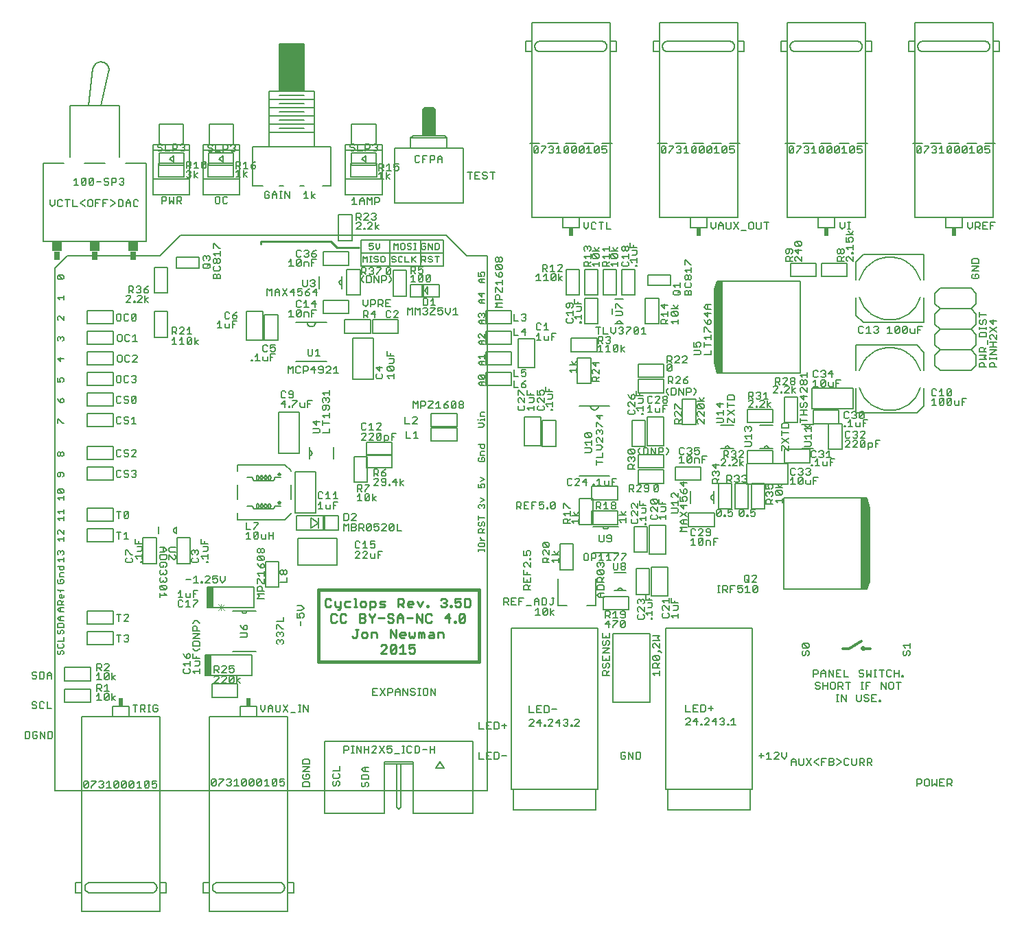
<source format=gto>
G75*
%MOIN*%
%OFA0B0*%
%FSLAX24Y24*%
%IPPOS*%
%LPD*%
%AMOC8*
5,1,8,0,0,1.08239X$1,22.5*
%
%ADD10C,0.0070*%
%ADD11C,0.0120*%
%ADD12C,0.0090*%
%ADD13C,0.0160*%
%ADD14C,0.0100*%
%ADD15C,0.0060*%
%ADD16C,0.0080*%
%ADD17C,0.0050*%
%ADD18R,0.0200X0.0400*%
%ADD19C,0.0030*%
%ADD20R,0.0250X0.1000*%
%ADD21R,0.1200X0.2300*%
%ADD22R,0.0500X0.0500*%
%ADD23R,0.0300X0.0400*%
%ADD24R,0.0125X0.0750*%
%ADD25R,0.0125X0.0600*%
D10*
X007592Y008530D02*
X007757Y008530D01*
X007812Y008585D01*
X007812Y008805D01*
X007757Y008860D01*
X007592Y008860D01*
X007592Y008530D01*
X007960Y008585D02*
X008015Y008530D01*
X008125Y008530D01*
X008180Y008585D01*
X008180Y008695D01*
X008070Y008695D01*
X007960Y008805D02*
X007960Y008585D01*
X007960Y008805D02*
X008015Y008860D01*
X008125Y008860D01*
X008180Y008805D01*
X008328Y008860D02*
X008548Y008530D01*
X008548Y008860D01*
X008697Y008860D02*
X008862Y008860D01*
X008917Y008805D01*
X008917Y008585D01*
X008862Y008530D01*
X008697Y008530D01*
X008697Y008860D01*
X008328Y008860D02*
X008328Y008530D01*
X008349Y009980D02*
X008459Y009980D01*
X008514Y010035D01*
X008662Y009980D02*
X008883Y009980D01*
X008662Y009980D02*
X008662Y010310D01*
X008514Y010255D02*
X008459Y010310D01*
X008349Y010310D01*
X008294Y010255D01*
X008294Y010035D01*
X008349Y009980D01*
X008146Y010035D02*
X008091Y009980D01*
X007981Y009980D01*
X007926Y010035D01*
X007981Y010145D02*
X008091Y010145D01*
X008146Y010090D01*
X008146Y010035D01*
X007981Y010145D02*
X007926Y010200D01*
X007926Y010255D01*
X007981Y010310D01*
X008091Y010310D01*
X008146Y010255D01*
X008091Y011430D02*
X007981Y011430D01*
X007926Y011485D01*
X007981Y011595D02*
X008091Y011595D01*
X008146Y011540D01*
X008146Y011485D01*
X008091Y011430D01*
X007981Y011595D02*
X007926Y011650D01*
X007926Y011705D01*
X007981Y011760D01*
X008091Y011760D01*
X008146Y011705D01*
X008294Y011760D02*
X008459Y011760D01*
X008514Y011705D01*
X008514Y011485D01*
X008459Y011430D01*
X008294Y011430D01*
X008294Y011760D01*
X008662Y011650D02*
X008773Y011760D01*
X008883Y011650D01*
X008883Y011430D01*
X008883Y011595D02*
X008662Y011595D01*
X008662Y011650D02*
X008662Y011430D01*
X011078Y011380D02*
X011298Y011380D01*
X011188Y011380D02*
X011188Y011710D01*
X011078Y011600D01*
X011078Y011830D02*
X011078Y012160D01*
X011243Y012160D01*
X011298Y012105D01*
X011298Y011995D01*
X011243Y011940D01*
X011078Y011940D01*
X011188Y011940D02*
X011298Y011830D01*
X011447Y011830D02*
X011667Y012050D01*
X011667Y012105D01*
X011612Y012160D01*
X011502Y012160D01*
X011447Y012105D01*
X011447Y011830D02*
X011667Y011830D01*
X011612Y011710D02*
X011667Y011655D01*
X011447Y011435D01*
X011502Y011380D01*
X011612Y011380D01*
X011667Y011435D01*
X011667Y011655D01*
X011612Y011710D02*
X011502Y011710D01*
X011447Y011655D01*
X011447Y011435D01*
X011557Y011160D02*
X011557Y010830D01*
X011447Y010830D02*
X011667Y010830D01*
X011612Y010710D02*
X011667Y010655D01*
X011447Y010435D01*
X011502Y010380D01*
X011612Y010380D01*
X011667Y010435D01*
X011667Y010655D01*
X011612Y010710D02*
X011502Y010710D01*
X011447Y010655D01*
X011447Y010435D01*
X011298Y010380D02*
X011078Y010380D01*
X011188Y010380D02*
X011188Y010710D01*
X011078Y010600D01*
X011078Y010830D02*
X011078Y011160D01*
X011243Y011160D01*
X011298Y011105D01*
X011298Y010995D01*
X011243Y010940D01*
X011078Y010940D01*
X011188Y010940D02*
X011298Y010830D01*
X011447Y011050D02*
X011557Y011160D01*
X011815Y011380D02*
X011815Y011710D01*
X011980Y011600D02*
X011815Y011490D01*
X011980Y011380D01*
X011815Y010710D02*
X011815Y010380D01*
X011815Y010490D02*
X011980Y010600D01*
X011815Y010490D02*
X011980Y010380D01*
X012828Y010160D02*
X013048Y010160D01*
X012938Y010160D02*
X012938Y009830D01*
X013197Y009830D02*
X013197Y010160D01*
X013362Y010160D01*
X013417Y010105D01*
X013417Y009995D01*
X013362Y009940D01*
X013197Y009940D01*
X013307Y009940D02*
X013417Y009830D01*
X013565Y009830D02*
X013675Y009830D01*
X013620Y009830D02*
X013620Y010160D01*
X013565Y010160D02*
X013675Y010160D01*
X013810Y010105D02*
X013810Y009885D01*
X013866Y009830D01*
X013976Y009830D01*
X014031Y009885D01*
X014031Y009995D01*
X013921Y009995D01*
X014031Y010105D02*
X013976Y010160D01*
X013866Y010160D01*
X013810Y010105D01*
X015333Y011683D02*
X015553Y011683D01*
X015608Y011738D01*
X015608Y011848D01*
X015553Y011903D01*
X015608Y012051D02*
X015608Y012271D01*
X015608Y012161D02*
X015278Y012161D01*
X015388Y012051D01*
X015333Y011903D02*
X015278Y011848D01*
X015278Y011738D01*
X015333Y011683D01*
X015728Y011793D02*
X016058Y011793D01*
X016058Y011683D02*
X016058Y011903D01*
X016003Y012051D02*
X016058Y012106D01*
X016058Y012271D01*
X015838Y012271D01*
X015893Y012419D02*
X015893Y012529D01*
X016058Y012419D02*
X015728Y012419D01*
X015728Y012640D01*
X015608Y012585D02*
X015553Y012640D01*
X015498Y012640D01*
X015443Y012585D01*
X015443Y012419D01*
X015553Y012419D01*
X015608Y012474D01*
X015608Y012585D01*
X015443Y012419D02*
X015333Y012529D01*
X015278Y012640D01*
X015728Y012890D02*
X015838Y012780D01*
X015948Y012780D01*
X016058Y012890D01*
X016058Y013026D02*
X016058Y013191D01*
X016003Y013246D01*
X015783Y013246D01*
X015728Y013191D01*
X015728Y013026D01*
X016058Y013026D01*
X016058Y013394D02*
X015728Y013394D01*
X016058Y013614D01*
X015728Y013614D01*
X015728Y013762D02*
X015728Y013927D01*
X015783Y013982D01*
X015893Y013982D01*
X015948Y013927D01*
X015948Y013762D01*
X016058Y013762D02*
X015728Y013762D01*
X015728Y014130D02*
X015838Y014241D01*
X015948Y014241D01*
X016058Y014130D01*
X015763Y014927D02*
X015763Y014982D01*
X015983Y015202D01*
X015983Y015258D01*
X015763Y015258D01*
X015763Y015377D02*
X015763Y015708D01*
X015983Y015708D01*
X015873Y015542D02*
X015763Y015542D01*
X015615Y015597D02*
X015615Y015377D01*
X015449Y015377D01*
X015394Y015432D01*
X015394Y015597D01*
X015246Y015377D02*
X015026Y015377D01*
X015136Y015377D02*
X015136Y015708D01*
X015026Y015597D01*
X015081Y015258D02*
X015026Y015202D01*
X015026Y014982D01*
X015081Y014927D01*
X015191Y014927D01*
X015246Y014982D01*
X015394Y014927D02*
X015615Y014927D01*
X015505Y014927D02*
X015505Y015258D01*
X015394Y015147D01*
X015246Y015202D02*
X015191Y015258D01*
X015081Y015258D01*
X014459Y015490D02*
X014128Y015490D01*
X014128Y015600D02*
X014128Y015380D01*
X014348Y015600D02*
X014459Y015490D01*
X014404Y015748D02*
X014183Y015968D01*
X014128Y015913D01*
X014128Y015803D01*
X014183Y015748D01*
X014404Y015748D01*
X014459Y015803D01*
X014459Y015913D01*
X014404Y015968D01*
X014183Y015968D01*
X014183Y016117D02*
X014128Y016172D01*
X014128Y016282D01*
X014183Y016337D01*
X014183Y016485D02*
X014128Y016540D01*
X014128Y016650D01*
X014183Y016705D01*
X014183Y016853D02*
X014293Y016853D01*
X014293Y016963D01*
X014183Y016853D02*
X014128Y016908D01*
X014128Y017018D01*
X014183Y017073D01*
X014404Y017073D01*
X014459Y017018D01*
X014459Y016908D01*
X014404Y016853D01*
X014404Y016705D02*
X014459Y016650D01*
X014459Y016540D01*
X014404Y016485D01*
X014348Y016485D01*
X014293Y016540D01*
X014238Y016485D01*
X014183Y016485D01*
X014293Y016540D02*
X014293Y016595D01*
X014404Y016337D02*
X014459Y016282D01*
X014459Y016172D01*
X014404Y016117D01*
X014348Y016117D01*
X014293Y016172D01*
X014238Y016117D01*
X014183Y016117D01*
X014293Y016172D02*
X014293Y016227D01*
X014183Y017221D02*
X014128Y017277D01*
X014128Y017442D01*
X014459Y017442D01*
X014459Y017277D01*
X014404Y017221D01*
X014183Y017221D01*
X014128Y017590D02*
X014348Y017590D01*
X014459Y017700D01*
X014348Y017810D01*
X014128Y017810D01*
X014293Y017810D02*
X014293Y017590D01*
X014578Y017645D02*
X014633Y017590D01*
X014909Y017590D01*
X014854Y017442D02*
X014909Y017387D01*
X014909Y017277D01*
X014854Y017221D01*
X014798Y017221D01*
X014578Y017442D01*
X014578Y017221D01*
X014578Y017645D02*
X014578Y017755D01*
X014633Y017810D01*
X014909Y017810D01*
X015678Y017613D02*
X015678Y017503D01*
X015733Y017448D01*
X015733Y017300D02*
X015678Y017245D01*
X015678Y017135D01*
X015733Y017080D01*
X015953Y017080D01*
X016008Y017135D01*
X016008Y017245D01*
X015953Y017300D01*
X015953Y017448D02*
X016008Y017503D01*
X016008Y017613D01*
X015953Y017669D01*
X015898Y017669D01*
X015843Y017613D01*
X015843Y017558D01*
X015843Y017613D02*
X015788Y017669D01*
X015733Y017669D01*
X015678Y017613D01*
X016128Y017374D02*
X016458Y017374D01*
X016458Y017264D02*
X016458Y017484D01*
X016403Y017632D02*
X016458Y017688D01*
X016458Y017853D01*
X016238Y017853D01*
X016293Y018001D02*
X016293Y018111D01*
X016128Y018001D02*
X016128Y018221D01*
X016128Y018001D02*
X016458Y018001D01*
X016403Y017632D02*
X016238Y017632D01*
X016128Y017374D02*
X016238Y017264D01*
X016403Y017135D02*
X016458Y017135D01*
X016458Y017080D01*
X016403Y017080D01*
X016403Y017135D01*
X016393Y016426D02*
X016338Y016371D01*
X016393Y016426D02*
X016504Y016426D01*
X016559Y016371D01*
X016559Y016316D01*
X016338Y016095D01*
X016559Y016095D01*
X016707Y016150D02*
X016762Y016095D01*
X016872Y016095D01*
X016927Y016150D01*
X016927Y016261D01*
X016872Y016316D01*
X016817Y016316D01*
X016707Y016261D01*
X016707Y016426D01*
X016927Y016426D01*
X017075Y016426D02*
X017075Y016205D01*
X017185Y016095D01*
X017295Y016205D01*
X017295Y016426D01*
X016209Y016150D02*
X016209Y016095D01*
X016154Y016095D01*
X016154Y016150D01*
X016209Y016150D01*
X016006Y016095D02*
X015786Y016095D01*
X015896Y016095D02*
X015896Y016426D01*
X015786Y016316D01*
X015638Y016261D02*
X015418Y016261D01*
X013258Y017080D02*
X013258Y017135D01*
X013203Y017135D01*
X013203Y017080D01*
X013258Y017080D01*
X013258Y017264D02*
X013258Y017484D01*
X013258Y017374D02*
X012928Y017374D01*
X013038Y017264D01*
X012808Y017245D02*
X012753Y017300D01*
X012808Y017245D02*
X012808Y017135D01*
X012753Y017080D01*
X012533Y017080D01*
X012478Y017135D01*
X012478Y017245D01*
X012533Y017300D01*
X012478Y017448D02*
X012478Y017669D01*
X012533Y017669D01*
X012753Y017448D01*
X012808Y017448D01*
X013038Y017632D02*
X013203Y017632D01*
X013258Y017688D01*
X013258Y017853D01*
X013038Y017853D01*
X013093Y018001D02*
X013093Y018111D01*
X012928Y018001D02*
X012928Y018221D01*
X012928Y018001D02*
X013258Y018001D01*
X012617Y018230D02*
X012397Y018230D01*
X012507Y018230D02*
X012507Y018560D01*
X012397Y018450D01*
X012248Y018560D02*
X012028Y018560D01*
X012138Y018560D02*
X012138Y018230D01*
X012138Y019230D02*
X012138Y019560D01*
X012028Y019560D02*
X012248Y019560D01*
X012397Y019505D02*
X012452Y019560D01*
X012562Y019560D01*
X012617Y019505D01*
X012397Y019285D01*
X012452Y019230D01*
X012562Y019230D01*
X012617Y019285D01*
X012617Y019505D01*
X012397Y019505D02*
X012397Y019285D01*
X012452Y021230D02*
X012397Y021285D01*
X012452Y021230D02*
X012562Y021230D01*
X012617Y021285D01*
X012617Y021340D01*
X012562Y021395D01*
X012452Y021395D01*
X012397Y021450D01*
X012397Y021505D01*
X012452Y021560D01*
X012562Y021560D01*
X012617Y021505D01*
X012765Y021505D02*
X012820Y021560D01*
X012930Y021560D01*
X012985Y021505D01*
X012985Y021450D01*
X012930Y021395D01*
X012985Y021340D01*
X012985Y021285D01*
X012930Y021230D01*
X012820Y021230D01*
X012765Y021285D01*
X012875Y021395D02*
X012930Y021395D01*
X012248Y021285D02*
X012193Y021230D01*
X012083Y021230D01*
X012028Y021285D01*
X012028Y021505D01*
X012083Y021560D01*
X012193Y021560D01*
X012248Y021505D01*
X012193Y022230D02*
X012248Y022285D01*
X012193Y022230D02*
X012083Y022230D01*
X012028Y022285D01*
X012028Y022505D01*
X012083Y022560D01*
X012193Y022560D01*
X012248Y022505D01*
X012397Y022505D02*
X012397Y022450D01*
X012452Y022395D01*
X012562Y022395D01*
X012617Y022340D01*
X012617Y022285D01*
X012562Y022230D01*
X012452Y022230D01*
X012397Y022285D01*
X012397Y022505D02*
X012452Y022560D01*
X012562Y022560D01*
X012617Y022505D01*
X012765Y022505D02*
X012820Y022560D01*
X012930Y022560D01*
X012985Y022505D01*
X012985Y022450D01*
X012765Y022230D01*
X012985Y022230D01*
X012985Y023830D02*
X012765Y023830D01*
X012875Y023830D02*
X012875Y024160D01*
X012765Y024050D01*
X012617Y024105D02*
X012562Y024160D01*
X012452Y024160D01*
X012397Y024105D01*
X012397Y024050D01*
X012452Y023995D01*
X012562Y023995D01*
X012617Y023940D01*
X012617Y023885D01*
X012562Y023830D01*
X012452Y023830D01*
X012397Y023885D01*
X012248Y023885D02*
X012193Y023830D01*
X012083Y023830D01*
X012028Y023885D01*
X012028Y024105D01*
X012083Y024160D01*
X012193Y024160D01*
X012248Y024105D01*
X012193Y024830D02*
X012248Y024885D01*
X012193Y024830D02*
X012083Y024830D01*
X012028Y024885D01*
X012028Y025105D01*
X012083Y025160D01*
X012193Y025160D01*
X012248Y025105D01*
X012397Y025105D02*
X012397Y025050D01*
X012452Y024995D01*
X012562Y024995D01*
X012617Y024940D01*
X012617Y024885D01*
X012562Y024830D01*
X012452Y024830D01*
X012397Y024885D01*
X012397Y025105D02*
X012452Y025160D01*
X012562Y025160D01*
X012617Y025105D01*
X012765Y025105D02*
X012820Y025160D01*
X012930Y025160D01*
X012985Y025105D01*
X012765Y024885D01*
X012820Y024830D01*
X012930Y024830D01*
X012985Y024885D01*
X012985Y025105D01*
X012765Y025105D02*
X012765Y024885D01*
X012820Y025830D02*
X012765Y025885D01*
X012820Y025830D02*
X012930Y025830D01*
X012985Y025885D01*
X012985Y025940D01*
X012930Y025995D01*
X012875Y025995D01*
X012930Y025995D02*
X012985Y026050D01*
X012985Y026105D01*
X012930Y026160D01*
X012820Y026160D01*
X012765Y026105D01*
X012617Y026105D02*
X012562Y026160D01*
X012452Y026160D01*
X012397Y026105D01*
X012397Y025885D01*
X012452Y025830D01*
X012562Y025830D01*
X012617Y025885D01*
X012248Y025885D02*
X012248Y026105D01*
X012193Y026160D01*
X012083Y026160D01*
X012028Y026105D01*
X012028Y025885D01*
X012083Y025830D01*
X012193Y025830D01*
X012248Y025885D01*
X012243Y026830D02*
X012298Y026885D01*
X012298Y027105D01*
X012243Y027160D01*
X012133Y027160D01*
X012078Y027105D01*
X012078Y026885D01*
X012133Y026830D01*
X012243Y026830D01*
X012447Y026885D02*
X012447Y027105D01*
X012502Y027160D01*
X012612Y027160D01*
X012667Y027105D01*
X012815Y027105D02*
X012870Y027160D01*
X012980Y027160D01*
X013035Y027105D01*
X013035Y027050D01*
X012815Y026830D01*
X013035Y026830D01*
X012667Y026885D02*
X012612Y026830D01*
X012502Y026830D01*
X012447Y026885D01*
X012502Y027830D02*
X012612Y027830D01*
X012667Y027885D01*
X012815Y027830D02*
X013035Y027830D01*
X012925Y027830D02*
X012925Y028160D01*
X012815Y028050D01*
X012667Y028105D02*
X012612Y028160D01*
X012502Y028160D01*
X012447Y028105D01*
X012447Y027885D01*
X012502Y027830D01*
X012298Y027885D02*
X012298Y028105D01*
X012243Y028160D01*
X012133Y028160D01*
X012078Y028105D01*
X012078Y027885D01*
X012133Y027830D01*
X012243Y027830D01*
X012298Y027885D01*
X012193Y028830D02*
X012248Y028885D01*
X012248Y029105D01*
X012193Y029160D01*
X012083Y029160D01*
X012028Y029105D01*
X012028Y028885D01*
X012083Y028830D01*
X012193Y028830D01*
X012397Y028885D02*
X012452Y028830D01*
X012562Y028830D01*
X012617Y028885D01*
X012765Y028885D02*
X012985Y029105D01*
X012985Y028885D01*
X012930Y028830D01*
X012820Y028830D01*
X012765Y028885D01*
X012765Y029105D01*
X012820Y029160D01*
X012930Y029160D01*
X012985Y029105D01*
X012617Y029105D02*
X012562Y029160D01*
X012452Y029160D01*
X012397Y029105D01*
X012397Y028885D01*
X012501Y029730D02*
X012721Y029950D01*
X012721Y030005D01*
X012666Y030060D01*
X012556Y030060D01*
X012501Y030005D01*
X012623Y030180D02*
X012623Y030510D01*
X012789Y030510D01*
X012844Y030455D01*
X012844Y030345D01*
X012789Y030290D01*
X012623Y030290D01*
X012733Y030290D02*
X012844Y030180D01*
X012992Y030235D02*
X013047Y030180D01*
X013157Y030180D01*
X013212Y030235D01*
X013212Y030290D01*
X013157Y030345D01*
X013102Y030345D01*
X013157Y030345D02*
X013212Y030400D01*
X013212Y030455D01*
X013157Y030510D01*
X013047Y030510D01*
X012992Y030455D01*
X013360Y030345D02*
X013360Y030235D01*
X013415Y030180D01*
X013525Y030180D01*
X013580Y030235D01*
X013580Y030290D01*
X013525Y030345D01*
X013360Y030345D01*
X013470Y030455D01*
X013580Y030510D01*
X013421Y030060D02*
X013421Y029730D01*
X013421Y029840D02*
X013587Y029950D01*
X013421Y029840D02*
X013587Y029730D01*
X013273Y029730D02*
X013053Y029730D01*
X013273Y029950D01*
X013273Y030005D01*
X013218Y030060D01*
X013108Y030060D01*
X013053Y030005D01*
X012924Y029785D02*
X012924Y029730D01*
X012869Y029730D01*
X012869Y029785D01*
X012924Y029785D01*
X012721Y029730D02*
X012501Y029730D01*
X014728Y028510D02*
X014728Y028180D01*
X014728Y028290D02*
X014893Y028290D01*
X014948Y028345D01*
X014948Y028455D01*
X014893Y028510D01*
X014728Y028510D01*
X014838Y028290D02*
X014948Y028180D01*
X015097Y028180D02*
X015317Y028400D01*
X015317Y028455D01*
X015262Y028510D01*
X015152Y028510D01*
X015097Y028455D01*
X015097Y028180D02*
X015317Y028180D01*
X015465Y028180D02*
X015685Y028180D01*
X015575Y028180D02*
X015575Y028510D01*
X015465Y028400D01*
X015520Y028010D02*
X015630Y028010D01*
X015685Y027955D01*
X015465Y027735D01*
X015520Y027680D01*
X015630Y027680D01*
X015685Y027735D01*
X015685Y027955D01*
X015833Y028010D02*
X015833Y027680D01*
X015833Y027790D02*
X015998Y027900D01*
X015833Y027790D02*
X015998Y027680D01*
X015465Y027735D02*
X015465Y027955D01*
X015520Y028010D01*
X015207Y028010D02*
X015207Y027680D01*
X015097Y027680D02*
X015317Y027680D01*
X015097Y027900D02*
X015207Y028010D01*
X014838Y028010D02*
X014838Y027680D01*
X014728Y027680D02*
X014948Y027680D01*
X014728Y027900D02*
X014838Y028010D01*
X016923Y028477D02*
X017144Y028477D01*
X017033Y028477D02*
X017033Y028808D01*
X016923Y028697D01*
X017292Y028697D02*
X017292Y028532D01*
X017347Y028477D01*
X017512Y028477D01*
X017512Y028697D01*
X017660Y028642D02*
X017770Y028642D01*
X017660Y028477D02*
X017660Y028808D01*
X017880Y028808D01*
X017825Y028927D02*
X017880Y028982D01*
X017880Y029037D01*
X017825Y029092D01*
X017660Y029092D01*
X017660Y028982D01*
X017715Y028927D01*
X017825Y028927D01*
X017660Y029092D02*
X017770Y029202D01*
X017880Y029258D01*
X017512Y029202D02*
X017457Y029258D01*
X017347Y029258D01*
X017292Y029202D01*
X017292Y028982D01*
X017347Y028927D01*
X017457Y028927D01*
X017512Y028982D01*
X019142Y027602D02*
X019142Y027382D01*
X019197Y027327D01*
X019307Y027327D01*
X019362Y027382D01*
X019510Y027382D02*
X019565Y027327D01*
X019675Y027327D01*
X019730Y027382D01*
X019730Y027492D01*
X019675Y027547D01*
X019620Y027547D01*
X019510Y027492D01*
X019510Y027658D01*
X019730Y027658D01*
X019362Y027602D02*
X019307Y027658D01*
X019197Y027658D01*
X019142Y027602D01*
X018883Y027208D02*
X018883Y026877D01*
X018773Y026877D02*
X018994Y026877D01*
X019142Y026932D02*
X019197Y026877D01*
X019362Y026877D01*
X019362Y027097D01*
X019510Y027042D02*
X019620Y027042D01*
X019510Y026877D02*
X019510Y027208D01*
X019730Y027208D01*
X019142Y027097D02*
X019142Y026932D01*
X018883Y027208D02*
X018773Y027097D01*
X018644Y026932D02*
X018644Y026877D01*
X018589Y026877D01*
X018589Y026932D01*
X018644Y026932D01*
X020083Y025410D02*
X020028Y025355D01*
X020028Y025135D01*
X020083Y025080D01*
X020193Y025080D01*
X020248Y025135D01*
X020397Y025135D02*
X020452Y025080D01*
X020562Y025080D01*
X020617Y025135D01*
X020617Y025355D01*
X020562Y025410D01*
X020452Y025410D01*
X020397Y025355D01*
X020397Y025300D01*
X020452Y025245D01*
X020617Y025245D01*
X020581Y024960D02*
X020801Y024960D01*
X020801Y024905D01*
X020581Y024685D01*
X020581Y024630D01*
X020452Y024630D02*
X020397Y024630D01*
X020397Y024685D01*
X020452Y024685D01*
X020452Y024630D01*
X020193Y024630D02*
X020193Y024960D01*
X020028Y024795D01*
X020248Y024795D01*
X020248Y025355D02*
X020193Y025410D01*
X020083Y025410D01*
X020378Y026280D02*
X020378Y026610D01*
X020488Y026500D01*
X020598Y026610D01*
X020598Y026280D01*
X020747Y026335D02*
X020802Y026280D01*
X020912Y026280D01*
X020967Y026335D01*
X021115Y026280D02*
X021115Y026610D01*
X021280Y026610D01*
X021335Y026555D01*
X021335Y026445D01*
X021280Y026390D01*
X021115Y026390D01*
X020967Y026555D02*
X020912Y026610D01*
X020802Y026610D01*
X020747Y026555D01*
X020747Y026335D01*
X021483Y026445D02*
X021703Y026445D01*
X021852Y026500D02*
X021907Y026445D01*
X022072Y026445D01*
X022072Y026335D02*
X022072Y026555D01*
X022017Y026610D01*
X021907Y026610D01*
X021852Y026555D01*
X021852Y026500D01*
X021852Y026335D02*
X021907Y026280D01*
X022017Y026280D01*
X022072Y026335D01*
X022220Y026280D02*
X022440Y026500D01*
X022440Y026555D01*
X022385Y026610D01*
X022275Y026610D01*
X022220Y026555D01*
X022220Y026280D02*
X022440Y026280D01*
X022588Y026280D02*
X022808Y026280D01*
X022698Y026280D02*
X022698Y026610D01*
X022588Y026500D01*
X021648Y026610D02*
X021483Y026445D01*
X021648Y026280D02*
X021648Y026610D01*
X021697Y027130D02*
X021917Y027130D01*
X021807Y027130D02*
X021807Y027460D01*
X021697Y027350D01*
X021548Y027460D02*
X021548Y027185D01*
X021493Y027130D01*
X021383Y027130D01*
X021328Y027185D01*
X021328Y027460D01*
X021362Y029030D02*
X021362Y029195D01*
X021307Y029250D01*
X021142Y029250D01*
X021142Y029030D01*
X020994Y029085D02*
X020939Y029030D01*
X020828Y029030D01*
X020773Y029085D01*
X020994Y029305D01*
X020994Y029085D01*
X020994Y029305D02*
X020939Y029360D01*
X020828Y029360D01*
X020773Y029305D01*
X020773Y029085D01*
X020625Y029030D02*
X020405Y029030D01*
X020515Y029030D02*
X020515Y029360D01*
X020405Y029250D01*
X020773Y029535D02*
X020828Y029480D01*
X020939Y029480D01*
X020994Y029535D01*
X021142Y029480D02*
X021362Y029480D01*
X021252Y029480D02*
X021252Y029810D01*
X021142Y029700D01*
X020994Y029755D02*
X020939Y029810D01*
X020828Y029810D01*
X020773Y029755D01*
X020773Y029535D01*
X020883Y030052D02*
X020828Y030107D01*
X020883Y030052D02*
X020993Y030052D01*
X021048Y030107D01*
X021048Y030218D01*
X020993Y030273D01*
X020938Y030273D01*
X020828Y030218D01*
X020828Y030383D01*
X021048Y030383D01*
X021128Y030489D02*
X021238Y030489D01*
X021293Y030544D01*
X021293Y030820D01*
X021441Y030765D02*
X021496Y030820D01*
X021606Y030820D01*
X021661Y030765D01*
X021661Y030710D01*
X021606Y030655D01*
X021661Y030600D01*
X021661Y030544D01*
X021606Y030489D01*
X021496Y030489D01*
X021441Y030544D01*
X021551Y030655D02*
X021606Y030655D01*
X021730Y030383D02*
X021565Y030218D01*
X021785Y030218D01*
X021730Y030383D02*
X021730Y030052D01*
X021675Y029810D02*
X021510Y029645D01*
X021730Y029645D01*
X021675Y029480D02*
X021675Y029810D01*
X021417Y030107D02*
X021417Y030163D01*
X021362Y030218D01*
X021196Y030218D01*
X021196Y030107D01*
X021251Y030052D01*
X021362Y030052D01*
X021417Y030107D01*
X021306Y030328D02*
X021196Y030218D01*
X021306Y030328D02*
X021417Y030383D01*
X021128Y030489D02*
X021073Y030544D01*
X021073Y030820D01*
X020625Y030383D02*
X020460Y030218D01*
X020680Y030218D01*
X020625Y030383D02*
X020625Y030052D01*
X020312Y030052D02*
X020091Y030383D01*
X019943Y030273D02*
X019833Y030383D01*
X019723Y030273D01*
X019723Y030052D01*
X019575Y030052D02*
X019575Y030383D01*
X019465Y030273D01*
X019355Y030383D01*
X019355Y030052D01*
X019723Y030218D02*
X019943Y030218D01*
X019943Y030273D02*
X019943Y030052D01*
X020091Y030052D02*
X020312Y030383D01*
X020405Y031480D02*
X020625Y031480D01*
X020515Y031480D02*
X020515Y031810D01*
X020405Y031700D01*
X020773Y031755D02*
X020773Y031535D01*
X020994Y031755D01*
X020994Y031535D01*
X020939Y031480D01*
X020828Y031480D01*
X020773Y031535D01*
X020773Y031755D02*
X020828Y031810D01*
X020939Y031810D01*
X020994Y031755D01*
X021142Y031700D02*
X021307Y031700D01*
X021362Y031645D01*
X021362Y031480D01*
X021510Y031480D02*
X021510Y031810D01*
X021730Y031810D01*
X021675Y031930D02*
X021730Y031985D01*
X021730Y032040D01*
X021675Y032095D01*
X021510Y032095D01*
X021510Y031985D01*
X021565Y031930D01*
X021675Y031930D01*
X021510Y032095D02*
X021620Y032205D01*
X021730Y032260D01*
X021362Y032205D02*
X021362Y032150D01*
X021307Y032095D01*
X021362Y032040D01*
X021362Y031985D01*
X021307Y031930D01*
X021197Y031930D01*
X021142Y031985D01*
X020994Y031985D02*
X020939Y031930D01*
X020828Y031930D01*
X020773Y031985D01*
X020773Y032205D01*
X020828Y032260D01*
X020939Y032260D01*
X020994Y032205D01*
X021142Y032205D02*
X021197Y032260D01*
X021307Y032260D01*
X021362Y032205D01*
X021307Y032095D02*
X021252Y032095D01*
X021142Y031700D02*
X021142Y031480D01*
X021510Y031645D02*
X021620Y031645D01*
X023928Y031410D02*
X023928Y031080D01*
X023928Y031190D02*
X024093Y031190D01*
X024148Y031245D01*
X024148Y031355D01*
X024093Y031410D01*
X023928Y031410D01*
X024038Y031190D02*
X024148Y031080D01*
X024174Y031010D02*
X024339Y031010D01*
X024394Y030955D01*
X024394Y030735D01*
X024339Y030680D01*
X024174Y030680D01*
X024174Y031010D01*
X024038Y031010D02*
X023928Y030900D01*
X023928Y030790D01*
X024038Y030680D01*
X024542Y030680D02*
X024542Y031010D01*
X024762Y030680D01*
X024762Y031010D01*
X024665Y031080D02*
X024665Y031135D01*
X024885Y031355D01*
X024885Y031410D01*
X024665Y031410D01*
X024517Y031355D02*
X024517Y031300D01*
X024462Y031245D01*
X024517Y031190D01*
X024517Y031135D01*
X024462Y031080D01*
X024352Y031080D01*
X024297Y031135D01*
X024407Y031245D02*
X024462Y031245D01*
X024517Y031355D02*
X024462Y031410D01*
X024352Y031410D01*
X024297Y031355D01*
X024910Y031010D02*
X024910Y030680D01*
X024910Y030790D02*
X025076Y030790D01*
X025131Y030845D01*
X025131Y030955D01*
X025076Y031010D01*
X024910Y031010D01*
X025128Y031135D02*
X025348Y031355D01*
X025348Y031135D01*
X025293Y031080D01*
X025183Y031080D01*
X025128Y031135D01*
X025128Y031355D01*
X025183Y031410D01*
X025293Y031410D01*
X025348Y031355D01*
X025279Y031010D02*
X025389Y030900D01*
X025389Y030790D01*
X025279Y030680D01*
X025338Y029845D02*
X025118Y029845D01*
X025118Y029515D01*
X025338Y029515D01*
X025228Y029680D02*
X025118Y029680D01*
X024970Y029680D02*
X024915Y029625D01*
X024750Y029625D01*
X024860Y029625D02*
X024970Y029515D01*
X024970Y029680D02*
X024970Y029790D01*
X024915Y029845D01*
X024750Y029845D01*
X024750Y029515D01*
X024602Y029680D02*
X024547Y029625D01*
X024382Y029625D01*
X024382Y029515D02*
X024382Y029845D01*
X024547Y029845D01*
X024602Y029790D01*
X024602Y029680D01*
X024562Y029313D02*
X024397Y029148D01*
X024617Y029148D01*
X024562Y028983D02*
X024562Y029313D01*
X024248Y029258D02*
X024248Y029148D01*
X024193Y029093D01*
X024028Y029093D01*
X024028Y028983D02*
X024028Y029313D01*
X024193Y029313D01*
X024248Y029258D01*
X024138Y029093D02*
X024248Y028983D01*
X024123Y029515D02*
X024233Y029625D01*
X024233Y029845D01*
X024013Y029845D02*
X024013Y029625D01*
X024123Y029515D01*
X025128Y029258D02*
X025128Y029038D01*
X025183Y028983D01*
X025293Y028983D01*
X025348Y029038D01*
X025497Y028983D02*
X025717Y029203D01*
X025717Y029258D01*
X025662Y029313D01*
X025552Y029313D01*
X025497Y029258D01*
X025348Y029258D02*
X025293Y029313D01*
X025183Y029313D01*
X025128Y029258D01*
X025497Y028983D02*
X025717Y028983D01*
X026178Y029130D02*
X026178Y029460D01*
X026288Y029350D01*
X026398Y029460D01*
X026398Y029130D01*
X026547Y029130D02*
X026547Y029460D01*
X026657Y029350D01*
X026767Y029460D01*
X026767Y029130D01*
X026915Y029185D02*
X026970Y029130D01*
X027080Y029130D01*
X027135Y029185D01*
X027135Y029240D01*
X027080Y029295D01*
X027025Y029295D01*
X027080Y029295D02*
X027135Y029350D01*
X027135Y029405D01*
X027080Y029460D01*
X026970Y029460D01*
X026915Y029405D01*
X026928Y029580D02*
X027093Y029580D01*
X027148Y029635D01*
X027148Y029855D01*
X027093Y029910D01*
X026928Y029910D01*
X026928Y029580D01*
X027297Y029580D02*
X027517Y029580D01*
X027407Y029580D02*
X027407Y029910D01*
X027297Y029800D01*
X027283Y029460D02*
X027503Y029460D01*
X027503Y029405D01*
X027283Y029185D01*
X027283Y029130D01*
X027503Y029130D01*
X027652Y029185D02*
X027707Y029130D01*
X027817Y029130D01*
X027872Y029185D01*
X027872Y029295D01*
X027817Y029350D01*
X027762Y029350D01*
X027652Y029295D01*
X027652Y029460D01*
X027872Y029460D01*
X028020Y029460D02*
X028020Y029240D01*
X028130Y029130D01*
X028240Y029240D01*
X028240Y029460D01*
X028388Y029350D02*
X028498Y029460D01*
X028498Y029130D01*
X028388Y029130D02*
X028608Y029130D01*
X030428Y029480D02*
X030538Y029590D01*
X030428Y029700D01*
X030758Y029700D01*
X030758Y029848D02*
X030428Y029848D01*
X030428Y030013D01*
X030483Y030069D01*
X030593Y030069D01*
X030648Y030013D01*
X030648Y029848D01*
X030703Y030217D02*
X030758Y030217D01*
X030758Y030437D01*
X030758Y030585D02*
X030758Y030805D01*
X030758Y030695D02*
X030428Y030695D01*
X030538Y030585D01*
X030483Y030437D02*
X030703Y030217D01*
X030428Y030217D02*
X030428Y030437D01*
X030483Y030437D01*
X030593Y030953D02*
X030483Y031063D01*
X030428Y031173D01*
X030483Y031322D02*
X030428Y031377D01*
X030428Y031487D01*
X030483Y031542D01*
X030703Y031322D01*
X030758Y031377D01*
X030758Y031487D01*
X030703Y031542D01*
X030483Y031542D01*
X030483Y031690D02*
X030538Y031690D01*
X030593Y031745D01*
X030593Y031855D01*
X030648Y031910D01*
X030703Y031910D01*
X030758Y031855D01*
X030758Y031745D01*
X030703Y031690D01*
X030648Y031690D01*
X030593Y031745D01*
X030593Y031855D02*
X030538Y031910D01*
X030483Y031910D01*
X030428Y031855D01*
X030428Y031745D01*
X030483Y031690D01*
X030483Y031322D02*
X030703Y031322D01*
X030703Y031173D02*
X030648Y031173D01*
X030593Y031118D01*
X030593Y030953D01*
X030703Y030953D01*
X030758Y031008D01*
X030758Y031118D01*
X030703Y031173D01*
X030758Y029480D02*
X030428Y029480D01*
X031328Y029160D02*
X031328Y028830D01*
X031548Y028830D01*
X031697Y028885D02*
X031752Y028830D01*
X031862Y028830D01*
X031917Y028885D01*
X031917Y028940D01*
X031862Y028995D01*
X031807Y028995D01*
X031862Y028995D02*
X031917Y029050D01*
X031917Y029105D01*
X031862Y029160D01*
X031752Y029160D01*
X031697Y029105D01*
X031862Y028460D02*
X031697Y028295D01*
X031917Y028295D01*
X031862Y028130D02*
X031862Y028460D01*
X031548Y028130D02*
X031328Y028130D01*
X031328Y028460D01*
X032428Y028435D02*
X032483Y028380D01*
X032593Y028380D01*
X032648Y028435D01*
X032797Y028380D02*
X033017Y028380D01*
X032907Y028380D02*
X032907Y028710D01*
X032797Y028600D01*
X032648Y028655D02*
X032593Y028710D01*
X032483Y028710D01*
X032428Y028655D01*
X032428Y028435D01*
X032538Y028210D02*
X032538Y027880D01*
X032428Y027880D02*
X032648Y027880D01*
X032797Y027935D02*
X032852Y027880D01*
X033017Y027880D01*
X033017Y028100D01*
X033165Y028045D02*
X033275Y028045D01*
X033165Y027880D02*
X033165Y028210D01*
X033385Y028210D01*
X033933Y028730D02*
X034153Y028730D01*
X034208Y028785D01*
X034208Y028895D01*
X034153Y028950D01*
X034278Y029024D02*
X034608Y029024D01*
X034608Y028914D02*
X034608Y029134D01*
X034553Y029282D02*
X034608Y029338D01*
X034608Y029503D01*
X034388Y029503D01*
X034443Y029651D02*
X034443Y029761D01*
X034278Y029651D02*
X034278Y029871D01*
X034278Y029651D02*
X034608Y029651D01*
X034553Y029282D02*
X034388Y029282D01*
X034208Y029319D02*
X034208Y029098D01*
X034278Y029024D02*
X034388Y028914D01*
X034553Y028785D02*
X034608Y028785D01*
X034608Y028730D01*
X034553Y028730D01*
X034553Y028785D01*
X034208Y029208D02*
X033878Y029208D01*
X033988Y029098D01*
X033933Y028950D02*
X033878Y028895D01*
X033878Y028785D01*
X033933Y028730D01*
X033933Y029467D02*
X033988Y029467D01*
X034043Y029522D01*
X034043Y029687D01*
X034153Y029687D02*
X033933Y029687D01*
X033878Y029632D01*
X033878Y029522D01*
X033933Y029467D01*
X034153Y029467D02*
X034208Y029522D01*
X034208Y029632D01*
X034153Y029687D01*
X033687Y030780D02*
X033521Y030890D01*
X033687Y031000D01*
X033521Y031110D02*
X033521Y030780D01*
X033373Y030835D02*
X033318Y030780D01*
X033208Y030780D01*
X033153Y030835D01*
X033373Y031055D01*
X033373Y030835D01*
X033153Y030835D02*
X033153Y031055D01*
X033208Y031110D01*
X033318Y031110D01*
X033373Y031055D01*
X033312Y031230D02*
X033092Y031230D01*
X033202Y031230D02*
X033202Y031560D01*
X033092Y031450D01*
X032944Y031395D02*
X032889Y031340D01*
X032723Y031340D01*
X032723Y031230D02*
X032723Y031560D01*
X032889Y031560D01*
X032944Y031505D01*
X032944Y031395D01*
X032833Y031340D02*
X032944Y031230D01*
X032895Y031110D02*
X032895Y030780D01*
X032785Y030780D02*
X033005Y030780D01*
X032785Y031000D02*
X032895Y031110D01*
X032527Y031110D02*
X032527Y030780D01*
X032637Y030780D02*
X032416Y030780D01*
X032416Y031000D02*
X032527Y031110D01*
X033460Y031230D02*
X033680Y031450D01*
X033680Y031505D01*
X033625Y031560D01*
X033515Y031560D01*
X033460Y031505D01*
X033460Y031230D02*
X033680Y031230D01*
X034728Y031480D02*
X034728Y031645D01*
X034783Y031700D01*
X034893Y031700D01*
X034948Y031645D01*
X034948Y031480D01*
X034948Y031590D02*
X035058Y031700D01*
X035128Y031590D02*
X035458Y031590D01*
X035458Y031480D02*
X035458Y031700D01*
X035403Y031848D02*
X035183Y032069D01*
X035403Y032069D01*
X035458Y032013D01*
X035458Y031903D01*
X035403Y031848D01*
X035183Y031848D01*
X035128Y031903D01*
X035128Y032013D01*
X035183Y032069D01*
X035058Y032069D02*
X035058Y031848D01*
X035058Y031958D02*
X034728Y031958D01*
X034838Y031848D01*
X034783Y032217D02*
X034728Y032272D01*
X034728Y032382D01*
X034783Y032437D01*
X034838Y032437D01*
X034893Y032382D01*
X034948Y032437D01*
X035003Y032437D01*
X035058Y032382D01*
X035058Y032272D01*
X035003Y032217D01*
X035128Y032217D02*
X035458Y032217D01*
X035348Y032217D02*
X035238Y032382D01*
X035348Y032217D02*
X035458Y032382D01*
X035628Y032327D02*
X035958Y032327D01*
X035958Y032217D02*
X035958Y032437D01*
X036138Y032382D02*
X036248Y032217D01*
X036358Y032382D01*
X036358Y032217D02*
X036028Y032217D01*
X036083Y032069D02*
X036303Y031848D01*
X036358Y031903D01*
X036358Y032013D01*
X036303Y032069D01*
X036083Y032069D01*
X036028Y032013D01*
X036028Y031903D01*
X036083Y031848D01*
X036303Y031848D01*
X036358Y031700D02*
X036358Y031480D01*
X036358Y031590D02*
X036028Y031590D01*
X036138Y031480D01*
X035958Y031480D02*
X035628Y031480D01*
X035628Y031645D01*
X035683Y031700D01*
X035793Y031700D01*
X035848Y031645D01*
X035848Y031480D01*
X035848Y031590D02*
X035958Y031700D01*
X035958Y031848D02*
X035958Y032069D01*
X035958Y031958D02*
X035628Y031958D01*
X035738Y031848D01*
X035738Y032217D02*
X035628Y032327D01*
X034893Y032327D02*
X034893Y032382D01*
X035128Y031590D02*
X035238Y031480D01*
X035058Y031480D02*
X034728Y031480D01*
X036578Y031535D02*
X036633Y031480D01*
X036853Y031480D01*
X036908Y031535D01*
X036908Y031645D01*
X036853Y031700D01*
X036978Y031774D02*
X037088Y031664D01*
X036978Y031774D02*
X037308Y031774D01*
X037308Y031664D02*
X037308Y031884D01*
X037253Y032032D02*
X037308Y032088D01*
X037308Y032253D01*
X037088Y032253D01*
X037143Y032401D02*
X037143Y032511D01*
X036978Y032401D02*
X036978Y032621D01*
X036978Y032401D02*
X037308Y032401D01*
X037253Y032032D02*
X037088Y032032D01*
X036908Y032069D02*
X036908Y031848D01*
X036908Y031958D02*
X036578Y031958D01*
X036688Y031848D01*
X036633Y031700D02*
X036578Y031645D01*
X036578Y031535D01*
X037253Y031535D02*
X037308Y031535D01*
X037308Y031480D01*
X037253Y031480D01*
X037253Y031535D01*
X036853Y032217D02*
X036798Y032217D01*
X036743Y032272D01*
X036743Y032382D01*
X036798Y032437D01*
X036853Y032437D01*
X036908Y032382D01*
X036908Y032272D01*
X036853Y032217D01*
X036743Y032272D02*
X036688Y032217D01*
X036633Y032217D01*
X036578Y032272D01*
X036578Y032382D01*
X036633Y032437D01*
X036688Y032437D01*
X036743Y032382D01*
X036053Y033280D02*
X035833Y033280D01*
X035833Y033610D01*
X035685Y033610D02*
X035465Y033610D01*
X035575Y033610D02*
X035575Y033280D01*
X035317Y033335D02*
X035262Y033280D01*
X035152Y033280D01*
X035097Y033335D01*
X035097Y033555D01*
X035152Y033610D01*
X035262Y033610D01*
X035317Y033555D01*
X034948Y033610D02*
X034948Y033390D01*
X034838Y033280D01*
X034728Y033390D01*
X034728Y033610D01*
X034670Y036980D02*
X034560Y036980D01*
X034505Y037035D01*
X034725Y037255D01*
X034725Y037035D01*
X034670Y036980D01*
X034505Y037035D02*
X034505Y037255D01*
X034560Y037310D01*
X034670Y037310D01*
X034725Y037255D01*
X034873Y037200D02*
X034983Y037310D01*
X034983Y036980D01*
X034873Y036980D02*
X035094Y036980D01*
X035242Y037035D02*
X035462Y037255D01*
X035462Y037035D01*
X035407Y036980D01*
X035297Y036980D01*
X035242Y037035D01*
X035242Y037255D01*
X035297Y037310D01*
X035407Y037310D01*
X035462Y037255D01*
X035610Y037310D02*
X035610Y037145D01*
X035720Y037200D01*
X035775Y037200D01*
X035830Y037145D01*
X035830Y037035D01*
X035775Y036980D01*
X035665Y036980D01*
X035610Y037035D01*
X035610Y037310D02*
X035830Y037310D01*
X034357Y037255D02*
X034137Y037035D01*
X034192Y036980D01*
X034302Y036980D01*
X034357Y037035D01*
X034357Y037255D01*
X034302Y037310D01*
X034192Y037310D01*
X034137Y037255D01*
X034137Y037035D01*
X033989Y037035D02*
X033934Y036980D01*
X033823Y036980D01*
X033768Y037035D01*
X033989Y037255D01*
X033989Y037035D01*
X033989Y037255D02*
X033934Y037310D01*
X033823Y037310D01*
X033768Y037255D01*
X033768Y037035D01*
X033620Y036980D02*
X033400Y036980D01*
X033510Y036980D02*
X033510Y037310D01*
X033400Y037200D01*
X033252Y037200D02*
X033197Y037145D01*
X033252Y037090D01*
X033252Y037035D01*
X033197Y036980D01*
X033087Y036980D01*
X033032Y037035D01*
X033142Y037145D02*
X033197Y037145D01*
X033252Y037200D02*
X033252Y037255D01*
X033197Y037310D01*
X033087Y037310D01*
X033032Y037255D01*
X032884Y037255D02*
X032663Y037035D01*
X032663Y036980D01*
X032515Y037035D02*
X032460Y036980D01*
X032350Y036980D01*
X032295Y037035D01*
X032515Y037255D01*
X032515Y037035D01*
X032295Y037035D02*
X032295Y037255D01*
X032350Y037310D01*
X032460Y037310D01*
X032515Y037255D01*
X032663Y037310D02*
X032884Y037310D01*
X032884Y037255D01*
X030406Y036060D02*
X030186Y036060D01*
X030296Y036060D02*
X030296Y035730D01*
X030038Y035785D02*
X029983Y035730D01*
X029873Y035730D01*
X029818Y035785D01*
X029873Y035895D02*
X029983Y035895D01*
X030038Y035840D01*
X030038Y035785D01*
X029873Y035895D02*
X029818Y035950D01*
X029818Y036005D01*
X029873Y036060D01*
X029983Y036060D01*
X030038Y036005D01*
X029670Y036060D02*
X029449Y036060D01*
X029449Y035730D01*
X029670Y035730D01*
X029559Y035895D02*
X029449Y035895D01*
X029301Y036060D02*
X029081Y036060D01*
X029191Y036060D02*
X029191Y035730D01*
X027856Y036530D02*
X027856Y036750D01*
X027746Y036860D01*
X027636Y036750D01*
X027636Y036530D01*
X027636Y036695D02*
X027856Y036695D01*
X027488Y036695D02*
X027433Y036640D01*
X027268Y036640D01*
X027268Y036530D02*
X027268Y036860D01*
X027433Y036860D01*
X027488Y036805D01*
X027488Y036695D01*
X027120Y036860D02*
X026899Y036860D01*
X026899Y036530D01*
X026751Y036585D02*
X026696Y036530D01*
X026586Y036530D01*
X026531Y036585D01*
X026531Y036805D01*
X026586Y036860D01*
X026696Y036860D01*
X026751Y036805D01*
X026899Y036695D02*
X027009Y036695D01*
X025735Y036460D02*
X025515Y036460D01*
X025515Y036295D01*
X025625Y036350D01*
X025680Y036350D01*
X025735Y036295D01*
X025735Y036185D01*
X025680Y036130D01*
X025570Y036130D01*
X025515Y036185D01*
X025367Y036130D02*
X025147Y036130D01*
X025147Y036060D02*
X025147Y035730D01*
X025147Y035840D02*
X025312Y035950D01*
X025257Y036130D02*
X025257Y036460D01*
X025147Y036350D01*
X024998Y036295D02*
X024943Y036240D01*
X024778Y036240D01*
X024778Y036130D02*
X024778Y036460D01*
X024943Y036460D01*
X024998Y036405D01*
X024998Y036295D01*
X024888Y036240D02*
X024998Y036130D01*
X024888Y036060D02*
X024888Y035730D01*
X024778Y035730D02*
X024998Y035730D01*
X025147Y035840D02*
X025312Y035730D01*
X024888Y036060D02*
X024778Y035950D01*
X024748Y034810D02*
X024803Y034755D01*
X024803Y034645D01*
X024748Y034590D01*
X024583Y034590D01*
X024583Y034480D02*
X024583Y034810D01*
X024748Y034810D01*
X024435Y034810D02*
X024435Y034480D01*
X024215Y034480D02*
X024215Y034810D01*
X024325Y034700D01*
X024435Y034810D01*
X024067Y034700D02*
X024067Y034480D01*
X024067Y034645D02*
X023847Y034645D01*
X023847Y034700D02*
X023957Y034810D01*
X024067Y034700D01*
X023847Y034700D02*
X023847Y034480D01*
X023698Y034480D02*
X023478Y034480D01*
X023588Y034480D02*
X023588Y034810D01*
X023478Y034700D01*
X023678Y034060D02*
X023843Y034060D01*
X023898Y034005D01*
X023898Y033895D01*
X023843Y033840D01*
X023678Y033840D01*
X023678Y033730D02*
X023678Y034060D01*
X023788Y033840D02*
X023898Y033730D01*
X023843Y033610D02*
X023733Y033610D01*
X023678Y033555D01*
X023843Y033610D02*
X023898Y033555D01*
X023898Y033500D01*
X023678Y033280D01*
X023898Y033280D01*
X024047Y033280D02*
X024102Y033280D01*
X024102Y033335D01*
X024047Y033335D01*
X024047Y033280D01*
X024231Y033280D02*
X024451Y033500D01*
X024451Y033555D01*
X024396Y033610D01*
X024286Y033610D01*
X024231Y033555D01*
X024267Y033730D02*
X024047Y033730D01*
X024267Y033950D01*
X024267Y034005D01*
X024212Y034060D01*
X024102Y034060D01*
X024047Y034005D01*
X024415Y034005D02*
X024470Y034060D01*
X024580Y034060D01*
X024635Y034005D01*
X024635Y033950D01*
X024580Y033895D01*
X024635Y033840D01*
X024635Y033785D01*
X024580Y033730D01*
X024470Y033730D01*
X024415Y033785D01*
X024525Y033895D02*
X024580Y033895D01*
X024599Y033610D02*
X024599Y033280D01*
X024599Y033390D02*
X024764Y033500D01*
X024599Y033390D02*
X024764Y033280D01*
X024451Y033280D02*
X024231Y033280D01*
X026328Y031460D02*
X026493Y031460D01*
X026548Y031405D01*
X026548Y031295D01*
X026493Y031240D01*
X026328Y031240D01*
X026328Y031130D02*
X026328Y031460D01*
X026438Y031240D02*
X026548Y031130D01*
X026438Y031060D02*
X026438Y030730D01*
X026328Y030730D02*
X026548Y030730D01*
X026697Y030785D02*
X026917Y031005D01*
X026917Y030785D01*
X026862Y030730D01*
X026752Y030730D01*
X026697Y030785D01*
X026697Y031005D01*
X026752Y031060D01*
X026862Y031060D01*
X026917Y031005D01*
X026862Y031130D02*
X026752Y031130D01*
X026697Y031185D01*
X026697Y031295D02*
X026807Y031350D01*
X026862Y031350D01*
X026917Y031295D01*
X026917Y031185D01*
X026862Y031130D01*
X026697Y031295D02*
X026697Y031460D01*
X026917Y031460D01*
X027120Y031060D02*
X027230Y031060D01*
X027285Y031005D01*
X027065Y030785D01*
X027120Y030730D01*
X027230Y030730D01*
X027285Y030785D01*
X027285Y031005D01*
X027120Y031060D02*
X027065Y031005D01*
X027065Y030785D01*
X026438Y031060D02*
X026328Y030950D01*
X025175Y027355D02*
X025175Y027135D01*
X025506Y027135D01*
X025506Y026987D02*
X025285Y026987D01*
X025340Y027135D02*
X025340Y027245D01*
X025506Y026987D02*
X025506Y026822D01*
X025451Y026767D01*
X025285Y026767D01*
X025230Y026619D02*
X025451Y026398D01*
X025506Y026453D01*
X025506Y026563D01*
X025451Y026619D01*
X025230Y026619D01*
X025175Y026563D01*
X025175Y026453D01*
X025230Y026398D01*
X025451Y026398D01*
X025506Y026250D02*
X025506Y026030D01*
X025506Y026140D02*
X025175Y026140D01*
X025285Y026030D01*
X024956Y026085D02*
X024901Y026030D01*
X024680Y026030D01*
X024625Y026085D01*
X024625Y026195D01*
X024680Y026250D01*
X024790Y026398D02*
X024790Y026619D01*
X024625Y026563D02*
X024790Y026398D01*
X024901Y026250D02*
X024956Y026195D01*
X024956Y026085D01*
X024956Y026563D02*
X024625Y026563D01*
X026450Y024910D02*
X026560Y024800D01*
X026670Y024910D01*
X026670Y024580D01*
X026818Y024580D02*
X026818Y024910D01*
X026984Y024910D01*
X027039Y024855D01*
X027039Y024745D01*
X026984Y024690D01*
X026818Y024690D01*
X027187Y024635D02*
X027187Y024580D01*
X027407Y024580D01*
X027555Y024580D02*
X027775Y024580D01*
X027665Y024580D02*
X027665Y024910D01*
X027555Y024800D01*
X027407Y024855D02*
X027187Y024635D01*
X027187Y024910D02*
X027407Y024910D01*
X027407Y024855D01*
X027923Y024745D02*
X027923Y024635D01*
X027978Y024580D01*
X028089Y024580D01*
X028144Y024635D01*
X028144Y024690D01*
X028089Y024745D01*
X027923Y024745D01*
X028033Y024855D01*
X028144Y024910D01*
X028292Y024855D02*
X028292Y024635D01*
X028512Y024855D01*
X028512Y024635D01*
X028457Y024580D01*
X028347Y024580D01*
X028292Y024635D01*
X028292Y024855D02*
X028347Y024910D01*
X028457Y024910D01*
X028512Y024855D01*
X028660Y024855D02*
X028660Y024800D01*
X028715Y024745D01*
X028825Y024745D01*
X028880Y024690D01*
X028880Y024635D01*
X028825Y024580D01*
X028715Y024580D01*
X028660Y024635D01*
X028660Y024690D01*
X028715Y024745D01*
X028825Y024745D02*
X028880Y024800D01*
X028880Y024855D01*
X028825Y024910D01*
X028715Y024910D01*
X028660Y024855D01*
X026630Y024105D02*
X026575Y024160D01*
X026465Y024160D01*
X026410Y024105D01*
X026630Y024105D02*
X026630Y024050D01*
X026410Y023830D01*
X026630Y023830D01*
X026262Y023830D02*
X026042Y023830D01*
X026042Y024160D01*
X026450Y024580D02*
X026450Y024910D01*
X026570Y023460D02*
X026570Y023130D01*
X026460Y023130D02*
X026680Y023130D01*
X026460Y023350D02*
X026570Y023460D01*
X026312Y023130D02*
X026092Y023130D01*
X026092Y023460D01*
X025622Y023360D02*
X025402Y023360D01*
X025402Y023030D01*
X025253Y023085D02*
X025198Y023030D01*
X025033Y023030D01*
X025033Y022920D02*
X025033Y023250D01*
X025198Y023250D01*
X025253Y023195D01*
X025253Y023085D01*
X025402Y023195D02*
X025512Y023195D01*
X024885Y023085D02*
X024830Y023030D01*
X024720Y023030D01*
X024665Y023085D01*
X024885Y023305D01*
X024885Y023085D01*
X024665Y023085D02*
X024665Y023305D01*
X024720Y023360D01*
X024830Y023360D01*
X024885Y023305D01*
X024885Y023530D02*
X024665Y023530D01*
X024885Y023750D01*
X024885Y023805D01*
X024830Y023860D01*
X024720Y023860D01*
X024665Y023805D01*
X024407Y023860D02*
X024407Y023530D01*
X024297Y023530D02*
X024517Y023530D01*
X024462Y023360D02*
X024352Y023360D01*
X024297Y023305D01*
X024148Y023305D02*
X024093Y023360D01*
X023983Y023360D01*
X023928Y023305D01*
X024148Y023305D02*
X024148Y023250D01*
X023928Y023030D01*
X024148Y023030D01*
X024297Y023030D02*
X024517Y023250D01*
X024517Y023305D01*
X024462Y023360D01*
X024517Y023030D02*
X024297Y023030D01*
X024093Y023530D02*
X024148Y023585D01*
X024093Y023530D02*
X023983Y023530D01*
X023928Y023585D01*
X023928Y023805D01*
X023983Y023860D01*
X024093Y023860D01*
X024148Y023805D01*
X024297Y023750D02*
X024407Y023860D01*
X022358Y023858D02*
X022028Y023858D01*
X022028Y023748D02*
X022028Y023969D01*
X021908Y023913D02*
X021578Y023913D01*
X021743Y023748D01*
X021743Y023969D01*
X022028Y024227D02*
X022358Y024227D01*
X022358Y024117D02*
X022358Y024337D01*
X022303Y024485D02*
X022358Y024540D01*
X022358Y024650D01*
X022303Y024705D01*
X022083Y024705D01*
X022028Y024650D01*
X022028Y024540D01*
X022083Y024485D01*
X022138Y024485D01*
X022193Y024540D01*
X022193Y024705D01*
X022083Y024853D02*
X022028Y024908D01*
X022028Y025018D01*
X022083Y025073D01*
X022138Y025073D01*
X022193Y025018D01*
X022248Y025073D01*
X022303Y025073D01*
X022358Y025018D01*
X022358Y024908D01*
X022303Y024853D01*
X022193Y024963D02*
X022193Y025018D01*
X022138Y025222D02*
X022028Y025332D01*
X022358Y025332D01*
X022358Y025222D02*
X022358Y025442D01*
X021538Y024960D02*
X021317Y024960D01*
X021317Y024630D01*
X021169Y024630D02*
X021169Y024850D01*
X021317Y024795D02*
X021428Y024795D01*
X021169Y024630D02*
X021004Y024630D01*
X020949Y024685D01*
X020949Y024850D01*
X022028Y024227D02*
X022138Y024117D01*
X022358Y023600D02*
X022358Y023380D01*
X022028Y023380D01*
X021908Y023435D02*
X021908Y023545D01*
X021853Y023600D01*
X021578Y023600D01*
X021578Y023380D02*
X021853Y023380D01*
X021908Y023435D01*
X023728Y020860D02*
X023893Y020860D01*
X023948Y020805D01*
X023948Y020695D01*
X023893Y020640D01*
X023728Y020640D01*
X023728Y020530D02*
X023728Y020860D01*
X023838Y020640D02*
X023948Y020530D01*
X024097Y020530D02*
X024097Y020585D01*
X024317Y020805D01*
X024317Y020860D01*
X024097Y020860D01*
X024528Y020830D02*
X024748Y021050D01*
X024748Y021105D01*
X024693Y021160D01*
X024583Y021160D01*
X024528Y021105D01*
X024528Y021280D02*
X024528Y021610D01*
X024693Y021610D01*
X024748Y021555D01*
X024748Y021445D01*
X024693Y021390D01*
X024528Y021390D01*
X024638Y021390D02*
X024748Y021280D01*
X024897Y021335D02*
X024952Y021280D01*
X025062Y021280D01*
X025117Y021335D01*
X025117Y021390D01*
X025062Y021445D01*
X024897Y021445D01*
X024897Y021335D01*
X024897Y021445D02*
X025007Y021555D01*
X025117Y021610D01*
X025062Y021160D02*
X024952Y021160D01*
X024897Y021105D01*
X024897Y021050D01*
X024952Y020995D01*
X025117Y020995D01*
X025117Y020885D02*
X025117Y021105D01*
X025062Y021160D01*
X025117Y020885D02*
X025062Y020830D01*
X024952Y020830D01*
X024897Y020885D01*
X024748Y020830D02*
X024528Y020830D01*
X024465Y020410D02*
X024465Y020080D01*
X024465Y020190D02*
X024630Y020300D01*
X024465Y020190D02*
X024630Y020080D01*
X024317Y020135D02*
X024262Y020080D01*
X024152Y020080D01*
X024097Y020135D01*
X024317Y020355D01*
X024317Y020135D01*
X024317Y020355D02*
X024262Y020410D01*
X024152Y020410D01*
X024097Y020355D01*
X024097Y020135D01*
X023948Y020080D02*
X023728Y020080D01*
X023838Y020080D02*
X023838Y020410D01*
X023728Y020300D01*
X023612Y019460D02*
X023502Y019460D01*
X023447Y019405D01*
X023298Y019405D02*
X023243Y019460D01*
X023078Y019460D01*
X023078Y019130D01*
X023243Y019130D01*
X023298Y019185D01*
X023298Y019405D01*
X023447Y019130D02*
X023667Y019350D01*
X023667Y019405D01*
X023612Y019460D01*
X023667Y019130D02*
X023447Y019130D01*
X023447Y018960D02*
X023612Y018960D01*
X023667Y018905D01*
X023667Y018850D01*
X023612Y018795D01*
X023447Y018795D01*
X023612Y018795D02*
X023667Y018740D01*
X023667Y018685D01*
X023612Y018630D01*
X023447Y018630D01*
X023447Y018960D01*
X023298Y018960D02*
X023298Y018630D01*
X023078Y018630D02*
X023078Y018960D01*
X023188Y018850D01*
X023298Y018960D01*
X023815Y018960D02*
X023815Y018630D01*
X023815Y018740D02*
X023980Y018740D01*
X024035Y018795D01*
X024035Y018905D01*
X023980Y018960D01*
X023815Y018960D01*
X023925Y018740D02*
X024035Y018630D01*
X024183Y018685D02*
X024403Y018905D01*
X024403Y018685D01*
X024348Y018630D01*
X024238Y018630D01*
X024183Y018685D01*
X024183Y018905D01*
X024238Y018960D01*
X024348Y018960D01*
X024403Y018905D01*
X024552Y018960D02*
X024552Y018795D01*
X024662Y018850D01*
X024717Y018850D01*
X024772Y018795D01*
X024772Y018685D01*
X024717Y018630D01*
X024607Y018630D01*
X024552Y018685D01*
X024552Y018960D02*
X024772Y018960D01*
X024920Y018905D02*
X024975Y018960D01*
X025085Y018960D01*
X025140Y018905D01*
X025140Y018850D01*
X024920Y018630D01*
X025140Y018630D01*
X025288Y018685D02*
X025508Y018905D01*
X025508Y018685D01*
X025453Y018630D01*
X025343Y018630D01*
X025288Y018685D01*
X025288Y018905D01*
X025343Y018960D01*
X025453Y018960D01*
X025508Y018905D01*
X025657Y018960D02*
X025657Y018630D01*
X025877Y018630D01*
X024953Y017617D02*
X024733Y017617D01*
X024733Y017286D01*
X024585Y017286D02*
X024585Y017506D01*
X024733Y017451D02*
X024843Y017451D01*
X024585Y017286D02*
X024420Y017286D01*
X024365Y017341D01*
X024365Y017506D01*
X024217Y017506D02*
X024217Y017562D01*
X024162Y017617D01*
X024052Y017617D01*
X023997Y017562D01*
X023848Y017562D02*
X023793Y017617D01*
X023683Y017617D01*
X023628Y017562D01*
X023683Y017774D02*
X023793Y017774D01*
X023848Y017829D01*
X023997Y017774D02*
X024217Y017774D01*
X024107Y017774D02*
X024107Y018104D01*
X023997Y017994D01*
X023848Y018049D02*
X023793Y018104D01*
X023683Y018104D01*
X023628Y018049D01*
X023628Y017829D01*
X023683Y017774D01*
X023848Y017562D02*
X023848Y017506D01*
X023628Y017286D01*
X023848Y017286D01*
X023997Y017286D02*
X024217Y017506D01*
X024217Y017286D02*
X023997Y017286D01*
X024420Y017774D02*
X024365Y017829D01*
X024420Y017774D02*
X024530Y017774D01*
X024585Y017829D01*
X024585Y017939D01*
X024530Y017994D01*
X024475Y017994D01*
X024365Y017939D01*
X024365Y018104D01*
X024585Y018104D01*
X022675Y019845D02*
X022565Y019845D01*
X022417Y019900D02*
X022417Y019680D01*
X022252Y019680D01*
X022197Y019735D01*
X022197Y019900D01*
X022048Y019680D02*
X021828Y019680D01*
X021938Y019680D02*
X021938Y020010D01*
X021828Y019900D01*
X021883Y020180D02*
X021993Y020180D01*
X022048Y020235D01*
X022197Y020180D02*
X022417Y020180D01*
X022307Y020180D02*
X022307Y020510D01*
X022197Y020400D01*
X022048Y020455D02*
X021993Y020510D01*
X021883Y020510D01*
X021828Y020455D01*
X021828Y020235D01*
X021883Y020180D01*
X022565Y020180D02*
X022785Y020180D01*
X022675Y020180D02*
X022675Y020510D01*
X022565Y020400D01*
X022565Y020010D02*
X022785Y020010D01*
X022565Y020010D02*
X022565Y019680D01*
X025265Y020830D02*
X025320Y020830D01*
X025320Y020885D01*
X025265Y020885D01*
X025265Y020830D01*
X025449Y020995D02*
X025669Y020995D01*
X025817Y020940D02*
X025983Y021050D01*
X025817Y020940D02*
X025983Y020830D01*
X025817Y020830D02*
X025817Y021160D01*
X025614Y021160D02*
X025449Y020995D01*
X025614Y020830D02*
X025614Y021160D01*
X031460Y020021D02*
X031460Y019690D01*
X031460Y019800D02*
X031625Y019800D01*
X031680Y019855D01*
X031680Y019966D01*
X031625Y020021D01*
X031460Y020021D01*
X031570Y019800D02*
X031680Y019690D01*
X031829Y019690D02*
X032049Y019690D01*
X032197Y019690D02*
X032197Y020021D01*
X032417Y020021D01*
X032565Y020021D02*
X032565Y019855D01*
X032675Y019910D01*
X032730Y019910D01*
X032785Y019855D01*
X032785Y019745D01*
X032730Y019690D01*
X032620Y019690D01*
X032565Y019745D01*
X032565Y020021D02*
X032785Y020021D01*
X032933Y019745D02*
X032989Y019745D01*
X032989Y019690D01*
X032933Y019690D01*
X032933Y019745D01*
X033118Y019745D02*
X033338Y019966D01*
X033338Y019745D01*
X033283Y019690D01*
X033173Y019690D01*
X033118Y019745D01*
X033118Y019966D01*
X033173Y020021D01*
X033283Y020021D01*
X033338Y019966D01*
X033728Y019937D02*
X033728Y019717D01*
X033728Y019937D02*
X033783Y019937D01*
X034003Y019717D01*
X034058Y019717D01*
X034058Y019569D02*
X034058Y019348D01*
X034128Y019348D02*
X034458Y019348D01*
X034348Y019348D02*
X034238Y019513D01*
X034058Y019458D02*
X033728Y019458D01*
X033838Y019348D01*
X033783Y019200D02*
X033893Y019200D01*
X033948Y019145D01*
X033948Y018980D01*
X033948Y019090D02*
X034058Y019200D01*
X034128Y019090D02*
X034458Y019090D01*
X034458Y018980D02*
X034458Y019200D01*
X034348Y019348D02*
X034458Y019513D01*
X034128Y019090D02*
X034238Y018980D01*
X034058Y018980D02*
X033728Y018980D01*
X033728Y019145D01*
X033783Y019200D01*
X033001Y018037D02*
X032780Y018037D01*
X033001Y017817D01*
X033056Y017872D01*
X033056Y017982D01*
X033001Y018037D01*
X033001Y017817D02*
X032780Y017817D01*
X032725Y017872D01*
X032725Y017982D01*
X032780Y018037D01*
X032780Y017669D02*
X032725Y017613D01*
X032725Y017503D01*
X032780Y017448D01*
X032780Y017300D02*
X032890Y017300D01*
X032945Y017245D01*
X032945Y017080D01*
X032945Y017190D02*
X033056Y017300D01*
X033056Y017448D02*
X032835Y017669D01*
X032780Y017669D01*
X033056Y017669D02*
X033056Y017448D01*
X033175Y017448D02*
X033506Y017448D01*
X033395Y017448D02*
X033285Y017613D01*
X033395Y017448D02*
X033506Y017613D01*
X033506Y017300D02*
X033506Y017080D01*
X033506Y017190D02*
X033175Y017190D01*
X033285Y017080D01*
X033056Y017080D02*
X032725Y017080D01*
X032725Y017245D01*
X032780Y017300D01*
X032148Y017290D02*
X032148Y017235D01*
X032093Y017235D01*
X032093Y017290D01*
X032148Y017290D01*
X032093Y017419D02*
X032148Y017474D01*
X032148Y017584D01*
X032093Y017639D01*
X031983Y017639D01*
X031928Y017584D01*
X031928Y017529D01*
X031983Y017419D01*
X031818Y017419D01*
X031818Y017639D01*
X031873Y017087D02*
X031818Y017032D01*
X031818Y016922D01*
X031873Y016867D01*
X031818Y016719D02*
X031818Y016499D01*
X032148Y016499D01*
X032148Y016350D02*
X032148Y016130D01*
X031818Y016130D01*
X031818Y016350D01*
X031983Y016240D02*
X031983Y016130D01*
X031983Y015982D02*
X032038Y015927D01*
X032038Y015762D01*
X032038Y015872D02*
X032148Y015982D01*
X031983Y015982D02*
X031873Y015982D01*
X031818Y015927D01*
X031818Y015762D01*
X032148Y015762D01*
X032433Y015358D02*
X032544Y015247D01*
X032544Y015027D01*
X032692Y015027D02*
X032857Y015027D01*
X032912Y015082D01*
X032912Y015302D01*
X032857Y015358D01*
X032692Y015358D01*
X032692Y015027D01*
X032805Y014860D02*
X032915Y014860D01*
X032970Y014805D01*
X032750Y014585D01*
X032805Y014530D01*
X032915Y014530D01*
X032970Y014585D01*
X032970Y014805D01*
X033119Y014860D02*
X033119Y014530D01*
X033119Y014640D02*
X033284Y014750D01*
X033119Y014640D02*
X033284Y014530D01*
X033170Y015027D02*
X033225Y015082D01*
X033225Y015358D01*
X033170Y015358D02*
X033280Y015358D01*
X033170Y015027D02*
X033115Y015027D01*
X033060Y015082D01*
X032805Y014860D02*
X032750Y014805D01*
X032750Y014585D01*
X032602Y014530D02*
X032382Y014530D01*
X032492Y014530D02*
X032492Y014860D01*
X032382Y014750D01*
X032323Y015027D02*
X032323Y015247D01*
X032433Y015358D01*
X032323Y015192D02*
X032544Y015192D01*
X032175Y014972D02*
X031955Y014972D01*
X031697Y015192D02*
X031587Y015192D01*
X031587Y015027D02*
X031587Y015358D01*
X031807Y015358D01*
X031439Y015358D02*
X031218Y015358D01*
X031218Y015027D01*
X031439Y015027D01*
X031329Y015192D02*
X031218Y015192D01*
X031070Y015192D02*
X031015Y015137D01*
X030850Y015137D01*
X030850Y015027D02*
X030850Y015358D01*
X031015Y015358D01*
X031070Y015302D01*
X031070Y015192D01*
X030960Y015137D02*
X031070Y015027D01*
X031983Y016499D02*
X031983Y016609D01*
X032148Y016867D02*
X031928Y017087D01*
X031873Y017087D01*
X032148Y017087D02*
X032148Y016867D01*
X034726Y017235D02*
X034781Y017180D01*
X034891Y017180D01*
X034946Y017235D01*
X034946Y017455D01*
X034891Y017510D01*
X034781Y017510D01*
X034726Y017455D01*
X034726Y017235D01*
X035094Y017180D02*
X035094Y017510D01*
X035259Y017510D01*
X035314Y017455D01*
X035314Y017345D01*
X035259Y017290D01*
X035094Y017290D01*
X035462Y017180D02*
X035682Y017180D01*
X035572Y017180D02*
X035572Y017510D01*
X035462Y017400D01*
X035485Y017073D02*
X035540Y017018D01*
X035595Y017073D01*
X035651Y017073D01*
X035706Y017018D01*
X035706Y016908D01*
X035651Y016853D01*
X035651Y016705D02*
X035706Y016650D01*
X035706Y016540D01*
X035651Y016485D01*
X035430Y016705D01*
X035651Y016705D01*
X035651Y016485D02*
X035430Y016485D01*
X035375Y016540D01*
X035375Y016650D01*
X035430Y016705D01*
X035430Y016853D02*
X035375Y016908D01*
X035375Y017018D01*
X035430Y017073D01*
X035485Y017073D01*
X035540Y017018D02*
X035540Y016963D01*
X035830Y017180D02*
X036051Y017180D01*
X035941Y017180D02*
X035941Y017510D01*
X035830Y017400D01*
X036199Y017510D02*
X036419Y017510D01*
X036419Y017455D01*
X036199Y017235D01*
X036199Y017180D01*
X036166Y017060D02*
X036166Y016785D01*
X036221Y016730D01*
X036331Y016730D01*
X036386Y016785D01*
X036386Y017060D01*
X036534Y017005D02*
X036589Y017060D01*
X036699Y017060D01*
X036754Y017005D01*
X036754Y016950D01*
X036699Y016895D01*
X036589Y016895D01*
X036534Y016950D01*
X036534Y017005D01*
X036589Y016895D02*
X036534Y016840D01*
X036534Y016785D01*
X036589Y016730D01*
X036699Y016730D01*
X036754Y016785D01*
X036754Y016840D01*
X036699Y016895D01*
X036567Y017180D02*
X036567Y017235D01*
X036787Y017455D01*
X036787Y017510D01*
X036567Y017510D01*
X036009Y018080D02*
X036064Y018135D01*
X036064Y018355D01*
X036009Y018410D01*
X035899Y018410D01*
X035844Y018355D01*
X035844Y018300D01*
X035899Y018245D01*
X036064Y018245D01*
X036009Y018080D02*
X035899Y018080D01*
X035844Y018135D01*
X035696Y018135D02*
X035696Y018410D01*
X035476Y018410D02*
X035476Y018135D01*
X035531Y018080D01*
X035641Y018080D01*
X035696Y018135D01*
X036538Y019030D02*
X036428Y019140D01*
X036758Y019140D01*
X036758Y019030D02*
X036758Y019250D01*
X036758Y019398D02*
X036428Y019398D01*
X036538Y019563D02*
X036648Y019398D01*
X036758Y019563D01*
X037025Y019513D02*
X037025Y019403D01*
X037080Y019348D01*
X037080Y019200D02*
X037025Y019145D01*
X037025Y019035D01*
X037080Y018980D01*
X037301Y018980D01*
X037356Y019035D01*
X037356Y019145D01*
X037301Y019200D01*
X037425Y019224D02*
X037756Y019224D01*
X037756Y019114D02*
X037756Y019334D01*
X037701Y019482D02*
X037756Y019538D01*
X037756Y019703D01*
X037535Y019703D01*
X037590Y019851D02*
X037590Y019961D01*
X037425Y019851D02*
X037425Y020071D01*
X037356Y019937D02*
X037356Y019717D01*
X037135Y019937D01*
X037080Y019937D01*
X037025Y019882D01*
X037025Y019772D01*
X037080Y019717D01*
X037080Y019569D02*
X037025Y019513D01*
X037080Y019569D02*
X037135Y019569D01*
X037356Y019348D01*
X037356Y019569D01*
X037535Y019482D02*
X037701Y019482D01*
X037975Y019603D02*
X038030Y019548D01*
X037975Y019603D02*
X037975Y019713D01*
X038030Y019769D01*
X038085Y019769D01*
X038306Y019548D01*
X038306Y019769D01*
X038251Y019917D02*
X038030Y020137D01*
X038251Y020137D01*
X038306Y020082D01*
X038306Y019972D01*
X038251Y019917D01*
X038030Y019917D01*
X037975Y019972D01*
X037975Y020082D01*
X038030Y020137D01*
X038375Y020137D02*
X038375Y019917D01*
X038706Y019917D01*
X038706Y019769D02*
X038485Y019769D01*
X038540Y019917D02*
X038540Y020027D01*
X038706Y019769D02*
X038706Y019603D01*
X038651Y019548D01*
X038485Y019548D01*
X038706Y019400D02*
X038706Y019180D01*
X038706Y019290D02*
X038375Y019290D01*
X038485Y019180D01*
X038306Y019235D02*
X038306Y019345D01*
X038251Y019400D01*
X038306Y019235D02*
X038251Y019180D01*
X038030Y019180D01*
X037975Y019235D01*
X037975Y019345D01*
X038030Y019400D01*
X037756Y018985D02*
X037756Y018930D01*
X037701Y018930D01*
X037701Y018985D01*
X037756Y018985D01*
X037535Y019114D02*
X037425Y019224D01*
X037425Y019851D02*
X037756Y019851D01*
X037720Y020530D02*
X037830Y020530D01*
X037885Y020585D01*
X037885Y020805D01*
X037830Y020860D01*
X037720Y020860D01*
X037665Y020805D01*
X037665Y020750D01*
X037720Y020695D01*
X037885Y020695D01*
X037720Y020530D02*
X037665Y020585D01*
X037517Y020530D02*
X037297Y020530D01*
X037517Y020750D01*
X037517Y020805D01*
X037462Y020860D01*
X037352Y020860D01*
X037297Y020805D01*
X037148Y020805D02*
X037148Y020695D01*
X037093Y020640D01*
X036928Y020640D01*
X036928Y020530D02*
X036928Y020860D01*
X037093Y020860D01*
X037148Y020805D01*
X037038Y020640D02*
X037148Y020530D01*
X036285Y019955D02*
X036285Y019900D01*
X036230Y019845D01*
X036120Y019845D01*
X036065Y019900D01*
X036065Y019955D01*
X036120Y020010D01*
X036230Y020010D01*
X036285Y019955D01*
X036230Y019845D02*
X036285Y019790D01*
X036285Y019735D01*
X036230Y019680D01*
X036120Y019680D01*
X036065Y019735D01*
X036065Y019790D01*
X036120Y019845D01*
X035917Y019680D02*
X035697Y019680D01*
X035807Y019680D02*
X035807Y020010D01*
X035697Y019900D01*
X035548Y019955D02*
X035548Y019845D01*
X035493Y019790D01*
X035328Y019790D01*
X035328Y019680D02*
X035328Y020010D01*
X035493Y020010D01*
X035548Y019955D01*
X035438Y019790D02*
X035548Y019680D01*
X035583Y020830D02*
X035362Y020830D01*
X035473Y020830D02*
X035473Y021160D01*
X035362Y021050D01*
X035233Y020885D02*
X035233Y020830D01*
X035178Y020830D01*
X035178Y020885D01*
X035233Y020885D01*
X034885Y020995D02*
X034665Y020995D01*
X034830Y021160D01*
X034830Y020830D01*
X034517Y020830D02*
X034297Y020830D01*
X034517Y021050D01*
X034517Y021105D01*
X034462Y021160D01*
X034352Y021160D01*
X034297Y021105D01*
X034148Y021105D02*
X034093Y021160D01*
X033983Y021160D01*
X033928Y021105D01*
X033928Y020885D01*
X033983Y020830D01*
X034093Y020830D01*
X034148Y020885D01*
X035325Y021830D02*
X035325Y022050D01*
X035325Y021940D02*
X035656Y021940D01*
X035656Y022198D02*
X035656Y022419D01*
X035545Y022567D02*
X035656Y022677D01*
X035545Y022787D01*
X035325Y022787D01*
X035380Y022935D02*
X035325Y022990D01*
X035325Y023100D01*
X035380Y023155D01*
X035435Y023155D01*
X035656Y022935D01*
X035656Y023155D01*
X035601Y023303D02*
X035656Y023358D01*
X035656Y023468D01*
X035601Y023523D01*
X035545Y023523D01*
X035490Y023468D01*
X035490Y023413D01*
X035490Y023468D02*
X035435Y023523D01*
X035380Y023523D01*
X035325Y023468D01*
X035325Y023358D01*
X035380Y023303D01*
X035106Y023332D02*
X035106Y023222D01*
X035051Y023167D01*
X034830Y023387D01*
X035051Y023387D01*
X035106Y023332D01*
X035051Y023167D02*
X034830Y023167D01*
X034775Y023222D01*
X034775Y023332D01*
X034830Y023387D01*
X035106Y023019D02*
X035106Y022798D01*
X035106Y022908D02*
X034775Y022908D01*
X034885Y022798D01*
X034775Y022650D02*
X035051Y022650D01*
X035106Y022595D01*
X035106Y022485D01*
X035051Y022430D01*
X034775Y022430D01*
X035325Y022567D02*
X035545Y022567D01*
X035656Y022198D02*
X035325Y022198D01*
X035731Y021050D02*
X035731Y020885D01*
X035786Y020830D01*
X035951Y020830D01*
X035951Y021050D01*
X036099Y020995D02*
X036209Y020995D01*
X036099Y020830D02*
X036099Y021160D01*
X036319Y021160D01*
X036878Y021630D02*
X036878Y021795D01*
X036933Y021850D01*
X037043Y021850D01*
X037098Y021795D01*
X037098Y021630D01*
X037098Y021740D02*
X037208Y021850D01*
X037153Y021998D02*
X037208Y022053D01*
X037208Y022163D01*
X037153Y022219D01*
X037098Y022219D01*
X037043Y022163D01*
X037043Y022108D01*
X037043Y022163D02*
X036988Y022219D01*
X036933Y022219D01*
X036878Y022163D01*
X036878Y022053D01*
X036933Y021998D01*
X036933Y022367D02*
X036878Y022422D01*
X036878Y022532D01*
X036933Y022587D01*
X037153Y022367D01*
X037208Y022422D01*
X037208Y022532D01*
X037153Y022587D01*
X036933Y022587D01*
X036933Y022367D02*
X037153Y022367D01*
X037378Y022440D02*
X037378Y022550D01*
X037488Y022660D01*
X037624Y022660D02*
X037789Y022660D01*
X037844Y022605D01*
X037844Y022385D01*
X037789Y022330D01*
X037624Y022330D01*
X037624Y022660D01*
X037378Y022440D02*
X037488Y022330D01*
X037992Y022330D02*
X037992Y022660D01*
X038212Y022330D01*
X038212Y022660D01*
X038360Y022660D02*
X038526Y022660D01*
X038581Y022605D01*
X038581Y022495D01*
X038526Y022440D01*
X038360Y022440D01*
X038360Y022330D02*
X038360Y022660D01*
X038729Y022660D02*
X038839Y022550D01*
X038839Y022440D01*
X038729Y022330D01*
X039378Y022385D02*
X039433Y022330D01*
X039543Y022330D01*
X039598Y022385D01*
X039747Y022385D02*
X039802Y022330D01*
X039912Y022330D01*
X039967Y022385D01*
X039967Y022440D01*
X039912Y022495D01*
X039857Y022495D01*
X039912Y022495D02*
X039967Y022550D01*
X039967Y022605D01*
X039912Y022660D01*
X039802Y022660D01*
X039747Y022605D01*
X039598Y022605D02*
X039543Y022660D01*
X039433Y022660D01*
X039378Y022605D01*
X039378Y022385D01*
X039488Y022260D02*
X039488Y021930D01*
X039378Y021930D02*
X039598Y021930D01*
X039747Y021985D02*
X039967Y022205D01*
X039967Y021985D01*
X039912Y021930D01*
X039802Y021930D01*
X039747Y021985D01*
X039747Y022205D01*
X039802Y022260D01*
X039912Y022260D01*
X039967Y022205D01*
X040115Y022150D02*
X040280Y022150D01*
X040335Y022095D01*
X040335Y021930D01*
X040483Y021930D02*
X040483Y022260D01*
X040703Y022260D01*
X040593Y022095D02*
X040483Y022095D01*
X040280Y022330D02*
X040170Y022330D01*
X040115Y022385D01*
X040115Y022495D02*
X040225Y022550D01*
X040280Y022550D01*
X040335Y022495D01*
X040335Y022385D01*
X040280Y022330D01*
X040115Y022495D02*
X040115Y022660D01*
X040335Y022660D01*
X040115Y022150D02*
X040115Y021930D01*
X039488Y022260D02*
X039378Y022150D01*
X039566Y021005D02*
X039566Y020785D01*
X039400Y020950D01*
X039731Y020950D01*
X039676Y020637D02*
X039621Y020637D01*
X039566Y020582D01*
X039566Y020417D01*
X039676Y020417D01*
X039731Y020472D01*
X039731Y020582D01*
X039676Y020637D01*
X039456Y020527D02*
X039566Y020417D01*
X039566Y020269D02*
X039676Y020269D01*
X039731Y020214D01*
X039731Y020104D01*
X039676Y020049D01*
X039566Y020049D02*
X039511Y020159D01*
X039511Y020214D01*
X039566Y020269D01*
X039400Y020269D02*
X039400Y020049D01*
X039566Y020049D01*
X039566Y019900D02*
X039566Y019680D01*
X039400Y019845D01*
X039731Y019845D01*
X039731Y019532D02*
X039400Y019312D01*
X039511Y019164D02*
X039731Y019164D01*
X039731Y019312D02*
X039400Y019532D01*
X039318Y019554D02*
X039318Y019664D01*
X039263Y019719D01*
X038987Y019719D01*
X039098Y019867D02*
X038987Y019977D01*
X039318Y019977D01*
X039318Y019867D02*
X039318Y020087D01*
X039318Y020236D02*
X039098Y020456D01*
X039043Y020456D01*
X038987Y020401D01*
X038987Y020291D01*
X039043Y020236D01*
X039318Y020236D02*
X039318Y020456D01*
X039456Y020527D02*
X039400Y020637D01*
X038351Y020585D02*
X038296Y020530D01*
X038186Y020530D01*
X038131Y020585D01*
X038351Y020805D01*
X038351Y020585D01*
X038131Y020585D02*
X038131Y020805D01*
X038186Y020860D01*
X038296Y020860D01*
X038351Y020805D01*
X037208Y021630D02*
X036878Y021630D01*
X035656Y023672D02*
X035601Y023672D01*
X035380Y023892D01*
X035325Y023892D01*
X035325Y023672D01*
X035490Y024040D02*
X035490Y024260D01*
X035325Y024205D02*
X035490Y024040D01*
X035325Y024205D02*
X035656Y024205D01*
X036878Y024335D02*
X036933Y024280D01*
X037153Y024280D01*
X037208Y024335D01*
X037208Y024445D01*
X037153Y024500D01*
X037278Y024574D02*
X037608Y024574D01*
X037608Y024464D02*
X037608Y024684D01*
X037553Y024832D02*
X037608Y024888D01*
X037608Y025053D01*
X037388Y025053D01*
X037443Y025201D02*
X037443Y025311D01*
X037278Y025201D02*
X037278Y025421D01*
X037278Y025201D02*
X037608Y025201D01*
X037828Y025105D02*
X037883Y025160D01*
X037993Y025160D01*
X038048Y025105D01*
X038197Y025105D02*
X038252Y025160D01*
X038362Y025160D01*
X038417Y025105D01*
X038417Y025050D01*
X038197Y024830D01*
X038417Y024830D01*
X038565Y024885D02*
X038565Y024940D01*
X038620Y024995D01*
X038730Y024995D01*
X038785Y024940D01*
X038785Y024885D01*
X038730Y024830D01*
X038620Y024830D01*
X038565Y024885D01*
X038620Y024995D02*
X038565Y025050D01*
X038565Y025105D01*
X038620Y025160D01*
X038730Y025160D01*
X038785Y025105D01*
X038785Y025050D01*
X038730Y024995D01*
X038838Y025230D02*
X038728Y025340D01*
X038728Y025450D01*
X038838Y025560D01*
X038974Y025560D02*
X039139Y025560D01*
X039194Y025505D01*
X039194Y025285D01*
X039139Y025230D01*
X038974Y025230D01*
X038974Y025560D01*
X039048Y025780D02*
X038938Y025890D01*
X038993Y025890D02*
X038828Y025890D01*
X038828Y025780D02*
X038828Y026110D01*
X038993Y026110D01*
X039048Y026055D01*
X039048Y025945D01*
X038993Y025890D01*
X039197Y025780D02*
X039417Y026000D01*
X039417Y026055D01*
X039362Y026110D01*
X039252Y026110D01*
X039197Y026055D01*
X039197Y025780D02*
X039417Y025780D01*
X039565Y025835D02*
X039620Y025780D01*
X039730Y025780D01*
X039785Y025835D01*
X039785Y025890D01*
X039730Y025945D01*
X039565Y025945D01*
X039565Y025835D01*
X039565Y025945D02*
X039675Y026055D01*
X039785Y026110D01*
X039735Y026780D02*
X039515Y026780D01*
X039735Y027000D01*
X039735Y027055D01*
X039680Y027110D01*
X039570Y027110D01*
X039515Y027055D01*
X039367Y027055D02*
X039312Y027110D01*
X039202Y027110D01*
X039147Y027055D01*
X038998Y027055D02*
X038998Y026945D01*
X038943Y026890D01*
X038778Y026890D01*
X038778Y026780D02*
X038778Y027110D01*
X038943Y027110D01*
X038998Y027055D01*
X038888Y026890D02*
X038998Y026780D01*
X038943Y026710D02*
X038998Y026655D01*
X038778Y026435D01*
X038833Y026380D01*
X038943Y026380D01*
X038998Y026435D01*
X038998Y026655D01*
X038943Y026710D02*
X038833Y026710D01*
X038778Y026655D01*
X038778Y026435D01*
X039147Y026780D02*
X039367Y027000D01*
X039367Y027055D01*
X039367Y026780D02*
X039147Y026780D01*
X040078Y027180D02*
X040353Y027180D01*
X040408Y027235D01*
X040408Y027345D01*
X040353Y027400D01*
X040078Y027400D01*
X040078Y027548D02*
X040243Y027548D01*
X040188Y027658D01*
X040188Y027713D01*
X040243Y027769D01*
X040353Y027769D01*
X040408Y027713D01*
X040408Y027603D01*
X040353Y027548D01*
X040578Y027548D02*
X040578Y027769D01*
X040578Y027658D02*
X040908Y027658D01*
X040908Y027400D02*
X040908Y027180D01*
X040578Y027180D01*
X040078Y027548D02*
X040078Y027769D01*
X040578Y028027D02*
X040908Y028027D01*
X040908Y027917D02*
X040908Y028137D01*
X040908Y028285D02*
X040853Y028285D01*
X040633Y028505D01*
X040578Y028505D01*
X040578Y028285D01*
X040578Y028027D02*
X040688Y027917D01*
X040743Y028653D02*
X040633Y028763D01*
X040578Y028873D01*
X040743Y028818D02*
X040743Y028653D01*
X040853Y028653D01*
X040908Y028708D01*
X040908Y028818D01*
X040853Y028873D01*
X040798Y028873D01*
X040743Y028818D01*
X040743Y029022D02*
X040578Y029187D01*
X040908Y029187D01*
X040743Y029242D02*
X040743Y029022D01*
X040743Y029390D02*
X040743Y029610D01*
X040688Y029610D02*
X040908Y029610D01*
X040688Y029610D02*
X040578Y029500D01*
X040688Y029390D01*
X040908Y029390D01*
X039956Y030080D02*
X039956Y030245D01*
X039901Y030300D01*
X039845Y030300D01*
X039790Y030245D01*
X039790Y030080D01*
X039625Y030080D02*
X039625Y030245D01*
X039680Y030300D01*
X039735Y030300D01*
X039790Y030245D01*
X039680Y030448D02*
X039901Y030448D01*
X039956Y030503D01*
X039956Y030613D01*
X039901Y030669D01*
X039901Y030817D02*
X039845Y030817D01*
X039790Y030872D01*
X039790Y030982D01*
X039845Y031037D01*
X039901Y031037D01*
X039956Y030982D01*
X039956Y030872D01*
X039901Y030817D01*
X039790Y030872D02*
X039735Y030817D01*
X039680Y030817D01*
X039625Y030872D01*
X039625Y030982D01*
X039680Y031037D01*
X039735Y031037D01*
X039790Y030982D01*
X039735Y031185D02*
X039625Y031295D01*
X039956Y031295D01*
X039956Y031185D02*
X039956Y031405D01*
X039956Y031553D02*
X039901Y031553D01*
X039680Y031773D01*
X039625Y031773D01*
X039625Y031553D01*
X039680Y030669D02*
X039625Y030613D01*
X039625Y030503D01*
X039680Y030448D01*
X039406Y030448D02*
X039406Y030669D01*
X039406Y030558D02*
X039075Y030558D01*
X039185Y030448D01*
X039130Y030300D02*
X039351Y030300D01*
X039406Y030245D01*
X039406Y030135D01*
X039351Y030080D01*
X039130Y030080D01*
X039075Y030135D01*
X039075Y030245D01*
X039130Y030300D01*
X039295Y030190D02*
X039406Y030300D01*
X039625Y030080D02*
X039956Y030080D01*
X039306Y029582D02*
X039195Y029417D01*
X039085Y029582D01*
X038975Y029417D02*
X039306Y029417D01*
X039251Y029269D02*
X039030Y029269D01*
X039251Y029048D01*
X039306Y029103D01*
X039306Y029213D01*
X039251Y029269D01*
X039030Y029269D02*
X038975Y029213D01*
X038975Y029103D01*
X039030Y029048D01*
X039251Y029048D01*
X039306Y028900D02*
X039306Y028680D01*
X039306Y028790D02*
X038975Y028790D01*
X039085Y028680D01*
X038811Y028680D02*
X038481Y028680D01*
X038481Y028845D01*
X038536Y028900D01*
X038646Y028900D01*
X038701Y028845D01*
X038701Y028680D01*
X038701Y028790D02*
X038811Y028900D01*
X038811Y029048D02*
X038811Y029269D01*
X038811Y029158D02*
X038481Y029158D01*
X038591Y029048D01*
X038646Y029417D02*
X038646Y029637D01*
X038811Y029582D02*
X038481Y029582D01*
X038646Y029417D01*
X037638Y028513D02*
X037638Y028183D01*
X037528Y028183D02*
X037748Y028183D01*
X037528Y028403D02*
X037638Y028513D01*
X037380Y028458D02*
X037160Y028238D01*
X037215Y028183D01*
X037325Y028183D01*
X037380Y028238D01*
X037380Y028458D01*
X037325Y028513D01*
X037215Y028513D01*
X037160Y028458D01*
X037160Y028238D01*
X037012Y028458D02*
X036792Y028238D01*
X036792Y028183D01*
X036643Y028238D02*
X036588Y028183D01*
X036478Y028183D01*
X036423Y028238D01*
X036533Y028348D02*
X036588Y028348D01*
X036643Y028293D01*
X036643Y028238D01*
X036588Y028348D02*
X036643Y028403D01*
X036643Y028458D01*
X036588Y028513D01*
X036478Y028513D01*
X036423Y028458D01*
X036275Y028513D02*
X036275Y028293D01*
X036165Y028183D01*
X036055Y028293D01*
X036055Y028513D01*
X035907Y028183D02*
X035687Y028183D01*
X035687Y028513D01*
X035538Y028513D02*
X035318Y028513D01*
X035428Y028513D02*
X035428Y028183D01*
X035428Y028060D02*
X035593Y028060D01*
X035648Y028005D01*
X035648Y027895D01*
X035593Y027840D01*
X035428Y027840D01*
X035428Y027730D02*
X035428Y028060D01*
X035538Y027840D02*
X035648Y027730D01*
X035538Y027660D02*
X035538Y027330D01*
X035428Y027330D02*
X035648Y027330D01*
X035797Y027330D02*
X036017Y027330D01*
X035907Y027330D02*
X035907Y027660D01*
X035797Y027550D01*
X035852Y027730D02*
X035797Y027785D01*
X035852Y027730D02*
X035962Y027730D01*
X036017Y027785D01*
X036017Y027840D01*
X035962Y027895D01*
X035907Y027895D01*
X035962Y027895D02*
X036017Y027950D01*
X036017Y028005D01*
X035962Y028060D01*
X035852Y028060D01*
X035797Y028005D01*
X035538Y027660D02*
X035428Y027550D01*
X036165Y027605D02*
X036165Y027385D01*
X036385Y027605D01*
X036385Y027385D01*
X036330Y027330D01*
X036220Y027330D01*
X036165Y027385D01*
X036165Y027605D02*
X036220Y027660D01*
X036330Y027660D01*
X036385Y027605D01*
X036533Y027660D02*
X036533Y027330D01*
X036533Y027440D02*
X036698Y027550D01*
X036533Y027440D02*
X036698Y027330D01*
X035458Y026777D02*
X035128Y026777D01*
X035293Y026612D01*
X035293Y026832D01*
X035238Y026464D02*
X035183Y026464D01*
X035128Y026409D01*
X035128Y026298D01*
X035183Y026243D01*
X035183Y026095D02*
X035293Y026095D01*
X035348Y026040D01*
X035348Y025875D01*
X035348Y025985D02*
X035458Y026095D01*
X035458Y026243D02*
X035238Y026464D01*
X035458Y026464D02*
X035458Y026243D01*
X035183Y026095D02*
X035128Y026040D01*
X035128Y025875D01*
X035458Y025875D01*
X034358Y026305D02*
X034358Y026525D01*
X034358Y026415D02*
X034028Y026415D01*
X034138Y026305D01*
X034028Y026673D02*
X034358Y026673D01*
X034248Y026673D02*
X034138Y026838D01*
X034248Y026673D02*
X034358Y026838D01*
X032878Y025621D02*
X032878Y025401D01*
X033208Y025401D01*
X033208Y025253D02*
X032988Y025253D01*
X033043Y025401D02*
X033043Y025511D01*
X032808Y025382D02*
X032808Y025272D01*
X032753Y025217D01*
X032643Y025217D02*
X032588Y025327D01*
X032588Y025382D01*
X032643Y025437D01*
X032753Y025437D01*
X032808Y025382D01*
X032643Y025217D02*
X032478Y025217D01*
X032478Y025437D01*
X032306Y025217D02*
X031975Y025217D01*
X031975Y025437D01*
X031862Y025580D02*
X031917Y025635D01*
X031917Y025690D01*
X031862Y025745D01*
X031697Y025745D01*
X031697Y025635D01*
X031752Y025580D01*
X031862Y025580D01*
X031697Y025745D02*
X031807Y025855D01*
X031917Y025910D01*
X031862Y026130D02*
X031752Y026130D01*
X031697Y026185D01*
X031697Y026295D02*
X031807Y026350D01*
X031862Y026350D01*
X031917Y026295D01*
X031917Y026185D01*
X031862Y026130D01*
X031697Y026295D02*
X031697Y026460D01*
X031917Y026460D01*
X031548Y026130D02*
X031328Y026130D01*
X031328Y026460D01*
X031328Y025910D02*
X031328Y025580D01*
X031548Y025580D01*
X031525Y025437D02*
X031580Y025437D01*
X031801Y025217D01*
X031856Y025217D01*
X031856Y025069D02*
X031856Y024848D01*
X031635Y025069D01*
X031580Y025069D01*
X031525Y025013D01*
X031525Y024903D01*
X031580Y024848D01*
X031580Y024700D02*
X031525Y024645D01*
X031525Y024535D01*
X031580Y024480D01*
X031801Y024480D01*
X031856Y024535D01*
X031856Y024645D01*
X031801Y024700D01*
X031975Y024590D02*
X032306Y024590D01*
X032306Y024480D02*
X032306Y024700D01*
X032251Y024848D02*
X032306Y024903D01*
X032306Y025069D01*
X032085Y025069D01*
X032140Y025217D02*
X032140Y025327D01*
X032478Y025013D02*
X032478Y024903D01*
X032533Y024848D01*
X032533Y024700D02*
X032478Y024645D01*
X032478Y024535D01*
X032533Y024480D01*
X032753Y024480D01*
X032808Y024535D01*
X032808Y024645D01*
X032753Y024700D01*
X032878Y024774D02*
X033208Y024774D01*
X033208Y024664D02*
X033208Y024884D01*
X033153Y025032D02*
X033208Y025088D01*
X033208Y025253D01*
X033153Y025032D02*
X032988Y025032D01*
X032808Y025069D02*
X032808Y024848D01*
X032588Y025069D01*
X032533Y025069D01*
X032478Y025013D01*
X032251Y024848D02*
X032085Y024848D01*
X031975Y024590D02*
X032085Y024480D01*
X032878Y024774D02*
X032988Y024664D01*
X033153Y024535D02*
X033208Y024535D01*
X033208Y024480D01*
X033153Y024480D01*
X033153Y024535D01*
X031525Y025217D02*
X031525Y025437D01*
X032797Y027935D02*
X032797Y028100D01*
X032538Y028210D02*
X032428Y028100D01*
X036275Y029070D02*
X036551Y029070D01*
X036606Y029125D01*
X036606Y029235D01*
X036551Y029290D01*
X036275Y029290D01*
X036275Y029438D02*
X036275Y029659D01*
X036330Y029659D01*
X036551Y029438D01*
X036606Y029438D01*
X036792Y028513D02*
X037012Y028513D01*
X037012Y028458D01*
X037098Y025237D02*
X037043Y025182D01*
X037043Y025017D01*
X037153Y025017D01*
X037208Y025072D01*
X037208Y025182D01*
X037153Y025237D01*
X037098Y025237D01*
X036933Y025127D02*
X037043Y025017D01*
X036933Y025127D02*
X036878Y025237D01*
X036933Y024869D02*
X036878Y024813D01*
X036878Y024703D01*
X036933Y024648D01*
X036933Y024500D02*
X036878Y024445D01*
X036878Y024335D01*
X037208Y024648D02*
X036988Y024869D01*
X036933Y024869D01*
X037208Y024869D02*
X037208Y024648D01*
X037278Y024574D02*
X037388Y024464D01*
X037553Y024335D02*
X037608Y024335D01*
X037608Y024280D01*
X037553Y024280D01*
X037553Y024335D01*
X037828Y024380D02*
X038048Y024380D01*
X037938Y024380D02*
X037938Y024710D01*
X037828Y024600D01*
X037883Y024830D02*
X037993Y024830D01*
X038048Y024885D01*
X037883Y024830D02*
X037828Y024885D01*
X037828Y025105D01*
X037553Y024832D02*
X037388Y024832D01*
X038197Y024600D02*
X038197Y024435D01*
X038252Y024380D01*
X038417Y024380D01*
X038417Y024600D01*
X038565Y024545D02*
X038675Y024545D01*
X038565Y024380D02*
X038565Y024710D01*
X038785Y024710D01*
X039128Y024782D02*
X039128Y024562D01*
X039183Y024414D02*
X039128Y024359D01*
X039128Y024248D01*
X039183Y024193D01*
X039183Y024045D02*
X039293Y024045D01*
X039348Y023990D01*
X039348Y023825D01*
X039348Y023935D02*
X039458Y024045D01*
X039458Y024193D02*
X039238Y024414D01*
X039183Y024414D01*
X039403Y024562D02*
X039458Y024562D01*
X039403Y024562D02*
X039183Y024782D01*
X039128Y024782D01*
X039458Y024414D02*
X039458Y024193D01*
X039183Y024045D02*
X039128Y023990D01*
X039128Y023825D01*
X039458Y023825D01*
X040228Y023885D02*
X040283Y023830D01*
X040228Y023885D02*
X040228Y023995D01*
X040283Y024050D01*
X040338Y024050D01*
X040558Y023830D01*
X040558Y024050D01*
X040558Y024198D02*
X040338Y024419D01*
X040283Y024419D01*
X040228Y024363D01*
X040228Y024253D01*
X040283Y024198D01*
X040558Y024198D02*
X040558Y024419D01*
X040503Y024567D02*
X040283Y024787D01*
X040503Y024787D01*
X040558Y024732D01*
X040558Y024622D01*
X040503Y024567D01*
X040283Y024567D01*
X040228Y024622D01*
X040228Y024732D01*
X040283Y024787D01*
X040228Y024935D02*
X040558Y024935D01*
X040448Y024935D02*
X040338Y025100D01*
X040448Y024935D02*
X040558Y025100D01*
X040189Y025340D02*
X040079Y025230D01*
X040189Y025340D02*
X040189Y025450D01*
X040079Y025560D01*
X039931Y025505D02*
X039931Y025395D01*
X039876Y025340D01*
X039710Y025340D01*
X039710Y025230D02*
X039710Y025560D01*
X039876Y025560D01*
X039931Y025505D01*
X039562Y025560D02*
X039562Y025230D01*
X039342Y025560D01*
X039342Y025230D01*
X041179Y024782D02*
X041344Y024617D01*
X041344Y024837D01*
X041509Y024782D02*
X041179Y024782D01*
X041179Y024358D02*
X041509Y024358D01*
X041509Y024248D02*
X041509Y024469D01*
X041698Y024469D02*
X042028Y024248D01*
X042028Y024100D02*
X042028Y023880D01*
X041973Y023880D01*
X041753Y024100D01*
X041698Y024100D01*
X041698Y023880D01*
X041509Y023935D02*
X041509Y024045D01*
X041454Y024100D01*
X041179Y024100D01*
X041289Y024248D02*
X041179Y024358D01*
X041179Y023880D02*
X041454Y023880D01*
X041509Y023935D01*
X041698Y024248D02*
X042028Y024469D01*
X042028Y024727D02*
X041698Y024727D01*
X041698Y024617D02*
X041698Y024837D01*
X041698Y024985D02*
X041698Y025150D01*
X041753Y025205D01*
X041973Y025205D01*
X042028Y025150D01*
X042028Y024985D01*
X041698Y024985D01*
X042728Y025030D02*
X042728Y025360D01*
X042893Y025360D01*
X042948Y025305D01*
X042948Y025195D01*
X042893Y025140D01*
X042728Y025140D01*
X042838Y025140D02*
X042948Y025030D01*
X042893Y024960D02*
X042783Y024960D01*
X042728Y024905D01*
X042893Y024960D02*
X042948Y024905D01*
X042948Y024850D01*
X042728Y024630D01*
X042948Y024630D01*
X043097Y024630D02*
X043097Y024685D01*
X043152Y024685D01*
X043152Y024630D01*
X043097Y024630D01*
X043281Y024630D02*
X043501Y024850D01*
X043501Y024905D01*
X043446Y024960D01*
X043336Y024960D01*
X043281Y024905D01*
X043262Y025030D02*
X043152Y025030D01*
X043097Y025085D01*
X043207Y025195D02*
X043262Y025195D01*
X043317Y025140D01*
X043317Y025085D01*
X043262Y025030D01*
X043262Y025195D02*
X043317Y025250D01*
X043317Y025305D01*
X043262Y025360D01*
X043152Y025360D01*
X043097Y025305D01*
X043465Y025250D02*
X043575Y025360D01*
X043575Y025030D01*
X043649Y024960D02*
X043649Y024630D01*
X043649Y024740D02*
X043814Y024630D01*
X043649Y024740D02*
X043814Y024850D01*
X043685Y025030D02*
X043465Y025030D01*
X043501Y024630D02*
X043281Y024630D01*
X043928Y025330D02*
X044148Y025550D01*
X044148Y025605D01*
X044093Y025660D01*
X043983Y025660D01*
X043928Y025605D01*
X044028Y025730D02*
X044028Y026060D01*
X044193Y026060D01*
X044248Y026005D01*
X044248Y025895D01*
X044193Y025840D01*
X044028Y025840D01*
X044138Y025840D02*
X044248Y025730D01*
X044397Y025730D02*
X044617Y025950D01*
X044617Y026005D01*
X044562Y026060D01*
X044452Y026060D01*
X044397Y026005D01*
X044397Y025730D02*
X044617Y025730D01*
X044646Y025660D02*
X044536Y025660D01*
X044481Y025605D01*
X044646Y025660D02*
X044701Y025605D01*
X044701Y025550D01*
X044481Y025330D01*
X044701Y025330D01*
X044849Y025330D02*
X044849Y025660D01*
X044820Y025730D02*
X044765Y025785D01*
X044765Y025840D01*
X044820Y025895D01*
X044930Y025895D01*
X044985Y025840D01*
X044985Y025785D01*
X044930Y025730D01*
X044820Y025730D01*
X044820Y025895D02*
X044765Y025950D01*
X044765Y026005D01*
X044820Y026060D01*
X044930Y026060D01*
X044985Y026005D01*
X044985Y025950D01*
X044930Y025895D01*
X045228Y025887D02*
X045283Y025942D01*
X045338Y025942D01*
X045393Y025887D01*
X045393Y025777D01*
X045338Y025722D01*
X045283Y025722D01*
X045228Y025777D01*
X045228Y025887D01*
X045393Y025887D02*
X045448Y025942D01*
X045503Y025942D01*
X045558Y025887D01*
X045558Y025777D01*
X045503Y025722D01*
X045448Y025722D01*
X045393Y025777D01*
X045338Y025573D02*
X045283Y025573D01*
X045228Y025518D01*
X045228Y025408D01*
X045283Y025353D01*
X045393Y025205D02*
X045393Y024985D01*
X045228Y025150D01*
X045558Y025150D01*
X045558Y025353D02*
X045338Y025573D01*
X045558Y025573D02*
X045558Y025353D01*
X045878Y025630D02*
X046098Y025630D01*
X045988Y025630D02*
X045988Y025960D01*
X045878Y025850D01*
X045933Y026080D02*
X046043Y026080D01*
X046098Y026135D01*
X046247Y026135D02*
X046302Y026080D01*
X046412Y026080D01*
X046467Y026135D01*
X046467Y026190D01*
X046412Y026245D01*
X046357Y026245D01*
X046412Y026245D02*
X046467Y026300D01*
X046467Y026355D01*
X046412Y026410D01*
X046302Y026410D01*
X046247Y026355D01*
X046098Y026355D02*
X046043Y026410D01*
X045933Y026410D01*
X045878Y026355D01*
X045878Y026135D01*
X045933Y026080D01*
X046247Y025905D02*
X046302Y025960D01*
X046412Y025960D01*
X046467Y025905D01*
X046247Y025685D01*
X046302Y025630D01*
X046412Y025630D01*
X046467Y025685D01*
X046467Y025905D01*
X046615Y025850D02*
X046615Y025685D01*
X046670Y025630D01*
X046835Y025630D01*
X046835Y025850D01*
X046983Y025795D02*
X047093Y025795D01*
X046983Y025630D02*
X046983Y025960D01*
X047203Y025960D01*
X046780Y026080D02*
X046780Y026410D01*
X046615Y026245D01*
X046835Y026245D01*
X046247Y025905D02*
X046247Y025685D01*
X045558Y026090D02*
X045558Y026310D01*
X045558Y026200D02*
X045228Y026200D01*
X045338Y026090D01*
X045014Y025550D02*
X044849Y025440D01*
X045014Y025330D01*
X045283Y024837D02*
X045228Y024782D01*
X045228Y024672D01*
X045283Y024617D01*
X045338Y024617D01*
X045393Y024672D01*
X045393Y024782D01*
X045448Y024837D01*
X045503Y024837D01*
X045558Y024782D01*
X045558Y024672D01*
X045503Y024617D01*
X045558Y024469D02*
X045228Y024469D01*
X045393Y024469D02*
X045393Y024248D01*
X045558Y024248D02*
X045228Y024248D01*
X045228Y024100D02*
X045228Y023880D01*
X045228Y023990D02*
X045558Y023990D01*
X045758Y023687D02*
X045758Y023467D01*
X045758Y023577D02*
X045428Y023577D01*
X045538Y023467D01*
X045758Y023319D02*
X045758Y023098D01*
X045758Y023208D02*
X045428Y023208D01*
X045538Y023098D01*
X045428Y022950D02*
X045703Y022950D01*
X045758Y022895D01*
X045758Y022785D01*
X045703Y022730D01*
X045428Y022730D01*
X045778Y022455D02*
X045778Y022235D01*
X045833Y022180D01*
X045943Y022180D01*
X045998Y022235D01*
X046073Y022110D02*
X046073Y021780D01*
X046183Y021780D02*
X045962Y021780D01*
X045833Y021780D02*
X045778Y021780D01*
X045778Y021835D01*
X045833Y021835D01*
X045833Y021780D01*
X045680Y021660D02*
X045735Y021605D01*
X045735Y021550D01*
X045680Y021495D01*
X045735Y021440D01*
X045735Y021385D01*
X045680Y021330D01*
X045570Y021330D01*
X045515Y021385D01*
X045367Y021385D02*
X045312Y021330D01*
X045202Y021330D01*
X045147Y021385D01*
X044998Y021385D02*
X044943Y021330D01*
X044833Y021330D01*
X044778Y021385D01*
X044778Y021605D01*
X044833Y021660D01*
X044943Y021660D01*
X044998Y021605D01*
X045147Y021605D02*
X045202Y021660D01*
X045312Y021660D01*
X045367Y021605D01*
X045367Y021550D01*
X045312Y021495D01*
X045367Y021440D01*
X045367Y021385D01*
X045312Y021495D02*
X045257Y021495D01*
X045515Y021605D02*
X045570Y021660D01*
X045680Y021660D01*
X045680Y021495D02*
X045625Y021495D01*
X045883Y021210D02*
X046103Y021210D01*
X045993Y021045D02*
X045883Y021045D01*
X045735Y021100D02*
X045735Y020880D01*
X045570Y020880D01*
X045515Y020935D01*
X045515Y021100D01*
X045367Y021155D02*
X045147Y020935D01*
X045202Y020880D01*
X045312Y020880D01*
X045367Y020935D01*
X045367Y021155D01*
X045312Y021210D01*
X045202Y021210D01*
X045147Y021155D01*
X045147Y020935D01*
X044998Y020880D02*
X044778Y020880D01*
X044888Y020880D02*
X044888Y021210D01*
X044778Y021100D01*
X044358Y020882D02*
X044248Y020717D01*
X044138Y020882D01*
X044028Y020717D02*
X044358Y020717D01*
X044303Y020569D02*
X044358Y020513D01*
X044358Y020403D01*
X044303Y020348D01*
X044083Y020569D01*
X044303Y020569D01*
X044083Y020569D02*
X044028Y020513D01*
X044028Y020403D01*
X044083Y020348D01*
X044303Y020348D01*
X044358Y020200D02*
X044358Y019980D01*
X044358Y020090D02*
X044028Y020090D01*
X044138Y019980D01*
X043908Y019930D02*
X043578Y019930D01*
X043578Y020095D01*
X043633Y020150D01*
X043743Y020150D01*
X043798Y020095D01*
X043798Y019930D01*
X043798Y020040D02*
X043908Y020150D01*
X043853Y020298D02*
X043908Y020353D01*
X043908Y020463D01*
X043853Y020519D01*
X043798Y020519D01*
X043743Y020463D01*
X043743Y020408D01*
X043743Y020463D02*
X043688Y020519D01*
X043633Y020519D01*
X043578Y020463D01*
X043578Y020353D01*
X043633Y020298D01*
X043578Y020667D02*
X043743Y020667D01*
X043688Y020777D01*
X043688Y020832D01*
X043743Y020887D01*
X043853Y020887D01*
X043908Y020832D01*
X043908Y020722D01*
X043853Y020667D01*
X043578Y020667D02*
X043578Y020887D01*
X042635Y021035D02*
X042580Y020980D01*
X042470Y020980D01*
X042415Y021035D01*
X042267Y021035D02*
X042212Y020980D01*
X042102Y020980D01*
X042047Y021035D01*
X042157Y021145D02*
X042212Y021145D01*
X042267Y021090D01*
X042267Y021035D01*
X042212Y021145D02*
X042267Y021200D01*
X042267Y021255D01*
X042212Y021310D01*
X042102Y021310D01*
X042047Y021255D01*
X041898Y021255D02*
X041898Y021145D01*
X041843Y021090D01*
X041678Y021090D01*
X041678Y020980D02*
X041678Y021310D01*
X041843Y021310D01*
X041898Y021255D01*
X041788Y021090D02*
X041898Y020980D01*
X042415Y021255D02*
X042470Y021310D01*
X042580Y021310D01*
X042635Y021255D01*
X042635Y021200D01*
X042580Y021145D01*
X042635Y021090D01*
X042635Y021035D01*
X042580Y021145D02*
X042525Y021145D01*
X042487Y021780D02*
X042321Y021890D01*
X042487Y022000D01*
X042480Y022180D02*
X042260Y022180D01*
X042480Y022400D01*
X042480Y022455D01*
X042425Y022510D01*
X042315Y022510D01*
X042260Y022455D01*
X042112Y022455D02*
X042112Y022400D01*
X042057Y022345D01*
X042112Y022290D01*
X042112Y022235D01*
X042057Y022180D01*
X041947Y022180D01*
X041892Y022235D01*
X042002Y022345D02*
X042057Y022345D01*
X042112Y022455D02*
X042057Y022510D01*
X041947Y022510D01*
X041892Y022455D01*
X041744Y022455D02*
X041744Y022345D01*
X041689Y022290D01*
X041523Y022290D01*
X041523Y022180D02*
X041523Y022510D01*
X041689Y022510D01*
X041744Y022455D01*
X041633Y022290D02*
X041744Y022180D01*
X041621Y022055D02*
X041566Y022110D01*
X041456Y022110D01*
X041401Y022055D01*
X041621Y022055D02*
X041621Y022000D01*
X041401Y021780D01*
X041621Y021780D01*
X041769Y021780D02*
X041824Y021780D01*
X041824Y021835D01*
X041769Y021835D01*
X041769Y021780D01*
X041953Y021780D02*
X042173Y022000D01*
X042173Y022055D01*
X042118Y022110D01*
X042008Y022110D01*
X041953Y022055D01*
X041953Y021780D02*
X042173Y021780D01*
X042321Y021780D02*
X042321Y022110D01*
X042529Y022730D02*
X042804Y022730D01*
X042859Y022785D01*
X042859Y022895D01*
X042804Y022950D01*
X042529Y022950D01*
X042639Y023098D02*
X042529Y023208D01*
X042859Y023208D01*
X042859Y023098D02*
X042859Y023319D01*
X042804Y023467D02*
X042859Y023522D01*
X042859Y023632D01*
X042804Y023687D01*
X042749Y023687D01*
X042694Y023632D01*
X042694Y023577D01*
X042694Y023632D02*
X042639Y023687D01*
X042584Y023687D01*
X042529Y023632D01*
X042529Y023522D01*
X042584Y023467D01*
X044348Y023487D02*
X044348Y023267D01*
X044348Y023377D02*
X044678Y023377D01*
X044678Y023635D02*
X044678Y023800D01*
X044623Y023855D01*
X044403Y023855D01*
X044348Y023800D01*
X044348Y023635D01*
X044678Y023635D01*
X044678Y023119D02*
X044348Y022898D01*
X044348Y022750D02*
X044403Y022750D01*
X044623Y022530D01*
X044678Y022530D01*
X044678Y022750D01*
X044678Y022898D02*
X044348Y023119D01*
X044348Y022750D02*
X044348Y022530D01*
X045778Y022455D02*
X045833Y022510D01*
X045943Y022510D01*
X045998Y022455D01*
X046147Y022455D02*
X046202Y022510D01*
X046312Y022510D01*
X046367Y022455D01*
X046367Y022400D01*
X046312Y022345D01*
X046367Y022290D01*
X046367Y022235D01*
X046312Y022180D01*
X046202Y022180D01*
X046147Y022235D01*
X046073Y022110D02*
X045962Y022000D01*
X046331Y022000D02*
X046331Y021835D01*
X046386Y021780D01*
X046551Y021780D01*
X046551Y022000D01*
X046699Y021945D02*
X046809Y021945D01*
X046699Y021780D02*
X046699Y022110D01*
X046919Y022110D01*
X046735Y022180D02*
X046515Y022180D01*
X046625Y022180D02*
X046625Y022510D01*
X046515Y022400D01*
X046312Y022345D02*
X046257Y022345D01*
X047428Y022680D02*
X047648Y022900D01*
X047648Y022955D01*
X047593Y023010D01*
X047483Y023010D01*
X047428Y022955D01*
X047483Y023130D02*
X047593Y023130D01*
X047648Y023185D01*
X047797Y023185D02*
X047852Y023130D01*
X047962Y023130D01*
X048017Y023185D01*
X048017Y023240D01*
X047962Y023295D01*
X047907Y023295D01*
X047962Y023295D02*
X048017Y023350D01*
X048017Y023405D01*
X047962Y023460D01*
X047852Y023460D01*
X047797Y023405D01*
X047648Y023405D02*
X047593Y023460D01*
X047483Y023460D01*
X047428Y023405D01*
X047428Y023185D01*
X047483Y023130D01*
X047797Y022955D02*
X047852Y023010D01*
X047962Y023010D01*
X048017Y022955D01*
X048017Y022900D01*
X047797Y022680D01*
X048017Y022680D01*
X048165Y022735D02*
X048385Y022955D01*
X048385Y022735D01*
X048330Y022680D01*
X048220Y022680D01*
X048165Y022735D01*
X048165Y022955D01*
X048220Y023010D01*
X048330Y023010D01*
X048385Y022955D01*
X048533Y022900D02*
X048698Y022900D01*
X048753Y022845D01*
X048753Y022735D01*
X048698Y022680D01*
X048533Y022680D01*
X048533Y022570D02*
X048533Y022900D01*
X048385Y023130D02*
X048165Y023130D01*
X048385Y023350D01*
X048385Y023405D01*
X048330Y023460D01*
X048220Y023460D01*
X048165Y023405D01*
X048151Y023680D02*
X048151Y023900D01*
X048299Y023845D02*
X048409Y023845D01*
X048299Y023680D02*
X048299Y024010D01*
X048519Y024010D01*
X048335Y024135D02*
X048280Y024080D01*
X048170Y024080D01*
X048115Y024135D01*
X048335Y024355D01*
X048335Y024135D01*
X048115Y024135D02*
X048115Y024355D01*
X048170Y024410D01*
X048280Y024410D01*
X048335Y024355D01*
X047967Y024355D02*
X047967Y024300D01*
X047912Y024245D01*
X047967Y024190D01*
X047967Y024135D01*
X047912Y024080D01*
X047802Y024080D01*
X047747Y024135D01*
X047673Y024010D02*
X047673Y023680D01*
X047783Y023680D02*
X047562Y023680D01*
X047433Y023680D02*
X047433Y023735D01*
X047378Y023735D01*
X047378Y023680D01*
X047433Y023680D01*
X047562Y023900D02*
X047673Y024010D01*
X047598Y024135D02*
X047543Y024080D01*
X047433Y024080D01*
X047378Y024135D01*
X047378Y024355D01*
X047433Y024410D01*
X047543Y024410D01*
X047598Y024355D01*
X047747Y024355D02*
X047802Y024410D01*
X047912Y024410D01*
X047967Y024355D01*
X047912Y024245D02*
X047857Y024245D01*
X047931Y023900D02*
X047931Y023735D01*
X047986Y023680D01*
X048151Y023680D01*
X048902Y023010D02*
X049122Y023010D01*
X049012Y022845D02*
X048902Y022845D01*
X048902Y022680D02*
X048902Y023010D01*
X047648Y022680D02*
X047428Y022680D01*
X045883Y021210D02*
X045883Y020880D01*
X043051Y019660D02*
X042831Y019660D01*
X042831Y019495D01*
X042941Y019550D01*
X042996Y019550D01*
X043051Y019495D01*
X043051Y019385D01*
X042996Y019330D01*
X042886Y019330D01*
X042831Y019385D01*
X042702Y019385D02*
X042702Y019330D01*
X042647Y019330D01*
X042647Y019385D01*
X042702Y019385D01*
X042498Y019385D02*
X042443Y019330D01*
X042333Y019330D01*
X042278Y019385D01*
X042498Y019605D01*
X042498Y019385D01*
X042278Y019385D02*
X042278Y019605D01*
X042333Y019660D01*
X042443Y019660D01*
X042498Y019605D01*
X041951Y019660D02*
X041731Y019660D01*
X041731Y019495D01*
X041841Y019550D01*
X041896Y019550D01*
X041951Y019495D01*
X041951Y019385D01*
X041896Y019330D01*
X041786Y019330D01*
X041731Y019385D01*
X041602Y019385D02*
X041602Y019330D01*
X041547Y019330D01*
X041547Y019385D01*
X041602Y019385D01*
X041398Y019385D02*
X041343Y019330D01*
X041233Y019330D01*
X041178Y019385D01*
X041398Y019605D01*
X041398Y019385D01*
X041178Y019385D02*
X041178Y019605D01*
X041233Y019660D01*
X041343Y019660D01*
X041398Y019605D01*
X040830Y018710D02*
X040720Y018710D01*
X040665Y018655D01*
X040665Y018600D01*
X040720Y018545D01*
X040885Y018545D01*
X040885Y018435D02*
X040885Y018655D01*
X040830Y018710D01*
X040885Y018435D02*
X040830Y018380D01*
X040720Y018380D01*
X040665Y018435D01*
X040517Y018380D02*
X040297Y018380D01*
X040517Y018600D01*
X040517Y018655D01*
X040462Y018710D01*
X040352Y018710D01*
X040297Y018655D01*
X040148Y018655D02*
X040093Y018710D01*
X039983Y018710D01*
X039928Y018655D01*
X039928Y018435D01*
X039983Y018380D01*
X040093Y018380D01*
X040148Y018435D01*
X040038Y018260D02*
X040038Y017930D01*
X039928Y017930D02*
X040148Y017930D01*
X040297Y017985D02*
X040517Y018205D01*
X040517Y017985D01*
X040462Y017930D01*
X040352Y017930D01*
X040297Y017985D01*
X040297Y018205D01*
X040352Y018260D01*
X040462Y018260D01*
X040517Y018205D01*
X040665Y018150D02*
X040830Y018150D01*
X040885Y018095D01*
X040885Y017930D01*
X041033Y017930D02*
X041033Y018260D01*
X041253Y018260D01*
X041143Y018095D02*
X041033Y018095D01*
X040665Y018150D02*
X040665Y017930D01*
X040038Y018260D02*
X039928Y018150D01*
X039731Y018575D02*
X039400Y018575D01*
X039511Y018685D01*
X039400Y018795D01*
X039731Y018795D01*
X039731Y018944D02*
X039511Y018944D01*
X039400Y019054D01*
X039511Y019164D01*
X039566Y019164D02*
X039566Y018944D01*
X039263Y019499D02*
X038987Y019499D01*
X039263Y019499D02*
X039318Y019554D01*
X040978Y020930D02*
X040978Y021095D01*
X041033Y021150D01*
X041143Y021150D01*
X041198Y021095D01*
X041198Y020930D01*
X041198Y021040D02*
X041308Y021150D01*
X041253Y021298D02*
X041308Y021353D01*
X041308Y021463D01*
X041253Y021519D01*
X041198Y021519D01*
X041143Y021463D01*
X041143Y021408D01*
X041143Y021463D02*
X041088Y021519D01*
X041033Y021519D01*
X040978Y021463D01*
X040978Y021353D01*
X041033Y021298D01*
X040978Y020930D02*
X041308Y020930D01*
X041143Y021667D02*
X041143Y021887D01*
X040978Y021832D02*
X041143Y021667D01*
X041308Y021832D02*
X040978Y021832D01*
X043928Y025330D02*
X044148Y025330D01*
X044297Y025330D02*
X044352Y025330D01*
X044352Y025385D01*
X044297Y025385D01*
X044297Y025330D01*
X048078Y028285D02*
X048133Y028230D01*
X048243Y028230D01*
X048298Y028285D01*
X048447Y028230D02*
X048667Y028230D01*
X048557Y028230D02*
X048557Y028560D01*
X048447Y028450D01*
X048298Y028505D02*
X048243Y028560D01*
X048133Y028560D01*
X048078Y028505D01*
X048078Y028285D01*
X048815Y028285D02*
X048870Y028230D01*
X048980Y028230D01*
X049035Y028285D01*
X049035Y028340D01*
X048980Y028395D01*
X048925Y028395D01*
X048980Y028395D02*
X049035Y028450D01*
X049035Y028505D01*
X048980Y028560D01*
X048870Y028560D01*
X048815Y028505D01*
X049478Y028450D02*
X049588Y028560D01*
X049588Y028230D01*
X049478Y028230D02*
X049698Y028230D01*
X049847Y028285D02*
X050067Y028505D01*
X050067Y028285D01*
X050012Y028230D01*
X049902Y028230D01*
X049847Y028285D01*
X049847Y028505D01*
X049902Y028560D01*
X050012Y028560D01*
X050067Y028505D01*
X050215Y028505D02*
X050270Y028560D01*
X050380Y028560D01*
X050435Y028505D01*
X050215Y028285D01*
X050270Y028230D01*
X050380Y028230D01*
X050435Y028285D01*
X050435Y028505D01*
X050583Y028450D02*
X050583Y028285D01*
X050638Y028230D01*
X050803Y028230D01*
X050803Y028450D01*
X050952Y028395D02*
X051062Y028395D01*
X050952Y028560D02*
X051172Y028560D01*
X050952Y028560D02*
X050952Y028230D01*
X050215Y028285D02*
X050215Y028505D01*
X047808Y031730D02*
X047588Y031950D01*
X047533Y031950D01*
X047478Y031895D01*
X047478Y031785D01*
X047533Y031730D01*
X047358Y031730D02*
X047028Y031730D01*
X047028Y031895D01*
X047083Y031950D01*
X047193Y031950D01*
X047248Y031895D01*
X047248Y031730D01*
X047248Y031840D02*
X047358Y031950D01*
X047303Y032098D02*
X047248Y032098D01*
X047193Y032153D01*
X047193Y032263D01*
X047248Y032319D01*
X047303Y032319D01*
X047358Y032263D01*
X047358Y032153D01*
X047303Y032098D01*
X047193Y032153D02*
X047138Y032098D01*
X047083Y032098D01*
X047028Y032153D01*
X047028Y032263D01*
X047083Y032319D01*
X047138Y032319D01*
X047193Y032263D01*
X047478Y032393D02*
X047808Y032393D01*
X047808Y032503D02*
X047808Y032282D01*
X047808Y032153D02*
X047808Y032098D01*
X047753Y032098D01*
X047753Y032153D01*
X047808Y032153D01*
X047808Y031950D02*
X047808Y031730D01*
X047588Y032282D02*
X047478Y032393D01*
X047478Y032651D02*
X047643Y032651D01*
X047588Y032761D01*
X047588Y032816D01*
X047643Y032871D01*
X047753Y032871D01*
X047808Y032816D01*
X047808Y032706D01*
X047753Y032651D01*
X047478Y032651D02*
X047478Y032871D01*
X047478Y033019D02*
X047808Y033019D01*
X047698Y033019D02*
X047588Y033184D01*
X047602Y033280D02*
X047602Y033610D01*
X047547Y033610D02*
X047657Y033610D01*
X047398Y033610D02*
X047398Y033390D01*
X047288Y033280D01*
X047178Y033390D01*
X047178Y033610D01*
X047547Y033280D02*
X047657Y033280D01*
X047808Y033184D02*
X047698Y033019D01*
X045308Y032632D02*
X045308Y032522D01*
X045253Y032467D01*
X045033Y032687D01*
X045253Y032687D01*
X045308Y032632D01*
X045253Y032467D02*
X045033Y032467D01*
X044978Y032522D01*
X044978Y032632D01*
X045033Y032687D01*
X045143Y032319D02*
X045143Y032098D01*
X044978Y032263D01*
X045308Y032263D01*
X045308Y031950D02*
X045308Y031730D01*
X045088Y031950D01*
X045033Y031950D01*
X044978Y031895D01*
X044978Y031785D01*
X045033Y031730D01*
X044858Y031730D02*
X044528Y031730D01*
X044528Y031895D01*
X044583Y031950D01*
X044693Y031950D01*
X044748Y031895D01*
X044748Y031730D01*
X044748Y031840D02*
X044858Y031950D01*
X044803Y032098D02*
X044858Y032153D01*
X044858Y032263D01*
X044803Y032319D01*
X044583Y032319D01*
X044528Y032263D01*
X044528Y032153D01*
X044583Y032098D01*
X044638Y032098D01*
X044693Y032153D01*
X044693Y032319D01*
X043592Y033280D02*
X043592Y033610D01*
X043482Y033610D02*
X043702Y033610D01*
X043333Y033610D02*
X043333Y033335D01*
X043278Y033280D01*
X043168Y033280D01*
X043113Y033335D01*
X043113Y033610D01*
X042965Y033555D02*
X042910Y033610D01*
X042800Y033610D01*
X042745Y033555D01*
X042745Y033335D01*
X042800Y033280D01*
X042910Y033280D01*
X042965Y033335D01*
X042965Y033555D01*
X042597Y033225D02*
X042377Y033225D01*
X042228Y033280D02*
X042008Y033610D01*
X041860Y033610D02*
X041860Y033335D01*
X041805Y033280D01*
X041695Y033280D01*
X041640Y033335D01*
X041640Y033610D01*
X041492Y033500D02*
X041492Y033280D01*
X041492Y033445D02*
X041272Y033445D01*
X041272Y033500D02*
X041382Y033610D01*
X041492Y033500D01*
X041272Y033500D02*
X041272Y033280D01*
X041123Y033390D02*
X041123Y033610D01*
X040903Y033610D02*
X040903Y033390D01*
X041013Y033280D01*
X041123Y033390D01*
X042008Y033280D02*
X042228Y033610D01*
X041975Y036980D02*
X041865Y036980D01*
X041810Y037035D01*
X041810Y037145D02*
X041920Y037200D01*
X041975Y037200D01*
X042030Y037145D01*
X042030Y037035D01*
X041975Y036980D01*
X041810Y037145D02*
X041810Y037310D01*
X042030Y037310D01*
X041662Y037255D02*
X041442Y037035D01*
X041497Y036980D01*
X041607Y036980D01*
X041662Y037035D01*
X041662Y037255D01*
X041607Y037310D01*
X041497Y037310D01*
X041442Y037255D01*
X041442Y037035D01*
X041294Y036980D02*
X041073Y036980D01*
X041183Y036980D02*
X041183Y037310D01*
X041073Y037200D01*
X040925Y037255D02*
X040705Y037035D01*
X040760Y036980D01*
X040870Y036980D01*
X040925Y037035D01*
X040925Y037255D01*
X040870Y037310D01*
X040760Y037310D01*
X040705Y037255D01*
X040705Y037035D01*
X040557Y037035D02*
X040502Y036980D01*
X040392Y036980D01*
X040337Y037035D01*
X040557Y037255D01*
X040557Y037035D01*
X040557Y037255D02*
X040502Y037310D01*
X040392Y037310D01*
X040337Y037255D01*
X040337Y037035D01*
X040189Y037035D02*
X040134Y036980D01*
X040023Y036980D01*
X039968Y037035D01*
X040189Y037255D01*
X040189Y037035D01*
X040189Y037255D02*
X040134Y037310D01*
X040023Y037310D01*
X039968Y037255D01*
X039968Y037035D01*
X039820Y036980D02*
X039600Y036980D01*
X039710Y036980D02*
X039710Y037310D01*
X039600Y037200D01*
X039452Y037200D02*
X039397Y037145D01*
X039452Y037090D01*
X039452Y037035D01*
X039397Y036980D01*
X039287Y036980D01*
X039232Y037035D01*
X039342Y037145D02*
X039397Y037145D01*
X039452Y037200D02*
X039452Y037255D01*
X039397Y037310D01*
X039287Y037310D01*
X039232Y037255D01*
X039084Y037255D02*
X038863Y037035D01*
X038863Y036980D01*
X038715Y037035D02*
X038660Y036980D01*
X038550Y036980D01*
X038495Y037035D01*
X038715Y037255D01*
X038715Y037035D01*
X038495Y037035D02*
X038495Y037255D01*
X038550Y037310D01*
X038660Y037310D01*
X038715Y037255D01*
X038863Y037310D02*
X039084Y037310D01*
X039084Y037255D01*
X044695Y037255D02*
X044750Y037310D01*
X044860Y037310D01*
X044915Y037255D01*
X044695Y037035D01*
X044750Y036980D01*
X044860Y036980D01*
X044915Y037035D01*
X044915Y037255D01*
X045063Y037310D02*
X045284Y037310D01*
X045284Y037255D01*
X045063Y037035D01*
X045063Y036980D01*
X044695Y037035D02*
X044695Y037255D01*
X045432Y037255D02*
X045487Y037310D01*
X045597Y037310D01*
X045652Y037255D01*
X045652Y037200D01*
X045597Y037145D01*
X045652Y037090D01*
X045652Y037035D01*
X045597Y036980D01*
X045487Y036980D01*
X045432Y037035D01*
X045542Y037145D02*
X045597Y037145D01*
X045800Y037200D02*
X045910Y037310D01*
X045910Y036980D01*
X045800Y036980D02*
X046020Y036980D01*
X046168Y037035D02*
X046389Y037255D01*
X046389Y037035D01*
X046334Y036980D01*
X046223Y036980D01*
X046168Y037035D01*
X046168Y037255D01*
X046223Y037310D01*
X046334Y037310D01*
X046389Y037255D01*
X046537Y037255D02*
X046592Y037310D01*
X046702Y037310D01*
X046757Y037255D01*
X046537Y037035D01*
X046592Y036980D01*
X046702Y036980D01*
X046757Y037035D01*
X046757Y037255D01*
X046905Y037255D02*
X046960Y037310D01*
X047070Y037310D01*
X047125Y037255D01*
X046905Y037035D01*
X046960Y036980D01*
X047070Y036980D01*
X047125Y037035D01*
X047125Y037255D01*
X047273Y037200D02*
X047383Y037310D01*
X047383Y036980D01*
X047273Y036980D02*
X047494Y036980D01*
X047642Y037035D02*
X047862Y037255D01*
X047862Y037035D01*
X047807Y036980D01*
X047697Y036980D01*
X047642Y037035D01*
X047642Y037255D01*
X047697Y037310D01*
X047807Y037310D01*
X047862Y037255D01*
X048010Y037310D02*
X048010Y037145D01*
X048120Y037200D01*
X048175Y037200D01*
X048230Y037145D01*
X048230Y037035D01*
X048175Y036980D01*
X048065Y036980D01*
X048010Y037035D01*
X048010Y037310D02*
X048230Y037310D01*
X046905Y037255D02*
X046905Y037035D01*
X046537Y037035D02*
X046537Y037255D01*
X050895Y037255D02*
X050950Y037310D01*
X051060Y037310D01*
X051115Y037255D01*
X050895Y037035D01*
X050950Y036980D01*
X051060Y036980D01*
X051115Y037035D01*
X051115Y037255D01*
X051263Y037310D02*
X051484Y037310D01*
X051484Y037255D01*
X051263Y037035D01*
X051263Y036980D01*
X050895Y037035D02*
X050895Y037255D01*
X051632Y037255D02*
X051687Y037310D01*
X051797Y037310D01*
X051852Y037255D01*
X051852Y037200D01*
X051797Y037145D01*
X051852Y037090D01*
X051852Y037035D01*
X051797Y036980D01*
X051687Y036980D01*
X051632Y037035D01*
X051742Y037145D02*
X051797Y037145D01*
X052000Y037200D02*
X052110Y037310D01*
X052110Y036980D01*
X052000Y036980D02*
X052220Y036980D01*
X052368Y037035D02*
X052589Y037255D01*
X052589Y037035D01*
X052534Y036980D01*
X052423Y036980D01*
X052368Y037035D01*
X052368Y037255D01*
X052423Y037310D01*
X052534Y037310D01*
X052589Y037255D01*
X052737Y037255D02*
X052792Y037310D01*
X052902Y037310D01*
X052957Y037255D01*
X052737Y037035D01*
X052792Y036980D01*
X052902Y036980D01*
X052957Y037035D01*
X052957Y037255D01*
X053105Y037255D02*
X053160Y037310D01*
X053270Y037310D01*
X053325Y037255D01*
X053105Y037035D01*
X053160Y036980D01*
X053270Y036980D01*
X053325Y037035D01*
X053325Y037255D01*
X053473Y037200D02*
X053583Y037310D01*
X053583Y036980D01*
X053473Y036980D02*
X053694Y036980D01*
X053842Y037035D02*
X054062Y037255D01*
X054062Y037035D01*
X054007Y036980D01*
X053897Y036980D01*
X053842Y037035D01*
X053842Y037255D01*
X053897Y037310D01*
X054007Y037310D01*
X054062Y037255D01*
X054210Y037310D02*
X054210Y037145D01*
X054320Y037200D01*
X054375Y037200D01*
X054430Y037145D01*
X054430Y037035D01*
X054375Y036980D01*
X054265Y036980D01*
X054210Y037035D01*
X054210Y037310D02*
X054430Y037310D01*
X053105Y037255D02*
X053105Y037035D01*
X052737Y037035D02*
X052737Y037255D01*
X053378Y033610D02*
X053378Y033390D01*
X053488Y033280D01*
X053598Y033390D01*
X053598Y033610D01*
X053747Y033610D02*
X053912Y033610D01*
X053967Y033555D01*
X053967Y033445D01*
X053912Y033390D01*
X053747Y033390D01*
X053857Y033390D02*
X053967Y033280D01*
X054115Y033280D02*
X054335Y033280D01*
X054483Y033280D02*
X054483Y033610D01*
X054703Y033610D01*
X054593Y033445D02*
X054483Y033445D01*
X054335Y033610D02*
X054115Y033610D01*
X054115Y033280D01*
X054115Y033445D02*
X054225Y033445D01*
X053747Y033280D02*
X053747Y033610D01*
X053853Y031837D02*
X053633Y031837D01*
X053578Y031782D01*
X053578Y031617D01*
X053908Y031617D01*
X053908Y031782D01*
X053853Y031837D01*
X053908Y031469D02*
X053578Y031469D01*
X053578Y031248D02*
X053908Y031469D01*
X053908Y031248D02*
X053578Y031248D01*
X053633Y031100D02*
X053578Y031045D01*
X053578Y030935D01*
X053633Y030880D01*
X053853Y030880D01*
X053908Y030935D01*
X053908Y031045D01*
X053853Y031100D01*
X053743Y031100D01*
X053743Y030990D01*
X053955Y029245D02*
X053955Y029024D01*
X053955Y029134D02*
X054285Y029134D01*
X054230Y028876D02*
X054285Y028821D01*
X054285Y028711D01*
X054230Y028656D01*
X054120Y028711D02*
X054120Y028821D01*
X054175Y028876D01*
X054230Y028876D01*
X054120Y028711D02*
X054065Y028656D01*
X054010Y028656D01*
X053955Y028711D01*
X053955Y028821D01*
X054010Y028876D01*
X053955Y028521D02*
X053955Y028411D01*
X053955Y028466D02*
X054285Y028466D01*
X054285Y028411D02*
X054285Y028521D01*
X054455Y028508D02*
X054785Y028288D01*
X054785Y028140D02*
X054785Y027919D01*
X054565Y028140D01*
X054510Y028140D01*
X054455Y028085D01*
X054455Y027975D01*
X054510Y027919D01*
X054455Y027771D02*
X054785Y027771D01*
X054620Y027771D02*
X054620Y027551D01*
X054785Y027551D02*
X054455Y027551D01*
X054455Y027403D02*
X054785Y027403D01*
X054455Y027183D01*
X054785Y027183D01*
X054785Y027047D02*
X054785Y026937D01*
X054785Y026992D02*
X054455Y026992D01*
X054455Y026937D02*
X054455Y027047D01*
X054285Y026937D02*
X054175Y027047D01*
X054285Y027157D01*
X053955Y027157D01*
X053955Y027306D02*
X053955Y027471D01*
X054010Y027526D01*
X054120Y027526D01*
X054175Y027471D01*
X054175Y027306D01*
X054175Y027416D02*
X054285Y027526D01*
X054341Y027674D02*
X054341Y027894D01*
X054285Y028042D02*
X054285Y028207D01*
X054230Y028262D01*
X054010Y028262D01*
X053955Y028207D01*
X053955Y028042D01*
X054285Y028042D01*
X054455Y028288D02*
X054785Y028508D01*
X054620Y028656D02*
X054620Y028876D01*
X054455Y028821D02*
X054620Y028656D01*
X054785Y028821D02*
X054455Y028821D01*
X054285Y027306D02*
X053955Y027306D01*
X053955Y026937D02*
X054285Y026937D01*
X054120Y026789D02*
X054175Y026734D01*
X054175Y026569D01*
X054285Y026569D02*
X053955Y026569D01*
X053955Y026734D01*
X054010Y026789D01*
X054120Y026789D01*
X054455Y026734D02*
X054510Y026789D01*
X054620Y026789D01*
X054675Y026734D01*
X054675Y026569D01*
X054785Y026569D02*
X054455Y026569D01*
X054455Y026734D01*
X053322Y025060D02*
X053102Y025060D01*
X053102Y024730D01*
X052953Y024730D02*
X052953Y024950D01*
X053102Y024895D02*
X053212Y024895D01*
X052953Y024730D02*
X052788Y024730D01*
X052733Y024785D01*
X052733Y024950D01*
X052585Y025005D02*
X052365Y024785D01*
X052420Y024730D01*
X052530Y024730D01*
X052585Y024785D01*
X052585Y025005D01*
X052530Y025060D01*
X052420Y025060D01*
X052365Y025005D01*
X052365Y024785D01*
X052217Y024785D02*
X052162Y024730D01*
X052052Y024730D01*
X051997Y024785D01*
X052217Y025005D01*
X052217Y024785D01*
X052217Y025005D02*
X052162Y025060D01*
X052052Y025060D01*
X051997Y025005D01*
X051997Y024785D01*
X051848Y024730D02*
X051628Y024730D01*
X051738Y024730D02*
X051738Y025060D01*
X051628Y024950D01*
X051683Y025180D02*
X051793Y025180D01*
X051848Y025235D01*
X051997Y025180D02*
X052217Y025180D01*
X052107Y025180D02*
X052107Y025510D01*
X051997Y025400D01*
X051848Y025455D02*
X051793Y025510D01*
X051683Y025510D01*
X051628Y025455D01*
X051628Y025235D01*
X051683Y025180D01*
X052365Y025235D02*
X052585Y025455D01*
X052585Y025235D01*
X052530Y025180D01*
X052420Y025180D01*
X052365Y025235D01*
X052365Y025455D01*
X052420Y025510D01*
X052530Y025510D01*
X052585Y025455D01*
X043117Y016405D02*
X043062Y016460D01*
X042952Y016460D01*
X042897Y016405D01*
X042748Y016405D02*
X042748Y016185D01*
X042693Y016130D01*
X042583Y016130D01*
X042528Y016185D01*
X042528Y016405D01*
X042583Y016460D01*
X042693Y016460D01*
X042748Y016405D01*
X042638Y016240D02*
X042748Y016130D01*
X042897Y016130D02*
X043117Y016350D01*
X043117Y016405D01*
X043117Y016130D02*
X042897Y016130D01*
X043002Y015960D02*
X042947Y015905D01*
X042947Y015685D01*
X043167Y015905D01*
X043167Y015685D01*
X043112Y015630D01*
X043002Y015630D01*
X042947Y015685D01*
X042799Y015630D02*
X042579Y015630D01*
X042689Y015630D02*
X042689Y015960D01*
X042579Y015850D01*
X042431Y015795D02*
X042431Y015685D01*
X042376Y015630D01*
X042266Y015630D01*
X042210Y015685D01*
X042210Y015795D02*
X042321Y015850D01*
X042376Y015850D01*
X042431Y015795D01*
X042431Y015960D02*
X042210Y015960D01*
X042210Y015795D01*
X042062Y015960D02*
X041842Y015960D01*
X041842Y015630D01*
X041694Y015630D02*
X041584Y015740D01*
X041639Y015740D02*
X041474Y015740D01*
X041474Y015630D02*
X041474Y015960D01*
X041639Y015960D01*
X041694Y015905D01*
X041694Y015795D01*
X041639Y015740D01*
X041842Y015795D02*
X041952Y015795D01*
X041338Y015630D02*
X041228Y015630D01*
X041283Y015630D02*
X041283Y015960D01*
X041228Y015960D02*
X041338Y015960D01*
X043002Y015960D02*
X043112Y015960D01*
X043167Y015905D01*
X045383Y013150D02*
X045603Y012930D01*
X045658Y012985D01*
X045658Y013095D01*
X045603Y013150D01*
X045383Y013150D01*
X045328Y013095D01*
X045328Y012985D01*
X045383Y012930D01*
X045603Y012930D01*
X045603Y012782D02*
X045658Y012727D01*
X045658Y012617D01*
X045603Y012562D01*
X045493Y012617D02*
X045493Y012727D01*
X045548Y012782D01*
X045603Y012782D01*
X045493Y012617D02*
X045438Y012562D01*
X045383Y012562D01*
X045328Y012617D01*
X045328Y012727D01*
X045383Y012782D01*
X045888Y011860D02*
X046053Y011860D01*
X046108Y011805D01*
X046108Y011695D01*
X046053Y011640D01*
X045888Y011640D01*
X045888Y011530D02*
X045888Y011860D01*
X046256Y011750D02*
X046366Y011860D01*
X046476Y011750D01*
X046476Y011530D01*
X046624Y011530D02*
X046624Y011860D01*
X046845Y011530D01*
X046845Y011860D01*
X046993Y011860D02*
X046993Y011530D01*
X047213Y011530D01*
X047361Y011530D02*
X047581Y011530D01*
X047361Y011530D02*
X047361Y011860D01*
X047213Y011860D02*
X046993Y011860D01*
X046993Y011695D02*
X047103Y011695D01*
X047085Y011260D02*
X047250Y011260D01*
X047305Y011205D01*
X047305Y011095D01*
X047250Y011040D01*
X047085Y011040D01*
X047195Y011040D02*
X047305Y010930D01*
X047085Y010930D02*
X047085Y011260D01*
X046937Y011205D02*
X046882Y011260D01*
X046771Y011260D01*
X046716Y011205D01*
X046716Y010985D01*
X046771Y010930D01*
X046882Y010930D01*
X046937Y010985D01*
X046937Y011205D01*
X046568Y011260D02*
X046568Y010930D01*
X046568Y011095D02*
X046348Y011095D01*
X046200Y011040D02*
X046200Y010985D01*
X046145Y010930D01*
X046035Y010930D01*
X045980Y010985D01*
X046035Y011095D02*
X046145Y011095D01*
X046200Y011040D01*
X046200Y011205D02*
X046145Y011260D01*
X046035Y011260D01*
X045980Y011205D01*
X045980Y011150D01*
X046035Y011095D01*
X046348Y010930D02*
X046348Y011260D01*
X046256Y011530D02*
X046256Y011750D01*
X046256Y011695D02*
X046476Y011695D01*
X047453Y011260D02*
X047673Y011260D01*
X047563Y011260D02*
X047563Y010930D01*
X047458Y010660D02*
X047458Y010330D01*
X047238Y010660D01*
X047238Y010330D01*
X047103Y010330D02*
X046993Y010330D01*
X047048Y010330D02*
X047048Y010660D01*
X046993Y010660D02*
X047103Y010660D01*
X047975Y010660D02*
X047975Y010385D01*
X048030Y010330D01*
X048140Y010330D01*
X048195Y010385D01*
X048195Y010660D01*
X048343Y010605D02*
X048343Y010550D01*
X048398Y010495D01*
X048508Y010495D01*
X048563Y010440D01*
X048563Y010385D01*
X048508Y010330D01*
X048398Y010330D01*
X048343Y010385D01*
X048343Y010605D02*
X048398Y010660D01*
X048508Y010660D01*
X048563Y010605D01*
X048711Y010660D02*
X048711Y010330D01*
X048932Y010330D01*
X049080Y010330D02*
X049135Y010330D01*
X049135Y010385D01*
X049080Y010385D01*
X049080Y010330D01*
X048822Y010495D02*
X048711Y010495D01*
X048711Y010660D02*
X048932Y010660D01*
X049172Y010930D02*
X049172Y011260D01*
X049392Y010930D01*
X049392Y011260D01*
X049540Y011205D02*
X049540Y010985D01*
X049595Y010930D01*
X049705Y010930D01*
X049760Y010985D01*
X049760Y011205D01*
X049705Y011260D01*
X049595Y011260D01*
X049540Y011205D01*
X049503Y011530D02*
X049613Y011530D01*
X049668Y011585D01*
X049816Y011530D02*
X049816Y011860D01*
X049668Y011805D02*
X049613Y011860D01*
X049503Y011860D01*
X049448Y011805D01*
X049448Y011585D01*
X049503Y011530D01*
X049190Y011530D02*
X049190Y011860D01*
X049080Y011860D02*
X049300Y011860D01*
X048944Y011860D02*
X048834Y011860D01*
X048889Y011860D02*
X048889Y011530D01*
X048834Y011530D02*
X048944Y011530D01*
X048686Y011530D02*
X048686Y011860D01*
X048466Y011860D02*
X048466Y011530D01*
X048576Y011640D01*
X048686Y011530D01*
X048655Y011260D02*
X048435Y011260D01*
X048435Y010930D01*
X048300Y010930D02*
X048190Y010930D01*
X048245Y010930D02*
X048245Y011260D01*
X048190Y011260D02*
X048300Y011260D01*
X048435Y011095D02*
X048545Y011095D01*
X048263Y011530D02*
X048153Y011530D01*
X048098Y011585D01*
X048153Y011695D02*
X048263Y011695D01*
X048318Y011640D01*
X048318Y011585D01*
X048263Y011530D01*
X048153Y011695D02*
X048098Y011750D01*
X048098Y011805D01*
X048153Y011860D01*
X048263Y011860D01*
X048318Y011805D01*
X049816Y011695D02*
X050037Y011695D01*
X050037Y011860D02*
X050037Y011530D01*
X050185Y011530D02*
X050240Y011530D01*
X050240Y011585D01*
X050185Y011585D01*
X050185Y011530D01*
X050129Y011260D02*
X049908Y011260D01*
X050019Y011260D02*
X050019Y010930D01*
X050283Y012562D02*
X050338Y012562D01*
X050393Y012617D01*
X050393Y012727D01*
X050448Y012782D01*
X050503Y012782D01*
X050558Y012727D01*
X050558Y012617D01*
X050503Y012562D01*
X050283Y012562D02*
X050228Y012617D01*
X050228Y012727D01*
X050283Y012782D01*
X050338Y012930D02*
X050228Y013040D01*
X050558Y013040D01*
X050558Y012930D02*
X050558Y013150D01*
X044567Y007860D02*
X044567Y007640D01*
X044457Y007530D01*
X044347Y007640D01*
X044347Y007860D01*
X044198Y007805D02*
X044143Y007860D01*
X044033Y007860D01*
X043978Y007805D01*
X044198Y007805D02*
X044198Y007750D01*
X043978Y007530D01*
X044198Y007530D01*
X043830Y007530D02*
X043610Y007530D01*
X043720Y007530D02*
X043720Y007860D01*
X043610Y007750D01*
X043462Y007695D02*
X043242Y007695D01*
X043352Y007805D02*
X043352Y007585D01*
X044808Y007450D02*
X044918Y007560D01*
X045028Y007450D01*
X045028Y007230D01*
X045176Y007285D02*
X045231Y007230D01*
X045342Y007230D01*
X045397Y007285D01*
X045397Y007560D01*
X045545Y007560D02*
X045765Y007230D01*
X045545Y007230D02*
X045765Y007560D01*
X045913Y007395D02*
X046133Y007230D01*
X046281Y007230D02*
X046281Y007560D01*
X046502Y007560D01*
X046650Y007560D02*
X046815Y007560D01*
X046870Y007505D01*
X046870Y007450D01*
X046815Y007395D01*
X046650Y007395D01*
X046815Y007395D02*
X046870Y007340D01*
X046870Y007285D01*
X046815Y007230D01*
X046650Y007230D01*
X046650Y007560D01*
X046391Y007395D02*
X046281Y007395D01*
X046133Y007560D02*
X045913Y007395D01*
X045176Y007285D02*
X045176Y007560D01*
X045028Y007395D02*
X044808Y007395D01*
X044808Y007450D02*
X044808Y007230D01*
X047018Y007230D02*
X047238Y007395D01*
X047018Y007560D01*
X047386Y007505D02*
X047386Y007285D01*
X047441Y007230D01*
X047551Y007230D01*
X047606Y007285D01*
X047755Y007285D02*
X047810Y007230D01*
X047920Y007230D01*
X047975Y007285D01*
X047975Y007560D01*
X048123Y007560D02*
X048288Y007560D01*
X048343Y007505D01*
X048343Y007395D01*
X048288Y007340D01*
X048123Y007340D01*
X048123Y007230D02*
X048123Y007560D01*
X048233Y007340D02*
X048343Y007230D01*
X048491Y007230D02*
X048491Y007560D01*
X048656Y007560D01*
X048711Y007505D01*
X048711Y007395D01*
X048656Y007340D01*
X048491Y007340D01*
X048601Y007340D02*
X048711Y007230D01*
X047755Y007285D02*
X047755Y007560D01*
X047606Y007505D02*
X047551Y007560D01*
X047441Y007560D01*
X047386Y007505D01*
X050913Y006536D02*
X051078Y006536D01*
X051133Y006481D01*
X051133Y006371D01*
X051078Y006316D01*
X050913Y006316D01*
X050913Y006206D02*
X050913Y006536D01*
X051281Y006481D02*
X051281Y006261D01*
X051336Y006206D01*
X051446Y006206D01*
X051501Y006261D01*
X051501Y006481D01*
X051446Y006536D01*
X051336Y006536D01*
X051281Y006481D01*
X051649Y006536D02*
X051649Y006206D01*
X051759Y006316D01*
X051870Y006206D01*
X051870Y006536D01*
X052018Y006536D02*
X052018Y006206D01*
X052238Y006206D01*
X052386Y006206D02*
X052386Y006536D01*
X052551Y006536D01*
X052606Y006481D01*
X052606Y006371D01*
X052551Y006316D01*
X052386Y006316D01*
X052496Y006316D02*
X052606Y006206D01*
X052238Y006536D02*
X052018Y006536D01*
X052018Y006371D02*
X052128Y006371D01*
X042108Y009180D02*
X041888Y009180D01*
X041998Y009180D02*
X041998Y009510D01*
X041888Y009400D01*
X041759Y009235D02*
X041759Y009180D01*
X041704Y009180D01*
X041704Y009235D01*
X041759Y009235D01*
X041556Y009235D02*
X041501Y009180D01*
X041391Y009180D01*
X041336Y009235D01*
X041446Y009345D02*
X041501Y009345D01*
X041556Y009290D01*
X041556Y009235D01*
X041501Y009345D02*
X041556Y009400D01*
X041556Y009455D01*
X041501Y009510D01*
X041391Y009510D01*
X041336Y009455D01*
X041188Y009345D02*
X040967Y009345D01*
X041133Y009510D01*
X041133Y009180D01*
X040819Y009180D02*
X040599Y009180D01*
X040819Y009400D01*
X040819Y009455D01*
X040764Y009510D01*
X040654Y009510D01*
X040599Y009455D01*
X040470Y009235D02*
X040470Y009180D01*
X040415Y009180D01*
X040415Y009235D01*
X040470Y009235D01*
X040267Y009345D02*
X040047Y009345D01*
X040212Y009510D01*
X040212Y009180D01*
X039898Y009180D02*
X039678Y009180D01*
X039898Y009400D01*
X039898Y009455D01*
X039843Y009510D01*
X039733Y009510D01*
X039678Y009455D01*
X039678Y009830D02*
X039898Y009830D01*
X040047Y009830D02*
X040267Y009830D01*
X040415Y009830D02*
X040580Y009830D01*
X040635Y009885D01*
X040635Y010105D01*
X040580Y010160D01*
X040415Y010160D01*
X040415Y009830D01*
X040157Y009995D02*
X040047Y009995D01*
X040047Y010160D02*
X040047Y009830D01*
X040047Y010160D02*
X040267Y010160D01*
X040783Y009995D02*
X041003Y009995D01*
X040893Y010105D02*
X040893Y009885D01*
X039678Y009830D02*
X039678Y010160D01*
X038408Y011583D02*
X038408Y011803D01*
X038408Y011693D02*
X038078Y011693D01*
X038188Y011583D01*
X038078Y011951D02*
X038078Y012116D01*
X038133Y012171D01*
X038243Y012171D01*
X038298Y012116D01*
X038298Y011951D01*
X038298Y012061D02*
X038408Y012171D01*
X038353Y012319D02*
X038133Y012540D01*
X038353Y012540D01*
X038408Y012485D01*
X038408Y012374D01*
X038353Y012319D01*
X038133Y012319D01*
X038078Y012374D01*
X038078Y012485D01*
X038133Y012540D01*
X038353Y012743D02*
X038408Y012743D01*
X038408Y012798D01*
X038353Y012798D01*
X038353Y012743D01*
X038408Y012798D02*
X038518Y012688D01*
X038408Y012933D02*
X038188Y013153D01*
X038133Y013153D01*
X038078Y013098D01*
X038078Y012988D01*
X038133Y012933D01*
X038408Y012933D02*
X038408Y013153D01*
X038408Y013302D02*
X038298Y013412D01*
X038408Y013522D01*
X038078Y013522D01*
X038078Y013302D02*
X038408Y013302D01*
X038056Y014330D02*
X038056Y014385D01*
X038001Y014385D01*
X038001Y014330D01*
X038056Y014330D01*
X038056Y014514D02*
X038056Y014734D01*
X038056Y014624D02*
X037725Y014624D01*
X037835Y014514D01*
X037658Y014498D02*
X037603Y014553D01*
X037658Y014498D02*
X037658Y014388D01*
X037603Y014333D01*
X037383Y014333D01*
X037328Y014388D01*
X037328Y014498D01*
X037383Y014553D01*
X037383Y014701D02*
X037328Y014756D01*
X037328Y014866D01*
X037383Y014921D01*
X037438Y014921D01*
X037658Y014701D01*
X037658Y014921D01*
X037603Y015069D02*
X037658Y015124D01*
X037658Y015235D01*
X037603Y015290D01*
X037548Y015290D01*
X037493Y015235D01*
X037493Y015179D01*
X037493Y015235D02*
X037438Y015290D01*
X037383Y015290D01*
X037328Y015235D01*
X037328Y015124D01*
X037383Y015069D01*
X037725Y015251D02*
X037725Y015471D01*
X037890Y015361D02*
X037890Y015251D01*
X037835Y015103D02*
X038056Y015103D01*
X038056Y014938D01*
X038001Y014882D01*
X037835Y014882D01*
X037725Y015251D02*
X038056Y015251D01*
X038528Y015229D02*
X038638Y015119D01*
X038638Y014971D02*
X038583Y014971D01*
X038528Y014916D01*
X038528Y014806D01*
X038583Y014751D01*
X038583Y014603D02*
X038528Y014548D01*
X038528Y014438D01*
X038583Y014383D01*
X038803Y014383D01*
X038858Y014438D01*
X038858Y014548D01*
X038803Y014603D01*
X038858Y014751D02*
X038638Y014971D01*
X038858Y014971D02*
X038858Y014751D01*
X039085Y014748D02*
X039251Y014748D01*
X039306Y014803D01*
X039306Y014969D01*
X039085Y014969D01*
X039140Y015117D02*
X039140Y015227D01*
X038975Y015117D02*
X038975Y015337D01*
X038858Y015340D02*
X038858Y015119D01*
X038858Y015229D02*
X038528Y015229D01*
X038975Y015117D02*
X039306Y015117D01*
X039306Y014600D02*
X039306Y014380D01*
X039306Y014490D02*
X038975Y014490D01*
X039085Y014380D01*
X036738Y014435D02*
X036738Y014655D01*
X036683Y014710D01*
X036573Y014710D01*
X036518Y014655D01*
X036518Y014600D01*
X036573Y014545D01*
X036738Y014545D01*
X036738Y014435D02*
X036683Y014380D01*
X036573Y014380D01*
X036518Y014435D01*
X036370Y014380D02*
X036149Y014380D01*
X036259Y014380D02*
X036259Y014710D01*
X036149Y014600D01*
X036001Y014545D02*
X035946Y014490D01*
X035781Y014490D01*
X035781Y014380D02*
X035781Y014710D01*
X035946Y014710D01*
X036001Y014655D01*
X036001Y014545D01*
X035891Y014490D02*
X036001Y014380D01*
X035946Y014260D02*
X035781Y014095D01*
X036001Y014095D01*
X035946Y013930D02*
X035946Y014260D01*
X036149Y014260D02*
X036370Y014260D01*
X036370Y014205D01*
X036149Y013985D01*
X036149Y013930D01*
X035958Y013645D02*
X035958Y013424D01*
X035628Y013424D01*
X035628Y013645D01*
X035793Y013534D02*
X035793Y013424D01*
X035848Y013276D02*
X035903Y013276D01*
X035958Y013221D01*
X035958Y013111D01*
X035903Y013056D01*
X035793Y013111D02*
X035793Y013221D01*
X035848Y013276D01*
X035683Y013276D02*
X035628Y013221D01*
X035628Y013111D01*
X035683Y013056D01*
X035738Y013056D01*
X035793Y013111D01*
X035958Y012908D02*
X035628Y012908D01*
X035628Y012688D02*
X035958Y012908D01*
X035958Y012688D02*
X035628Y012688D01*
X035628Y012540D02*
X035628Y012319D01*
X035958Y012319D01*
X035958Y012540D01*
X035793Y012429D02*
X035793Y012319D01*
X035848Y012171D02*
X035903Y012171D01*
X035958Y012116D01*
X035958Y012006D01*
X035903Y011951D01*
X035793Y012006D02*
X035793Y012116D01*
X035848Y012171D01*
X035683Y012171D02*
X035628Y012116D01*
X035628Y012006D01*
X035683Y011951D01*
X035738Y011951D01*
X035793Y012006D01*
X035793Y011803D02*
X035848Y011748D01*
X035848Y011583D01*
X035848Y011693D02*
X035958Y011803D01*
X035793Y011803D02*
X035683Y011803D01*
X035628Y011748D01*
X035628Y011583D01*
X035958Y011583D01*
X038078Y011951D02*
X038408Y011951D01*
X036683Y013930D02*
X036573Y013930D01*
X036518Y013985D01*
X036738Y014205D01*
X036738Y013985D01*
X036683Y013930D01*
X036518Y013985D02*
X036518Y014205D01*
X036573Y014260D01*
X036683Y014260D01*
X036738Y014205D01*
X035706Y015380D02*
X035485Y015380D01*
X035375Y015490D01*
X035485Y015600D01*
X035706Y015600D01*
X035706Y015748D02*
X035375Y015748D01*
X035375Y015913D01*
X035430Y015969D01*
X035651Y015969D01*
X035706Y015913D01*
X035706Y015748D01*
X035540Y015600D02*
X035540Y015380D01*
X035595Y016117D02*
X035595Y016282D01*
X035540Y016337D01*
X035430Y016337D01*
X035375Y016282D01*
X035375Y016117D01*
X035706Y016117D01*
X035595Y016227D02*
X035706Y016337D01*
X032307Y019855D02*
X032197Y019855D01*
X032049Y020021D02*
X031829Y020021D01*
X031829Y019690D01*
X031829Y019855D02*
X031939Y019855D01*
X027522Y010960D02*
X027522Y010630D01*
X027302Y010960D01*
X027302Y010630D01*
X027154Y010685D02*
X027154Y010905D01*
X027099Y010960D01*
X026989Y010960D01*
X026934Y010905D01*
X026934Y010685D01*
X026989Y010630D01*
X027099Y010630D01*
X027154Y010685D01*
X026798Y010630D02*
X026688Y010630D01*
X026743Y010630D02*
X026743Y010960D01*
X026688Y010960D02*
X026798Y010960D01*
X026540Y010905D02*
X026485Y010960D01*
X026375Y010960D01*
X026320Y010905D01*
X026320Y010850D01*
X026375Y010795D01*
X026485Y010795D01*
X026540Y010740D01*
X026540Y010685D01*
X026485Y010630D01*
X026375Y010630D01*
X026320Y010685D01*
X026172Y010630D02*
X026172Y010960D01*
X025952Y010960D02*
X025952Y010630D01*
X025803Y010630D02*
X025803Y010850D01*
X025693Y010960D01*
X025583Y010850D01*
X025583Y010630D01*
X025583Y010795D02*
X025803Y010795D01*
X025952Y010960D02*
X026172Y010630D01*
X025435Y010795D02*
X025380Y010740D01*
X025215Y010740D01*
X025215Y010630D02*
X025215Y010960D01*
X025380Y010960D01*
X025435Y010905D01*
X025435Y010795D01*
X025067Y010630D02*
X024847Y010960D01*
X024698Y010960D02*
X024478Y010960D01*
X024478Y010630D01*
X024698Y010630D01*
X024847Y010630D02*
X025067Y010960D01*
X024588Y010795D02*
X024478Y010795D01*
X024491Y008160D02*
X024436Y008105D01*
X024491Y008160D02*
X024601Y008160D01*
X024656Y008105D01*
X024656Y008050D01*
X024436Y007830D01*
X024656Y007830D01*
X024805Y007830D02*
X025025Y008160D01*
X025173Y008160D02*
X025173Y007995D01*
X025283Y008050D01*
X025338Y008050D01*
X025393Y007995D01*
X025393Y007885D01*
X025338Y007830D01*
X025228Y007830D01*
X025173Y007885D01*
X025025Y007830D02*
X024805Y008160D01*
X025173Y008160D02*
X025393Y008160D01*
X025541Y007775D02*
X025761Y007775D01*
X025910Y007830D02*
X026020Y007830D01*
X025965Y007830D02*
X025965Y008160D01*
X025910Y008160D02*
X026020Y008160D01*
X026155Y008105D02*
X026155Y007885D01*
X026210Y007830D01*
X026320Y007830D01*
X026375Y007885D01*
X026523Y007830D02*
X026689Y007830D01*
X026744Y007885D01*
X026744Y008105D01*
X026689Y008160D01*
X026523Y008160D01*
X026523Y007830D01*
X026375Y008105D02*
X026320Y008160D01*
X026210Y008160D01*
X026155Y008105D01*
X026892Y007995D02*
X027112Y007995D01*
X027260Y007995D02*
X027480Y007995D01*
X027480Y008160D02*
X027480Y007830D01*
X027260Y007830D02*
X027260Y008160D01*
X029642Y007860D02*
X029642Y007530D01*
X029862Y007530D01*
X030010Y007530D02*
X030010Y007860D01*
X030230Y007860D01*
X030378Y007860D02*
X030543Y007860D01*
X030598Y007805D01*
X030598Y007585D01*
X030543Y007530D01*
X030378Y007530D01*
X030378Y007860D01*
X030120Y007695D02*
X030010Y007695D01*
X030010Y007530D02*
X030230Y007530D01*
X030747Y007695D02*
X030967Y007695D01*
X030543Y008980D02*
X030598Y009035D01*
X030598Y009255D01*
X030543Y009310D01*
X030378Y009310D01*
X030378Y008980D01*
X030543Y008980D01*
X030747Y009145D02*
X030967Y009145D01*
X030857Y009255D02*
X030857Y009035D01*
X030230Y008980D02*
X030010Y008980D01*
X030010Y009310D01*
X030230Y009310D01*
X030120Y009145D02*
X030010Y009145D01*
X029862Y008980D02*
X029642Y008980D01*
X029642Y009310D01*
X032078Y009405D02*
X032133Y009460D01*
X032243Y009460D01*
X032298Y009405D01*
X032298Y009350D01*
X032078Y009130D01*
X032298Y009130D01*
X032447Y009295D02*
X032667Y009295D01*
X032612Y009130D02*
X032612Y009460D01*
X032447Y009295D01*
X032815Y009185D02*
X032870Y009185D01*
X032870Y009130D01*
X032815Y009130D01*
X032815Y009185D01*
X032999Y009130D02*
X033219Y009350D01*
X033219Y009405D01*
X033164Y009460D01*
X033054Y009460D01*
X032999Y009405D01*
X032999Y009130D02*
X033219Y009130D01*
X033367Y009295D02*
X033588Y009295D01*
X033533Y009130D02*
X033533Y009460D01*
X033367Y009295D01*
X033736Y009185D02*
X033791Y009130D01*
X033901Y009130D01*
X033956Y009185D01*
X033956Y009240D01*
X033901Y009295D01*
X033846Y009295D01*
X033901Y009295D02*
X033956Y009350D01*
X033956Y009405D01*
X033901Y009460D01*
X033791Y009460D01*
X033736Y009405D01*
X034104Y009185D02*
X034159Y009185D01*
X034159Y009130D01*
X034104Y009130D01*
X034104Y009185D01*
X034288Y009130D02*
X034508Y009350D01*
X034508Y009405D01*
X034453Y009460D01*
X034343Y009460D01*
X034288Y009405D01*
X034288Y009130D02*
X034508Y009130D01*
X033403Y009945D02*
X033183Y009945D01*
X033035Y009835D02*
X033035Y010055D01*
X032980Y010110D01*
X032815Y010110D01*
X032815Y009780D01*
X032980Y009780D01*
X033035Y009835D01*
X032667Y009780D02*
X032447Y009780D01*
X032447Y010110D01*
X032667Y010110D01*
X032557Y009945D02*
X032447Y009945D01*
X032298Y009780D02*
X032078Y009780D01*
X032078Y010110D01*
X036526Y007805D02*
X036526Y007585D01*
X036581Y007530D01*
X036691Y007530D01*
X036746Y007585D01*
X036746Y007695D01*
X036636Y007695D01*
X036746Y007805D02*
X036691Y007860D01*
X036581Y007860D01*
X036526Y007805D01*
X036894Y007860D02*
X037114Y007530D01*
X037114Y007860D01*
X037262Y007860D02*
X037428Y007860D01*
X037483Y007805D01*
X037483Y007585D01*
X037428Y007530D01*
X037262Y007530D01*
X037262Y007860D01*
X036894Y007860D02*
X036894Y007530D01*
X024288Y007830D02*
X024288Y008160D01*
X024288Y007995D02*
X024068Y007995D01*
X024068Y007830D02*
X024068Y008160D01*
X023920Y008160D02*
X023920Y007830D01*
X023700Y008160D01*
X023700Y007830D01*
X023564Y007830D02*
X023454Y007830D01*
X023509Y007830D02*
X023509Y008160D01*
X023454Y008160D02*
X023564Y008160D01*
X023306Y008105D02*
X023306Y007995D01*
X023251Y007940D01*
X023086Y007940D01*
X023086Y007830D02*
X023086Y008160D01*
X023251Y008160D01*
X023306Y008105D01*
X022858Y007184D02*
X022858Y006964D01*
X022528Y006964D01*
X022583Y006816D02*
X022528Y006761D01*
X022528Y006651D01*
X022583Y006596D01*
X022803Y006596D01*
X022858Y006651D01*
X022858Y006761D01*
X022803Y006816D01*
X022803Y006448D02*
X022858Y006393D01*
X022858Y006283D01*
X022803Y006228D01*
X022693Y006283D02*
X022693Y006393D01*
X022748Y006448D01*
X022803Y006448D01*
X022693Y006283D02*
X022638Y006228D01*
X022583Y006228D01*
X022528Y006283D01*
X022528Y006393D01*
X022583Y006448D01*
X021408Y006359D02*
X021353Y006414D01*
X021133Y006414D01*
X021078Y006359D01*
X021078Y006193D01*
X021408Y006193D01*
X021408Y006359D01*
X021353Y006562D02*
X021408Y006617D01*
X021408Y006727D01*
X021353Y006782D01*
X021243Y006782D01*
X021243Y006672D01*
X021133Y006782D02*
X021078Y006727D01*
X021078Y006617D01*
X021133Y006562D01*
X021353Y006562D01*
X021408Y006930D02*
X021078Y006930D01*
X021408Y007150D01*
X021078Y007150D01*
X021078Y007298D02*
X021078Y007463D01*
X021133Y007519D01*
X021353Y007519D01*
X021408Y007463D01*
X021408Y007298D01*
X021078Y007298D01*
X020180Y006560D02*
X019960Y006560D01*
X019960Y006395D01*
X020070Y006450D01*
X020125Y006450D01*
X020180Y006395D01*
X020180Y006285D01*
X020125Y006230D01*
X020015Y006230D01*
X019960Y006285D01*
X019812Y006285D02*
X019757Y006230D01*
X019647Y006230D01*
X019592Y006285D01*
X019812Y006505D01*
X019812Y006285D01*
X019812Y006505D02*
X019757Y006560D01*
X019647Y006560D01*
X019592Y006505D01*
X019592Y006285D01*
X019444Y006230D02*
X019223Y006230D01*
X019333Y006230D02*
X019333Y006560D01*
X019223Y006450D01*
X019075Y006505D02*
X018855Y006285D01*
X018910Y006230D01*
X019020Y006230D01*
X019075Y006285D01*
X019075Y006505D01*
X019020Y006560D01*
X018910Y006560D01*
X018855Y006505D01*
X018855Y006285D01*
X018707Y006285D02*
X018652Y006230D01*
X018542Y006230D01*
X018487Y006285D01*
X018707Y006505D01*
X018707Y006285D01*
X018707Y006505D02*
X018652Y006560D01*
X018542Y006560D01*
X018487Y006505D01*
X018487Y006285D01*
X018339Y006285D02*
X018284Y006230D01*
X018173Y006230D01*
X018118Y006285D01*
X018339Y006505D01*
X018339Y006285D01*
X018339Y006505D02*
X018284Y006560D01*
X018173Y006560D01*
X018118Y006505D01*
X018118Y006285D01*
X017970Y006230D02*
X017750Y006230D01*
X017860Y006230D02*
X017860Y006560D01*
X017750Y006450D01*
X017602Y006450D02*
X017547Y006395D01*
X017602Y006340D01*
X017602Y006285D01*
X017547Y006230D01*
X017437Y006230D01*
X017382Y006285D01*
X017492Y006395D02*
X017547Y006395D01*
X017602Y006450D02*
X017602Y006505D01*
X017547Y006560D01*
X017437Y006560D01*
X017382Y006505D01*
X017234Y006505D02*
X017013Y006285D01*
X017013Y006230D01*
X016865Y006285D02*
X016810Y006230D01*
X016700Y006230D01*
X016645Y006285D01*
X016865Y006505D01*
X016865Y006285D01*
X016645Y006285D02*
X016645Y006505D01*
X016700Y006560D01*
X016810Y006560D01*
X016865Y006505D01*
X017013Y006560D02*
X017234Y006560D01*
X017234Y006505D01*
X013980Y006460D02*
X013760Y006460D01*
X013760Y006295D01*
X013870Y006350D01*
X013925Y006350D01*
X013980Y006295D01*
X013980Y006185D01*
X013925Y006130D01*
X013815Y006130D01*
X013760Y006185D01*
X013612Y006185D02*
X013557Y006130D01*
X013447Y006130D01*
X013392Y006185D01*
X013612Y006405D01*
X013612Y006185D01*
X013612Y006405D02*
X013557Y006460D01*
X013447Y006460D01*
X013392Y006405D01*
X013392Y006185D01*
X013244Y006130D02*
X013023Y006130D01*
X013133Y006130D02*
X013133Y006460D01*
X013023Y006350D01*
X012875Y006405D02*
X012655Y006185D01*
X012710Y006130D01*
X012820Y006130D01*
X012875Y006185D01*
X012875Y006405D01*
X012820Y006460D01*
X012710Y006460D01*
X012655Y006405D01*
X012655Y006185D01*
X012507Y006185D02*
X012452Y006130D01*
X012342Y006130D01*
X012287Y006185D01*
X012507Y006405D01*
X012507Y006185D01*
X012507Y006405D02*
X012452Y006460D01*
X012342Y006460D01*
X012287Y006405D01*
X012287Y006185D01*
X012139Y006185D02*
X012084Y006130D01*
X011973Y006130D01*
X011918Y006185D01*
X012139Y006405D01*
X012139Y006185D01*
X012139Y006405D02*
X012084Y006460D01*
X011973Y006460D01*
X011918Y006405D01*
X011918Y006185D01*
X011770Y006130D02*
X011550Y006130D01*
X011660Y006130D02*
X011660Y006460D01*
X011550Y006350D01*
X011402Y006350D02*
X011347Y006295D01*
X011402Y006240D01*
X011402Y006185D01*
X011347Y006130D01*
X011237Y006130D01*
X011182Y006185D01*
X011292Y006295D02*
X011347Y006295D01*
X011402Y006350D02*
X011402Y006405D01*
X011347Y006460D01*
X011237Y006460D01*
X011182Y006405D01*
X011034Y006405D02*
X010813Y006185D01*
X010813Y006130D01*
X010665Y006185D02*
X010610Y006130D01*
X010500Y006130D01*
X010445Y006185D01*
X010665Y006405D01*
X010665Y006185D01*
X010445Y006185D02*
X010445Y006405D01*
X010500Y006460D01*
X010610Y006460D01*
X010665Y006405D01*
X010813Y006460D02*
X011034Y006460D01*
X011034Y006405D01*
X016778Y011230D02*
X016998Y011450D01*
X016998Y011505D01*
X016943Y011560D01*
X016833Y011560D01*
X016778Y011505D01*
X016778Y011730D02*
X016778Y012060D01*
X016943Y012060D01*
X016998Y012005D01*
X016998Y011895D01*
X016943Y011840D01*
X016778Y011840D01*
X016888Y011840D02*
X016998Y011730D01*
X017147Y011730D02*
X017367Y011950D01*
X017367Y012005D01*
X017312Y012060D01*
X017202Y012060D01*
X017147Y012005D01*
X017147Y011730D02*
X017367Y011730D01*
X017515Y011785D02*
X017570Y011730D01*
X017680Y011730D01*
X017735Y011785D01*
X017735Y011895D01*
X017680Y011950D01*
X017625Y011950D01*
X017515Y011895D01*
X017515Y012060D01*
X017735Y012060D01*
X017680Y011560D02*
X017735Y011505D01*
X017515Y011285D01*
X017570Y011230D01*
X017680Y011230D01*
X017735Y011285D01*
X017735Y011505D01*
X017680Y011560D02*
X017570Y011560D01*
X017515Y011505D01*
X017515Y011285D01*
X017367Y011230D02*
X017147Y011230D01*
X017367Y011450D01*
X017367Y011505D01*
X017312Y011560D01*
X017202Y011560D01*
X017147Y011505D01*
X016998Y011230D02*
X016778Y011230D01*
X015838Y011683D02*
X015728Y011793D01*
X015838Y012051D02*
X016003Y012051D01*
X017883Y011560D02*
X017883Y011230D01*
X017883Y011340D02*
X018048Y011450D01*
X017883Y011340D02*
X018048Y011230D01*
X019028Y010160D02*
X019028Y009940D01*
X019138Y009830D01*
X019248Y009940D01*
X019248Y010160D01*
X019397Y010050D02*
X019507Y010160D01*
X019617Y010050D01*
X019617Y009830D01*
X019765Y009885D02*
X019820Y009830D01*
X019930Y009830D01*
X019985Y009885D01*
X019985Y010160D01*
X020133Y010160D02*
X020353Y009830D01*
X020502Y009775D02*
X020722Y009775D01*
X020870Y009830D02*
X020980Y009830D01*
X020925Y009830D02*
X020925Y010160D01*
X020870Y010160D02*
X020980Y010160D01*
X021115Y010160D02*
X021336Y009830D01*
X021336Y010160D01*
X021115Y010160D02*
X021115Y009830D01*
X020353Y010160D02*
X020133Y009830D01*
X019765Y009885D02*
X019765Y010160D01*
X019617Y009995D02*
X019397Y009995D01*
X019397Y010050D02*
X019397Y009830D01*
X019866Y013107D02*
X019811Y013162D01*
X019811Y013272D01*
X019866Y013327D01*
X019921Y013327D01*
X019976Y013272D01*
X020031Y013327D01*
X020086Y013327D01*
X020141Y013272D01*
X020141Y013162D01*
X020086Y013107D01*
X019976Y013217D02*
X019976Y013272D01*
X020086Y013475D02*
X020141Y013530D01*
X020141Y013640D01*
X020086Y013695D01*
X020031Y013695D01*
X019976Y013640D01*
X019976Y013585D01*
X019976Y013640D02*
X019921Y013695D01*
X019866Y013695D01*
X019811Y013640D01*
X019811Y013530D01*
X019866Y013475D01*
X019811Y013843D02*
X019811Y014064D01*
X019866Y014064D01*
X020086Y013843D01*
X020141Y013843D01*
X020141Y014212D02*
X020141Y014432D01*
X020141Y014212D02*
X019811Y014212D01*
X020793Y014383D02*
X020959Y014383D01*
X020904Y014493D01*
X020904Y014548D01*
X020959Y014604D01*
X021069Y014604D01*
X021124Y014548D01*
X021124Y014438D01*
X021069Y014383D01*
X020959Y014235D02*
X020959Y014015D01*
X020793Y014383D02*
X020793Y014604D01*
X020793Y014752D02*
X021014Y014752D01*
X021124Y014862D01*
X021014Y014972D01*
X020793Y014972D01*
X020308Y016130D02*
X020308Y016350D01*
X020253Y016498D02*
X020198Y016498D01*
X020143Y016553D01*
X020143Y016663D01*
X020198Y016719D01*
X020253Y016719D01*
X020308Y016663D01*
X020308Y016553D01*
X020253Y016498D01*
X020143Y016553D02*
X020088Y016498D01*
X020033Y016498D01*
X019978Y016553D01*
X019978Y016663D01*
X020033Y016719D01*
X020088Y016719D01*
X020143Y016663D01*
X019978Y016130D02*
X020308Y016130D01*
X019208Y016067D02*
X019208Y016287D01*
X019208Y016435D02*
X019208Y016655D01*
X019208Y016545D02*
X018878Y016545D01*
X018988Y016435D01*
X018933Y016287D02*
X019153Y016067D01*
X019208Y016067D01*
X019043Y015919D02*
X019098Y015863D01*
X019098Y015698D01*
X019208Y015698D02*
X018878Y015698D01*
X018878Y015863D01*
X018933Y015919D01*
X019043Y015919D01*
X018878Y016067D02*
X018878Y016287D01*
X018933Y016287D01*
X019043Y016803D02*
X019043Y016968D01*
X019098Y017023D01*
X019153Y017023D01*
X019208Y016968D01*
X019208Y016858D01*
X019153Y016803D01*
X019043Y016803D01*
X018933Y016913D01*
X018878Y017023D01*
X018933Y017172D02*
X018878Y017227D01*
X018878Y017337D01*
X018933Y017392D01*
X019153Y017172D01*
X019208Y017227D01*
X019208Y017337D01*
X019153Y017392D01*
X018933Y017392D01*
X018933Y017540D02*
X018988Y017540D01*
X019043Y017595D01*
X019043Y017705D01*
X019098Y017760D01*
X019153Y017760D01*
X019208Y017705D01*
X019208Y017595D01*
X019153Y017540D01*
X019098Y017540D01*
X019043Y017595D01*
X019043Y017705D02*
X018988Y017760D01*
X018933Y017760D01*
X018878Y017705D01*
X018878Y017595D01*
X018933Y017540D01*
X018933Y017172D02*
X019153Y017172D01*
X019120Y018230D02*
X019285Y018230D01*
X019285Y018450D01*
X019433Y018395D02*
X019653Y018395D01*
X019653Y018560D02*
X019653Y018230D01*
X019433Y018230D02*
X019433Y018560D01*
X019065Y018450D02*
X019065Y018285D01*
X019120Y018230D01*
X018917Y018285D02*
X018862Y018230D01*
X018752Y018230D01*
X018697Y018285D01*
X018917Y018505D01*
X018917Y018285D01*
X018917Y018505D02*
X018862Y018560D01*
X018752Y018560D01*
X018697Y018505D01*
X018697Y018285D01*
X018548Y018230D02*
X018328Y018230D01*
X018438Y018230D02*
X018438Y018560D01*
X018328Y018450D01*
X018328Y018680D02*
X018548Y018680D01*
X018697Y018680D02*
X018697Y018735D01*
X018917Y018955D01*
X018917Y019010D01*
X018697Y019010D01*
X018328Y019010D02*
X018328Y018680D01*
X018878Y015550D02*
X019208Y015550D01*
X019208Y015330D02*
X018878Y015330D01*
X018988Y015440D01*
X018878Y015550D01*
X018326Y014032D02*
X018271Y014032D01*
X018216Y013977D01*
X018216Y013812D01*
X018326Y013812D01*
X018381Y013867D01*
X018381Y013977D01*
X018326Y014032D01*
X018106Y013922D02*
X018216Y013812D01*
X018106Y013922D02*
X018051Y014032D01*
X018051Y013664D02*
X018326Y013664D01*
X018381Y013609D01*
X018381Y013498D01*
X018326Y013443D01*
X018051Y013443D01*
X012617Y013450D02*
X012562Y013395D01*
X012617Y013340D01*
X012617Y013285D01*
X012562Y013230D01*
X012452Y013230D01*
X012397Y013285D01*
X012507Y013395D02*
X012562Y013395D01*
X012617Y013450D02*
X012617Y013505D01*
X012562Y013560D01*
X012452Y013560D01*
X012397Y013505D01*
X012248Y013560D02*
X012028Y013560D01*
X012138Y013560D02*
X012138Y013230D01*
X012138Y014230D02*
X012138Y014560D01*
X012028Y014560D02*
X012248Y014560D01*
X012397Y014505D02*
X012452Y014560D01*
X012562Y014560D01*
X012617Y014505D01*
X012617Y014450D01*
X012397Y014230D01*
X012617Y014230D01*
X023928Y007024D02*
X024038Y007134D01*
X024258Y007134D01*
X024093Y007134D02*
X024093Y006914D01*
X024038Y006914D02*
X023928Y007024D01*
X024038Y006914D02*
X024258Y006914D01*
X024203Y006766D02*
X023983Y006766D01*
X023928Y006711D01*
X023928Y006546D01*
X024258Y006546D01*
X024258Y006711D01*
X024203Y006766D01*
X024203Y006398D02*
X024258Y006343D01*
X024258Y006233D01*
X024203Y006178D01*
X024093Y006233D02*
X024093Y006343D01*
X024148Y006398D01*
X024203Y006398D01*
X024093Y006233D02*
X024038Y006178D01*
X023983Y006178D01*
X023928Y006233D01*
X023928Y006343D01*
X023983Y006398D01*
X021510Y029030D02*
X021510Y029360D01*
X021730Y029360D01*
X021620Y029195D02*
X021510Y029195D01*
X017058Y030880D02*
X017058Y031045D01*
X017003Y031100D01*
X016948Y031100D01*
X016893Y031045D01*
X016893Y030880D01*
X016728Y030880D02*
X016728Y031045D01*
X016783Y031100D01*
X016838Y031100D01*
X016893Y031045D01*
X016783Y031248D02*
X017003Y031248D01*
X017058Y031303D01*
X017058Y031413D01*
X017003Y031469D01*
X017003Y031617D02*
X016948Y031617D01*
X016893Y031672D01*
X016893Y031782D01*
X016948Y031837D01*
X017003Y031837D01*
X017058Y031782D01*
X017058Y031672D01*
X017003Y031617D01*
X016893Y031672D02*
X016838Y031617D01*
X016783Y031617D01*
X016728Y031672D01*
X016728Y031782D01*
X016783Y031837D01*
X016838Y031837D01*
X016893Y031782D01*
X016838Y031985D02*
X016728Y032095D01*
X017058Y032095D01*
X017058Y031985D02*
X017058Y032205D01*
X017058Y032353D02*
X017003Y032353D01*
X016783Y032573D01*
X016728Y032573D01*
X016728Y032353D01*
X016503Y031969D02*
X016558Y031913D01*
X016558Y031803D01*
X016503Y031748D01*
X016503Y031600D02*
X016558Y031545D01*
X016558Y031435D01*
X016503Y031380D01*
X016283Y031380D01*
X016228Y031435D01*
X016228Y031545D01*
X016283Y031600D01*
X016503Y031600D01*
X016558Y031600D02*
X016448Y031490D01*
X016728Y031413D02*
X016728Y031303D01*
X016783Y031248D01*
X016728Y031413D02*
X016783Y031469D01*
X016393Y031858D02*
X016393Y031913D01*
X016448Y031969D01*
X016503Y031969D01*
X016393Y031913D02*
X016338Y031969D01*
X016283Y031969D01*
X016228Y031913D01*
X016228Y031803D01*
X016283Y031748D01*
X016728Y030880D02*
X017058Y030880D01*
X016993Y034530D02*
X016883Y034530D01*
X016828Y034585D01*
X016828Y034805D01*
X016883Y034860D01*
X016993Y034860D01*
X017048Y034805D01*
X017048Y034585D01*
X016993Y034530D01*
X017197Y034585D02*
X017252Y034530D01*
X017362Y034530D01*
X017417Y034585D01*
X017417Y034805D02*
X017362Y034860D01*
X017252Y034860D01*
X017197Y034805D01*
X017197Y034585D01*
X017828Y035830D02*
X018048Y035830D01*
X017938Y035830D02*
X017938Y036160D01*
X017828Y036050D01*
X017828Y036230D02*
X017828Y036560D01*
X017993Y036560D01*
X018048Y036505D01*
X018048Y036395D01*
X017993Y036340D01*
X017828Y036340D01*
X017938Y036340D02*
X018048Y036230D01*
X018197Y036230D02*
X018417Y036230D01*
X018307Y036230D02*
X018307Y036560D01*
X018197Y036450D01*
X018197Y036160D02*
X018197Y035830D01*
X018197Y035940D02*
X018362Y036050D01*
X018197Y035940D02*
X018362Y035830D01*
X018620Y036230D02*
X018730Y036230D01*
X018785Y036285D01*
X018785Y036340D01*
X018730Y036395D01*
X018565Y036395D01*
X018565Y036285D01*
X018620Y036230D01*
X018565Y036395D02*
X018675Y036505D01*
X018785Y036560D01*
X017803Y037110D02*
X017748Y037055D01*
X017638Y037055D01*
X017583Y037110D01*
X017693Y037220D02*
X017748Y037220D01*
X017803Y037165D01*
X017803Y037110D01*
X017748Y037220D02*
X017803Y037275D01*
X017803Y037330D01*
X017748Y037385D01*
X017638Y037385D01*
X017583Y037330D01*
X017435Y037330D02*
X017435Y037220D01*
X017380Y037165D01*
X017215Y037165D01*
X017215Y037055D02*
X017215Y037385D01*
X017380Y037385D01*
X017435Y037330D01*
X017067Y037055D02*
X016847Y037055D01*
X016847Y037385D01*
X016698Y037330D02*
X016643Y037385D01*
X016533Y037385D01*
X016478Y037330D01*
X016478Y037275D01*
X016533Y037220D01*
X016643Y037220D01*
X016698Y037165D01*
X016698Y037110D01*
X016643Y037055D01*
X016533Y037055D01*
X016478Y037110D01*
X016330Y036566D02*
X016385Y036511D01*
X016165Y036291D01*
X016220Y036236D01*
X016330Y036236D01*
X016385Y036291D01*
X016385Y036511D01*
X016330Y036566D02*
X016220Y036566D01*
X016165Y036511D01*
X016165Y036291D01*
X016017Y036236D02*
X015797Y036236D01*
X015907Y036236D02*
X015907Y036566D01*
X015797Y036456D01*
X015648Y036511D02*
X015648Y036401D01*
X015593Y036346D01*
X015428Y036346D01*
X015538Y036346D02*
X015648Y036236D01*
X015593Y036116D02*
X015648Y036061D01*
X015648Y036006D01*
X015593Y035951D01*
X015648Y035896D01*
X015648Y035841D01*
X015593Y035786D01*
X015483Y035786D01*
X015428Y035841D01*
X015538Y035951D02*
X015593Y035951D01*
X015593Y036116D02*
X015483Y036116D01*
X015428Y036061D01*
X015428Y036236D02*
X015428Y036566D01*
X015593Y036566D01*
X015648Y036511D01*
X015797Y036116D02*
X015797Y035786D01*
X015797Y035896D02*
X015962Y036006D01*
X015797Y035896D02*
X015962Y035786D01*
X015130Y034860D02*
X015185Y034805D01*
X015185Y034695D01*
X015130Y034640D01*
X014965Y034640D01*
X014965Y034530D02*
X014965Y034860D01*
X015130Y034860D01*
X015075Y034640D02*
X015185Y034530D01*
X014817Y034530D02*
X014817Y034860D01*
X014597Y034860D02*
X014597Y034530D01*
X014707Y034640D01*
X014817Y034530D01*
X014448Y034695D02*
X014393Y034640D01*
X014228Y034640D01*
X014228Y034530D02*
X014228Y034860D01*
X014393Y034860D01*
X014448Y034805D01*
X014448Y034695D01*
X013080Y034655D02*
X013025Y034710D01*
X012915Y034710D01*
X012860Y034655D01*
X012860Y034435D01*
X012915Y034380D01*
X013025Y034380D01*
X013080Y034435D01*
X012712Y034380D02*
X012712Y034600D01*
X012602Y034710D01*
X012491Y034600D01*
X012491Y034380D01*
X012343Y034435D02*
X012343Y034655D01*
X012288Y034710D01*
X012123Y034710D01*
X012123Y034380D01*
X012288Y034380D01*
X012343Y034435D01*
X012491Y034545D02*
X012712Y034545D01*
X011975Y034545D02*
X011755Y034380D01*
X011975Y034545D02*
X011755Y034710D01*
X011607Y034710D02*
X011387Y034710D01*
X011387Y034380D01*
X011387Y034545D02*
X011497Y034545D01*
X011238Y034710D02*
X011018Y034710D01*
X011018Y034380D01*
X010870Y034435D02*
X010870Y034655D01*
X010815Y034710D01*
X010705Y034710D01*
X010650Y034655D01*
X010650Y034435D01*
X010705Y034380D01*
X010815Y034380D01*
X010870Y034435D01*
X011018Y034545D02*
X011128Y034545D01*
X010502Y034380D02*
X010282Y034545D01*
X010502Y034710D01*
X010133Y034380D02*
X009913Y034380D01*
X009913Y034710D01*
X009765Y034710D02*
X009545Y034710D01*
X009655Y034710D02*
X009655Y034380D01*
X009397Y034435D02*
X009342Y034380D01*
X009232Y034380D01*
X009177Y034435D01*
X009177Y034655D01*
X009232Y034710D01*
X009342Y034710D01*
X009397Y034655D01*
X009028Y034710D02*
X009028Y034490D01*
X008918Y034380D01*
X008808Y034490D01*
X008808Y034710D01*
X009958Y035430D02*
X010178Y035430D01*
X010068Y035430D02*
X010068Y035760D01*
X009958Y035650D01*
X010327Y035705D02*
X010327Y035485D01*
X010547Y035705D01*
X010547Y035485D01*
X010492Y035430D01*
X010382Y035430D01*
X010327Y035485D01*
X010327Y035705D02*
X010382Y035760D01*
X010492Y035760D01*
X010547Y035705D01*
X010695Y035705D02*
X010750Y035760D01*
X010860Y035760D01*
X010915Y035705D01*
X010695Y035485D01*
X010750Y035430D01*
X010860Y035430D01*
X010915Y035485D01*
X010915Y035705D01*
X011063Y035595D02*
X011283Y035595D01*
X011432Y035650D02*
X011487Y035595D01*
X011597Y035595D01*
X011652Y035540D01*
X011652Y035485D01*
X011597Y035430D01*
X011487Y035430D01*
X011432Y035485D01*
X011432Y035650D02*
X011432Y035705D01*
X011487Y035760D01*
X011597Y035760D01*
X011652Y035705D01*
X011800Y035760D02*
X011965Y035760D01*
X012020Y035705D01*
X012020Y035595D01*
X011965Y035540D01*
X011800Y035540D01*
X011800Y035430D02*
X011800Y035760D01*
X012168Y035705D02*
X012223Y035760D01*
X012333Y035760D01*
X012388Y035705D01*
X012388Y035650D01*
X012333Y035595D01*
X012388Y035540D01*
X012388Y035485D01*
X012333Y035430D01*
X012223Y035430D01*
X012168Y035485D01*
X012278Y035595D02*
X012333Y035595D01*
X010695Y035485D02*
X010695Y035705D01*
X014028Y037135D02*
X014083Y037080D01*
X014193Y037080D01*
X014248Y037135D01*
X014248Y037190D01*
X014193Y037245D01*
X014083Y037245D01*
X014028Y037300D01*
X014028Y037355D01*
X014083Y037410D01*
X014193Y037410D01*
X014248Y037355D01*
X014397Y037410D02*
X014397Y037080D01*
X014617Y037080D01*
X014765Y037080D02*
X014765Y037410D01*
X014930Y037410D01*
X014985Y037355D01*
X014985Y037245D01*
X014930Y037190D01*
X014765Y037190D01*
X015133Y037135D02*
X015188Y037080D01*
X015298Y037080D01*
X015353Y037135D01*
X015353Y037190D01*
X015298Y037245D01*
X015243Y037245D01*
X015298Y037245D02*
X015353Y037300D01*
X015353Y037355D01*
X015298Y037410D01*
X015188Y037410D01*
X015133Y037355D01*
X019228Y035055D02*
X019228Y034835D01*
X019283Y034780D01*
X019393Y034780D01*
X019448Y034835D01*
X019448Y034945D01*
X019338Y034945D01*
X019228Y035055D02*
X019283Y035110D01*
X019393Y035110D01*
X019448Y035055D01*
X019597Y035000D02*
X019707Y035110D01*
X019817Y035000D01*
X019817Y034780D01*
X019965Y034780D02*
X020075Y034780D01*
X020020Y034780D02*
X020020Y035110D01*
X019965Y035110D02*
X020075Y035110D01*
X020210Y035110D02*
X020431Y034780D01*
X020431Y035110D01*
X020210Y035110D02*
X020210Y034780D01*
X019817Y034945D02*
X019597Y034945D01*
X019597Y035000D02*
X019597Y034780D01*
X021128Y034780D02*
X021348Y034780D01*
X021238Y034780D02*
X021238Y035110D01*
X021128Y035000D01*
X021497Y034890D02*
X021662Y035000D01*
X021497Y034890D02*
X021662Y034780D01*
X021497Y034780D02*
X021497Y035110D01*
X023433Y037080D02*
X023378Y037135D01*
X023433Y037080D02*
X023543Y037080D01*
X023598Y037135D01*
X023598Y037190D01*
X023543Y037245D01*
X023433Y037245D01*
X023378Y037300D01*
X023378Y037355D01*
X023433Y037410D01*
X023543Y037410D01*
X023598Y037355D01*
X023747Y037410D02*
X023747Y037080D01*
X023967Y037080D01*
X024115Y037080D02*
X024115Y037410D01*
X024280Y037410D01*
X024335Y037355D01*
X024335Y037245D01*
X024280Y037190D01*
X024115Y037190D01*
X024483Y037135D02*
X024538Y037080D01*
X024648Y037080D01*
X024703Y037135D01*
X024703Y037190D01*
X024648Y037245D01*
X024593Y037245D01*
X024648Y037245D02*
X024703Y037300D01*
X024703Y037355D01*
X024648Y037410D01*
X024538Y037410D01*
X024483Y037355D01*
D11*
X047293Y012895D02*
X047593Y012895D01*
X048193Y013245D01*
X048243Y012895D02*
X048245Y012908D01*
X048250Y012921D01*
X048259Y012932D01*
X048270Y012939D01*
X048283Y012944D01*
X048296Y012945D01*
X048310Y012942D01*
X048322Y012936D01*
X048332Y012927D01*
X048339Y012915D01*
X048343Y012902D01*
X048343Y012888D01*
X048339Y012875D01*
X048332Y012863D01*
X048322Y012854D01*
X048310Y012848D01*
X048296Y012845D01*
X048283Y012846D01*
X048270Y012851D01*
X048259Y012858D01*
X048250Y012869D01*
X048245Y012882D01*
X048243Y012895D01*
X048343Y012895D02*
X048643Y012895D01*
D12*
X029208Y014983D02*
X029208Y015257D01*
X029139Y015325D01*
X028934Y015325D01*
X028934Y014915D01*
X029139Y014915D01*
X029208Y014983D01*
X028747Y014983D02*
X028679Y014915D01*
X028542Y014915D01*
X028474Y014983D01*
X028474Y015120D02*
X028611Y015189D01*
X028679Y015189D01*
X028747Y015120D01*
X028747Y014983D01*
X028474Y015120D02*
X028474Y015325D01*
X028747Y015325D01*
X028312Y014983D02*
X028244Y014983D01*
X028244Y014915D01*
X028312Y014915D01*
X028312Y014983D01*
X028057Y014983D02*
X027989Y014915D01*
X027852Y014915D01*
X027783Y014983D01*
X027920Y015120D02*
X027989Y015120D01*
X028057Y015052D01*
X028057Y014983D01*
X027989Y015120D02*
X028057Y015189D01*
X028057Y015257D01*
X027989Y015325D01*
X027852Y015325D01*
X027783Y015257D01*
X027161Y014983D02*
X027161Y014915D01*
X027093Y014915D01*
X027093Y014983D01*
X027161Y014983D01*
X026906Y015189D02*
X026769Y014915D01*
X026632Y015189D01*
X026446Y015120D02*
X026446Y015052D01*
X026172Y015052D01*
X026172Y015120D02*
X026240Y015189D01*
X026377Y015189D01*
X026446Y015120D01*
X026377Y014915D02*
X026240Y014915D01*
X026172Y014983D01*
X026172Y015120D01*
X025985Y015120D02*
X025985Y015257D01*
X025917Y015325D01*
X025712Y015325D01*
X025712Y014915D01*
X025712Y015052D02*
X025917Y015052D01*
X025985Y015120D01*
X025848Y015052D02*
X025985Y014915D01*
X025810Y014575D02*
X025947Y014439D01*
X025947Y014165D01*
X025947Y014370D02*
X025673Y014370D01*
X025673Y014439D02*
X025810Y014575D01*
X025673Y014439D02*
X025673Y014165D01*
X025486Y014233D02*
X025418Y014165D01*
X025281Y014165D01*
X025213Y014233D01*
X025281Y014370D02*
X025418Y014370D01*
X025486Y014302D01*
X025486Y014233D01*
X025281Y014370D02*
X025213Y014439D01*
X025213Y014507D01*
X025281Y014575D01*
X025418Y014575D01*
X025486Y014507D01*
X025026Y014370D02*
X024752Y014370D01*
X024566Y014507D02*
X024566Y014575D01*
X024566Y014507D02*
X024429Y014370D01*
X024429Y014165D01*
X024429Y014370D02*
X024292Y014507D01*
X024292Y014575D01*
X024105Y014507D02*
X024105Y014439D01*
X024037Y014370D01*
X023832Y014370D01*
X024037Y014370D02*
X024105Y014302D01*
X024105Y014233D01*
X024037Y014165D01*
X023832Y014165D01*
X023832Y014575D01*
X024037Y014575D01*
X024105Y014507D01*
X024330Y014778D02*
X024330Y015189D01*
X024536Y015189D01*
X024604Y015120D01*
X024604Y014983D01*
X024536Y014915D01*
X024330Y014915D01*
X024144Y014983D02*
X024144Y015120D01*
X024075Y015189D01*
X023938Y015189D01*
X023870Y015120D01*
X023870Y014983D01*
X023938Y014915D01*
X024075Y014915D01*
X024144Y014983D01*
X023700Y014915D02*
X023563Y014915D01*
X023631Y014915D02*
X023631Y015325D01*
X023563Y015325D01*
X023376Y015189D02*
X023171Y015189D01*
X023103Y015120D01*
X023103Y014983D01*
X023171Y014915D01*
X023376Y014915D01*
X023116Y014575D02*
X022979Y014575D01*
X022911Y014507D01*
X022911Y014233D01*
X022979Y014165D01*
X023116Y014165D01*
X023184Y014233D01*
X023184Y014507D02*
X023116Y014575D01*
X022847Y014778D02*
X022779Y014778D01*
X022847Y014778D02*
X022916Y014847D01*
X022916Y015189D01*
X022642Y015189D02*
X022642Y014983D01*
X022711Y014915D01*
X022916Y014915D01*
X022656Y014575D02*
X022519Y014575D01*
X022450Y014507D01*
X022450Y014233D01*
X022519Y014165D01*
X022656Y014165D01*
X022724Y014233D01*
X022724Y014507D02*
X022656Y014575D01*
X022387Y014915D02*
X022455Y014983D01*
X022387Y014915D02*
X022250Y014915D01*
X022182Y014983D01*
X022182Y015257D01*
X022250Y015325D01*
X022387Y015325D01*
X022455Y015257D01*
X023623Y013825D02*
X023760Y013825D01*
X023692Y013825D02*
X023692Y013483D01*
X023623Y013415D01*
X023555Y013415D01*
X023486Y013483D01*
X023947Y013483D02*
X024015Y013415D01*
X024152Y013415D01*
X024220Y013483D01*
X024220Y013620D01*
X024152Y013689D01*
X024015Y013689D01*
X023947Y013620D01*
X023947Y013483D01*
X024407Y013415D02*
X024407Y013689D01*
X024612Y013689D01*
X024681Y013620D01*
X024681Y013415D01*
X024936Y013075D02*
X024868Y013007D01*
X024936Y013075D02*
X025073Y013075D01*
X025141Y013007D01*
X025141Y012939D01*
X024868Y012665D01*
X025141Y012665D01*
X025328Y012733D02*
X025601Y013007D01*
X025601Y012733D01*
X025533Y012665D01*
X025396Y012665D01*
X025328Y012733D01*
X025328Y013007D01*
X025396Y013075D01*
X025533Y013075D01*
X025601Y013007D01*
X025788Y012939D02*
X025925Y013075D01*
X025925Y012665D01*
X025788Y012665D02*
X026062Y012665D01*
X026249Y012733D02*
X026317Y012665D01*
X026454Y012665D01*
X026522Y012733D01*
X026522Y012870D01*
X026454Y012939D01*
X026385Y012939D01*
X026249Y012870D01*
X026249Y013075D01*
X026522Y013075D01*
X026454Y013415D02*
X026522Y013483D01*
X026522Y013689D01*
X026709Y013689D02*
X026777Y013689D01*
X026846Y013620D01*
X026914Y013689D01*
X026983Y013620D01*
X026983Y013415D01*
X026846Y013415D02*
X026846Y013620D01*
X026709Y013689D02*
X026709Y013415D01*
X026454Y013415D02*
X026385Y013483D01*
X026317Y013415D01*
X026249Y013483D01*
X026249Y013689D01*
X026062Y013620D02*
X026062Y013552D01*
X025788Y013552D01*
X025788Y013620D02*
X025857Y013689D01*
X025993Y013689D01*
X026062Y013620D01*
X025993Y013415D02*
X025857Y013415D01*
X025788Y013483D01*
X025788Y013620D01*
X025601Y013415D02*
X025601Y013825D01*
X025328Y013825D02*
X025328Y013415D01*
X025601Y013415D02*
X025328Y013825D01*
X026134Y014370D02*
X026407Y014370D01*
X026594Y014165D02*
X026594Y014575D01*
X026868Y014165D01*
X026868Y014575D01*
X027054Y014507D02*
X027054Y014233D01*
X027123Y014165D01*
X027260Y014165D01*
X027328Y014233D01*
X027328Y014507D02*
X027260Y014575D01*
X027123Y014575D01*
X027054Y014507D01*
X027238Y013689D02*
X027375Y013689D01*
X027443Y013620D01*
X027443Y013415D01*
X027238Y013415D01*
X027169Y013483D01*
X027238Y013552D01*
X027443Y013552D01*
X027630Y013689D02*
X027835Y013689D01*
X027903Y013620D01*
X027903Y013415D01*
X027630Y013415D02*
X027630Y013689D01*
X028180Y014165D02*
X028180Y014575D01*
X027975Y014370D01*
X028249Y014370D01*
X028436Y014233D02*
X028436Y014165D01*
X028504Y014165D01*
X028504Y014233D01*
X028436Y014233D01*
X028666Y014233D02*
X028939Y014507D01*
X028939Y014233D01*
X028871Y014165D01*
X028734Y014165D01*
X028666Y014233D01*
X028666Y014507D01*
X028734Y014575D01*
X028871Y014575D01*
X028939Y014507D01*
X025064Y014983D02*
X024996Y015052D01*
X024859Y015052D01*
X024791Y015120D01*
X024859Y015189D01*
X025064Y015189D01*
X025064Y014983D02*
X024996Y014915D01*
X024791Y014915D01*
D13*
X021843Y015745D02*
X029643Y015745D01*
X029643Y012245D01*
X021843Y012245D01*
X021843Y015745D01*
D14*
X022743Y032395D02*
X022443Y032695D01*
X019043Y032695D01*
X019043Y032545D01*
X022743Y032395D02*
X023793Y032395D01*
D15*
X030041Y005995D02*
X009041Y005995D01*
X009041Y031395D01*
X009641Y031995D01*
X014141Y031995D01*
X015141Y032995D01*
X028041Y032995D01*
X029041Y031995D01*
X030041Y031995D01*
X030041Y005995D01*
X031193Y006045D02*
X031293Y006045D01*
X035293Y006045D01*
X035293Y005045D01*
X031293Y005045D01*
X031293Y006045D01*
X031193Y006045D02*
X031193Y013895D01*
X035393Y013895D01*
X035393Y006045D01*
X035293Y006045D01*
X038693Y006045D02*
X038793Y006045D01*
X042793Y006045D01*
X042793Y005045D01*
X038793Y005045D01*
X038793Y006045D01*
X038693Y006045D02*
X038693Y013895D01*
X042893Y013895D01*
X042893Y006045D01*
X042793Y006045D01*
X044443Y015770D02*
X044443Y020220D01*
X048218Y020220D01*
X048218Y015770D01*
X048468Y015770D01*
X048593Y016145D01*
X048593Y019720D01*
X048468Y020220D01*
X048218Y020220D01*
X048218Y020211D02*
X048471Y020211D01*
X048485Y020152D02*
X048218Y020152D01*
X048218Y020094D02*
X048500Y020094D01*
X048515Y020035D02*
X048218Y020035D01*
X048218Y019977D02*
X048529Y019977D01*
X048544Y019918D02*
X048218Y019918D01*
X048218Y019860D02*
X048558Y019860D01*
X048573Y019801D02*
X048218Y019801D01*
X048218Y019743D02*
X048588Y019743D01*
X048593Y019684D02*
X048218Y019684D01*
X048218Y019626D02*
X048593Y019626D01*
X048593Y019567D02*
X048218Y019567D01*
X048218Y019509D02*
X048593Y019509D01*
X048593Y019450D02*
X048218Y019450D01*
X048218Y019392D02*
X048593Y019392D01*
X048593Y019333D02*
X048218Y019333D01*
X048218Y019275D02*
X048593Y019275D01*
X048593Y019216D02*
X048218Y019216D01*
X048218Y019158D02*
X048593Y019158D01*
X048593Y019099D02*
X048218Y019099D01*
X048218Y019041D02*
X048593Y019041D01*
X048593Y018982D02*
X048218Y018982D01*
X048218Y018924D02*
X048593Y018924D01*
X048593Y018865D02*
X048218Y018865D01*
X048218Y018807D02*
X048593Y018807D01*
X048593Y018748D02*
X048218Y018748D01*
X048218Y018690D02*
X048593Y018690D01*
X048593Y018631D02*
X048218Y018631D01*
X048218Y018573D02*
X048593Y018573D01*
X048593Y018514D02*
X048218Y018514D01*
X048218Y018456D02*
X048593Y018456D01*
X048593Y018397D02*
X048218Y018397D01*
X048218Y018339D02*
X048593Y018339D01*
X048593Y018280D02*
X048218Y018280D01*
X048218Y018222D02*
X048593Y018222D01*
X048593Y018163D02*
X048218Y018163D01*
X048218Y018105D02*
X048593Y018105D01*
X048593Y018046D02*
X048218Y018046D01*
X048218Y017988D02*
X048593Y017988D01*
X048593Y017929D02*
X048218Y017929D01*
X048218Y017871D02*
X048593Y017871D01*
X048593Y017812D02*
X048218Y017812D01*
X048218Y017754D02*
X048593Y017754D01*
X048593Y017695D02*
X048218Y017695D01*
X048218Y017637D02*
X048593Y017637D01*
X048593Y017578D02*
X048218Y017578D01*
X048218Y017520D02*
X048593Y017520D01*
X048593Y017461D02*
X048218Y017461D01*
X048218Y017403D02*
X048593Y017403D01*
X048593Y017344D02*
X048218Y017344D01*
X048218Y017286D02*
X048593Y017286D01*
X048593Y017227D02*
X048218Y017227D01*
X048218Y017169D02*
X048593Y017169D01*
X048593Y017110D02*
X048218Y017110D01*
X048218Y017052D02*
X048593Y017052D01*
X048593Y016993D02*
X048218Y016993D01*
X048218Y016935D02*
X048593Y016935D01*
X048593Y016876D02*
X048218Y016876D01*
X048218Y016818D02*
X048593Y016818D01*
X048593Y016759D02*
X048218Y016759D01*
X048218Y016701D02*
X048593Y016701D01*
X048593Y016642D02*
X048218Y016642D01*
X048218Y016584D02*
X048593Y016584D01*
X048593Y016525D02*
X048218Y016525D01*
X048218Y016467D02*
X048593Y016467D01*
X048593Y016408D02*
X048218Y016408D01*
X048218Y016350D02*
X048593Y016350D01*
X048593Y016291D02*
X048218Y016291D01*
X048218Y016233D02*
X048593Y016233D01*
X048593Y016174D02*
X048218Y016174D01*
X048218Y016116D02*
X048583Y016116D01*
X048564Y016057D02*
X048218Y016057D01*
X048218Y015999D02*
X048544Y015999D01*
X048525Y015940D02*
X048218Y015940D01*
X048218Y015882D02*
X048505Y015882D01*
X048486Y015823D02*
X048218Y015823D01*
X048218Y015770D02*
X044443Y015770D01*
X041023Y019950D02*
X041023Y020125D01*
X041023Y020365D01*
X041023Y020540D01*
X041023Y020365D02*
X041002Y020363D01*
X040982Y020358D01*
X040963Y020349D01*
X040946Y020337D01*
X040931Y020322D01*
X040919Y020305D01*
X040910Y020286D01*
X040905Y020266D01*
X040903Y020245D01*
X040905Y020224D01*
X040910Y020204D01*
X040919Y020185D01*
X040931Y020168D01*
X040946Y020153D01*
X040963Y020141D01*
X040982Y020132D01*
X041002Y020127D01*
X041023Y020125D01*
X039907Y019950D02*
X039907Y020540D01*
X041386Y022635D02*
X042001Y022635D01*
X041793Y022645D02*
X041791Y022663D01*
X041786Y022681D01*
X041778Y022698D01*
X041767Y022712D01*
X041753Y022725D01*
X041738Y022735D01*
X041720Y022741D01*
X041702Y022745D01*
X041684Y022745D01*
X041666Y022741D01*
X041648Y022735D01*
X041633Y022725D01*
X041619Y022712D01*
X041608Y022698D01*
X041600Y022681D01*
X041595Y022663D01*
X041593Y022645D01*
X041386Y023755D02*
X042001Y023755D01*
X043286Y023755D02*
X043901Y023755D01*
X043901Y022635D02*
X043286Y022635D01*
X043493Y022645D02*
X043495Y022663D01*
X043500Y022681D01*
X043508Y022698D01*
X043519Y022712D01*
X043533Y022725D01*
X043548Y022735D01*
X043566Y022741D01*
X043584Y022745D01*
X043602Y022745D01*
X043620Y022741D01*
X043638Y022735D01*
X043653Y022725D01*
X043667Y022712D01*
X043678Y022698D01*
X043686Y022681D01*
X043691Y022663D01*
X043693Y022645D01*
X045223Y026290D02*
X041448Y026290D01*
X041448Y030740D01*
X041198Y030740D01*
X041073Y030365D01*
X041073Y026790D01*
X041198Y026290D01*
X041448Y026290D01*
X041448Y026295D02*
X041197Y026295D01*
X041183Y026353D02*
X041448Y026353D01*
X041448Y026412D02*
X041168Y026412D01*
X041153Y026470D02*
X041448Y026470D01*
X041448Y026529D02*
X041139Y026529D01*
X041124Y026587D02*
X041448Y026587D01*
X041448Y026646D02*
X041109Y026646D01*
X041095Y026704D02*
X041448Y026704D01*
X041448Y026763D02*
X041080Y026763D01*
X041073Y026821D02*
X041448Y026821D01*
X041448Y026880D02*
X041073Y026880D01*
X041073Y026938D02*
X041448Y026938D01*
X041448Y026997D02*
X041073Y026997D01*
X041073Y027055D02*
X041448Y027055D01*
X041448Y027114D02*
X041073Y027114D01*
X041073Y027172D02*
X041448Y027172D01*
X041448Y027231D02*
X041073Y027231D01*
X041073Y027289D02*
X041448Y027289D01*
X041448Y027348D02*
X041073Y027348D01*
X041073Y027406D02*
X041448Y027406D01*
X041448Y027465D02*
X041073Y027465D01*
X041073Y027523D02*
X041448Y027523D01*
X041448Y027582D02*
X041073Y027582D01*
X041073Y027640D02*
X041448Y027640D01*
X041448Y027699D02*
X041073Y027699D01*
X041073Y027757D02*
X041448Y027757D01*
X041448Y027816D02*
X041073Y027816D01*
X041073Y027874D02*
X041448Y027874D01*
X041448Y027933D02*
X041073Y027933D01*
X041073Y027991D02*
X041448Y027991D01*
X041448Y028050D02*
X041073Y028050D01*
X041073Y028108D02*
X041448Y028108D01*
X041448Y028167D02*
X041073Y028167D01*
X041073Y028225D02*
X041448Y028225D01*
X041448Y028284D02*
X041073Y028284D01*
X041073Y028342D02*
X041448Y028342D01*
X041448Y028401D02*
X041073Y028401D01*
X041073Y028459D02*
X041448Y028459D01*
X041448Y028518D02*
X041073Y028518D01*
X041073Y028576D02*
X041448Y028576D01*
X041448Y028635D02*
X041073Y028635D01*
X041073Y028693D02*
X041448Y028693D01*
X041448Y028752D02*
X041073Y028752D01*
X041073Y028810D02*
X041448Y028810D01*
X041448Y028869D02*
X041073Y028869D01*
X041073Y028927D02*
X041448Y028927D01*
X041448Y028986D02*
X041073Y028986D01*
X041073Y029044D02*
X041448Y029044D01*
X041448Y029103D02*
X041073Y029103D01*
X041073Y029161D02*
X041448Y029161D01*
X041448Y029220D02*
X041073Y029220D01*
X041073Y029278D02*
X041448Y029278D01*
X041448Y029337D02*
X041073Y029337D01*
X041073Y029395D02*
X041448Y029395D01*
X041448Y029454D02*
X041073Y029454D01*
X041073Y029512D02*
X041448Y029512D01*
X041448Y029571D02*
X041073Y029571D01*
X041073Y029629D02*
X041448Y029629D01*
X041448Y029688D02*
X041073Y029688D01*
X041073Y029746D02*
X041448Y029746D01*
X041448Y029805D02*
X041073Y029805D01*
X041073Y029863D02*
X041448Y029863D01*
X041448Y029922D02*
X041073Y029922D01*
X041073Y029980D02*
X041448Y029980D01*
X041448Y030039D02*
X041073Y030039D01*
X041073Y030097D02*
X041448Y030097D01*
X041448Y030156D02*
X041073Y030156D01*
X041073Y030214D02*
X041448Y030214D01*
X041448Y030273D02*
X041073Y030273D01*
X041073Y030331D02*
X041448Y030331D01*
X041448Y030390D02*
X041082Y030390D01*
X041101Y030448D02*
X041448Y030448D01*
X041448Y030507D02*
X041121Y030507D01*
X041140Y030565D02*
X041448Y030565D01*
X041448Y030624D02*
X041160Y030624D01*
X041179Y030682D02*
X041448Y030682D01*
X041448Y030740D02*
X045223Y030740D01*
X045223Y026290D01*
X038953Y030538D02*
X037833Y030538D01*
X037833Y031058D01*
X038953Y031058D01*
X038953Y030538D01*
X036656Y029895D02*
X036236Y029895D01*
X036106Y029425D02*
X036106Y029165D01*
X036236Y028695D02*
X036326Y028695D01*
X036566Y028695D01*
X036656Y028695D01*
X036566Y028695D02*
X036564Y028716D01*
X036559Y028736D01*
X036550Y028755D01*
X036538Y028772D01*
X036523Y028787D01*
X036506Y028799D01*
X036487Y028808D01*
X036467Y028813D01*
X036446Y028815D01*
X036425Y028813D01*
X036405Y028808D01*
X036386Y028799D01*
X036369Y028787D01*
X036354Y028772D01*
X036342Y028755D01*
X036333Y028736D01*
X036328Y028716D01*
X036326Y028695D01*
X035989Y024690D02*
X034689Y024690D01*
X034493Y024690D01*
X035041Y024695D02*
X035043Y024668D01*
X035048Y024641D01*
X035058Y024615D01*
X035070Y024591D01*
X035086Y024569D01*
X035104Y024549D01*
X035126Y024532D01*
X035149Y024517D01*
X035174Y024507D01*
X035200Y024499D01*
X035227Y024495D01*
X035255Y024495D01*
X035282Y024499D01*
X035308Y024507D01*
X035333Y024517D01*
X035356Y024532D01*
X035378Y024549D01*
X035396Y024569D01*
X035412Y024591D01*
X035424Y024615D01*
X035434Y024641D01*
X035439Y024668D01*
X035441Y024695D01*
X035989Y021300D02*
X034689Y021300D01*
X034493Y021300D01*
X035161Y018825D02*
X035671Y018825D01*
X035911Y018825D01*
X036421Y018825D01*
X035911Y018825D02*
X035909Y018804D01*
X035904Y018784D01*
X035895Y018765D01*
X035883Y018748D01*
X035868Y018733D01*
X035851Y018721D01*
X035832Y018712D01*
X035812Y018707D01*
X035791Y018705D01*
X035770Y018707D01*
X035750Y018712D01*
X035731Y018721D01*
X035714Y018733D01*
X035699Y018748D01*
X035687Y018765D01*
X035678Y018784D01*
X035673Y018804D01*
X035671Y018825D01*
X035161Y017565D02*
X036421Y017565D01*
X029911Y017621D02*
X029911Y017718D01*
X029911Y017669D02*
X029620Y017669D01*
X029620Y017621D02*
X029620Y017718D01*
X029669Y017836D02*
X029862Y017836D01*
X029911Y017884D01*
X029911Y017981D01*
X029862Y018029D01*
X029669Y018029D01*
X029620Y017981D01*
X029620Y017884D01*
X029669Y017836D01*
X029717Y018158D02*
X029911Y018158D01*
X029814Y018158D02*
X029717Y018255D01*
X029717Y018303D01*
X029620Y018521D02*
X029620Y018666D01*
X029669Y018715D01*
X029765Y018715D01*
X029814Y018666D01*
X029814Y018521D01*
X029911Y018521D02*
X029620Y018521D01*
X029814Y018618D02*
X029911Y018715D01*
X029862Y018843D02*
X029911Y018892D01*
X029911Y018988D01*
X029862Y019037D01*
X029814Y019037D01*
X029765Y018988D01*
X029765Y018892D01*
X029717Y018843D01*
X029669Y018843D01*
X029620Y018892D01*
X029620Y018988D01*
X029669Y019037D01*
X029620Y019166D02*
X029620Y019359D01*
X029620Y019262D02*
X029911Y019262D01*
X029862Y019707D02*
X029911Y019755D01*
X029911Y019852D01*
X029862Y019901D01*
X029814Y019901D01*
X029765Y019852D01*
X029765Y019804D01*
X029765Y019852D02*
X029717Y019901D01*
X029669Y019901D01*
X029620Y019852D01*
X029620Y019755D01*
X029669Y019707D01*
X029717Y020029D02*
X029911Y020126D01*
X029717Y020223D01*
X029765Y020707D02*
X029717Y020804D01*
X029717Y020852D01*
X029765Y020901D01*
X029862Y020901D01*
X029911Y020852D01*
X029911Y020755D01*
X029862Y020707D01*
X029765Y020707D02*
X029620Y020707D01*
X029620Y020901D01*
X029717Y021029D02*
X029911Y021126D01*
X029717Y021223D01*
X029669Y021979D02*
X029862Y021979D01*
X029911Y022027D01*
X029911Y022124D01*
X029862Y022172D01*
X029765Y022172D01*
X029765Y022076D01*
X029669Y022172D02*
X029620Y022124D01*
X029620Y022027D01*
X029669Y021979D01*
X029717Y022301D02*
X029717Y022446D01*
X029765Y022495D01*
X029911Y022495D01*
X029862Y022624D02*
X029765Y022624D01*
X029717Y022672D01*
X029717Y022817D01*
X029620Y022817D02*
X029911Y022817D01*
X029911Y022672D01*
X029862Y022624D01*
X029911Y022301D02*
X029717Y022301D01*
X029620Y023657D02*
X029814Y023657D01*
X029911Y023754D01*
X029814Y023851D01*
X029620Y023851D01*
X029717Y023979D02*
X029717Y024028D01*
X029911Y024028D01*
X029911Y024076D02*
X029911Y023979D01*
X029911Y024194D02*
X029717Y024194D01*
X029717Y024339D01*
X029765Y024388D01*
X029911Y024388D01*
X029620Y024028D02*
X029572Y024028D01*
X029717Y025675D02*
X029620Y025772D01*
X029717Y025868D01*
X029911Y025868D01*
X029862Y025997D02*
X029669Y026191D01*
X029862Y026191D01*
X029911Y026142D01*
X029911Y026046D01*
X029862Y025997D01*
X029669Y025997D01*
X029620Y026046D01*
X029620Y026142D01*
X029669Y026191D01*
X029765Y025868D02*
X029765Y025675D01*
X029717Y025675D02*
X029911Y025675D01*
X029911Y026675D02*
X029717Y026675D01*
X029620Y026772D01*
X029717Y026868D01*
X029911Y026868D01*
X029911Y026997D02*
X029911Y027191D01*
X029911Y027094D02*
X029620Y027094D01*
X029717Y026997D01*
X029765Y026868D02*
X029765Y026675D01*
X029765Y027675D02*
X029765Y027868D01*
X029717Y027868D02*
X029911Y027868D01*
X029911Y027997D02*
X029717Y028191D01*
X029669Y028191D01*
X029620Y028142D01*
X029620Y028046D01*
X029669Y027997D01*
X029717Y027868D02*
X029620Y027772D01*
X029717Y027675D01*
X029911Y027675D01*
X029911Y027997D02*
X029911Y028191D01*
X029911Y028675D02*
X029717Y028675D01*
X029620Y028772D01*
X029717Y028868D01*
X029911Y028868D01*
X029862Y028997D02*
X029911Y029046D01*
X029911Y029142D01*
X029862Y029191D01*
X029814Y029191D01*
X029765Y029142D01*
X029765Y029094D01*
X029765Y029142D02*
X029717Y029191D01*
X029669Y029191D01*
X029620Y029142D01*
X029620Y029046D01*
X029669Y028997D01*
X029765Y028868D02*
X029765Y028675D01*
X029765Y029675D02*
X029765Y029868D01*
X029717Y029868D02*
X029911Y029868D01*
X029911Y029675D02*
X029717Y029675D01*
X029620Y029772D01*
X029717Y029868D01*
X029765Y029997D02*
X029765Y030191D01*
X029620Y030142D02*
X029765Y029997D01*
X029911Y030142D02*
X029620Y030142D01*
X029717Y030675D02*
X029620Y030772D01*
X029717Y030868D01*
X029911Y030868D01*
X029862Y030997D02*
X029911Y031046D01*
X029911Y031142D01*
X029862Y031191D01*
X029765Y031191D01*
X029717Y031142D01*
X029717Y031094D01*
X029765Y030997D01*
X029620Y030997D01*
X029620Y031191D01*
X029765Y030868D02*
X029765Y030675D01*
X029717Y030675D02*
X029911Y030675D01*
X027595Y031675D02*
X027595Y031965D01*
X027498Y031965D02*
X027692Y031965D01*
X027369Y031917D02*
X027321Y031965D01*
X027224Y031965D01*
X027176Y031917D01*
X027176Y031868D01*
X027224Y031820D01*
X027321Y031820D01*
X027369Y031772D01*
X027369Y031723D01*
X027321Y031675D01*
X027224Y031675D01*
X027176Y031723D01*
X027047Y031675D02*
X026950Y031772D01*
X026999Y031772D02*
X026854Y031772D01*
X026854Y031675D02*
X026854Y031965D01*
X026999Y031965D01*
X027047Y031917D01*
X027047Y031820D01*
X026999Y031772D01*
X026567Y031675D02*
X026422Y031820D01*
X026373Y031772D02*
X026567Y031965D01*
X026373Y031965D02*
X026373Y031675D01*
X026244Y031675D02*
X026051Y031675D01*
X026051Y031965D01*
X025922Y031917D02*
X025874Y031965D01*
X025777Y031965D01*
X025729Y031917D01*
X025729Y031723D01*
X025777Y031675D01*
X025874Y031675D01*
X025922Y031723D01*
X025600Y031723D02*
X025552Y031675D01*
X025455Y031675D01*
X025406Y031723D01*
X025455Y031820D02*
X025552Y031820D01*
X025600Y031772D01*
X025600Y031723D01*
X025455Y031820D02*
X025406Y031868D01*
X025406Y031917D01*
X025455Y031965D01*
X025552Y031965D01*
X025600Y031917D01*
X025514Y032300D02*
X025514Y032590D01*
X025611Y032493D01*
X025707Y032590D01*
X025707Y032300D01*
X025836Y032348D02*
X025885Y032300D01*
X025981Y032300D01*
X026030Y032348D01*
X026030Y032542D01*
X025981Y032590D01*
X025885Y032590D01*
X025836Y032542D01*
X025836Y032348D01*
X026158Y032348D02*
X026207Y032300D01*
X026304Y032300D01*
X026352Y032348D01*
X026352Y032397D01*
X026304Y032445D01*
X026207Y032445D01*
X026158Y032493D01*
X026158Y032542D01*
X026207Y032590D01*
X026304Y032590D01*
X026352Y032542D01*
X026481Y032590D02*
X026577Y032590D01*
X026529Y032590D02*
X026529Y032300D01*
X026481Y032300D02*
X026577Y032300D01*
X026854Y032348D02*
X026902Y032300D01*
X026999Y032300D01*
X027047Y032348D01*
X027047Y032445D01*
X026950Y032445D01*
X026854Y032542D02*
X026854Y032348D01*
X026854Y032542D02*
X026902Y032590D01*
X026999Y032590D01*
X027047Y032542D01*
X027176Y032590D02*
X027369Y032300D01*
X027369Y032590D01*
X027498Y032590D02*
X027643Y032590D01*
X027692Y032542D01*
X027692Y032348D01*
X027643Y032300D01*
X027498Y032300D01*
X027498Y032590D01*
X027176Y032590D02*
X027176Y032300D01*
X025067Y031917D02*
X025067Y031723D01*
X025018Y031675D01*
X024922Y031675D01*
X024873Y031723D01*
X024873Y031917D01*
X024922Y031965D01*
X025018Y031965D01*
X025067Y031917D01*
X024744Y031917D02*
X024696Y031965D01*
X024599Y031965D01*
X024551Y031917D01*
X024551Y031868D01*
X024599Y031820D01*
X024696Y031820D01*
X024744Y031772D01*
X024744Y031723D01*
X024696Y031675D01*
X024599Y031675D01*
X024551Y031723D01*
X024433Y031675D02*
X024336Y031675D01*
X024385Y031675D02*
X024385Y031965D01*
X024433Y031965D02*
X024336Y031965D01*
X024207Y031965D02*
X024207Y031675D01*
X024014Y031675D02*
X024014Y031965D01*
X024111Y031868D01*
X024207Y031965D01*
X024349Y032300D02*
X024301Y032348D01*
X024349Y032300D02*
X024446Y032300D01*
X024494Y032348D01*
X024494Y032445D01*
X024446Y032493D01*
X024398Y032493D01*
X024301Y032445D01*
X024301Y032590D01*
X024494Y032590D01*
X024623Y032590D02*
X024623Y032397D01*
X024720Y032300D01*
X024817Y032397D01*
X024817Y032590D01*
X022973Y030990D02*
X022973Y030815D01*
X022973Y030575D01*
X022973Y030400D01*
X022973Y030575D02*
X022952Y030577D01*
X022932Y030582D01*
X022913Y030591D01*
X022896Y030603D01*
X022881Y030618D01*
X022869Y030635D01*
X022860Y030654D01*
X022855Y030674D01*
X022853Y030695D01*
X022855Y030716D01*
X022860Y030736D01*
X022869Y030755D01*
X022881Y030772D01*
X022896Y030787D01*
X022913Y030799D01*
X022932Y030808D01*
X022952Y030813D01*
X022973Y030815D01*
X021857Y030990D02*
X021857Y030400D01*
X021693Y028745D02*
X021691Y028718D01*
X021686Y028691D01*
X021676Y028665D01*
X021664Y028641D01*
X021648Y028619D01*
X021630Y028599D01*
X021608Y028582D01*
X021585Y028567D01*
X021560Y028557D01*
X021534Y028549D01*
X021507Y028545D01*
X021479Y028545D01*
X021452Y028549D01*
X021426Y028557D01*
X021401Y028567D01*
X021378Y028582D01*
X021356Y028599D01*
X021338Y028619D01*
X021322Y028641D01*
X021310Y028665D01*
X021300Y028691D01*
X021295Y028718D01*
X021293Y028745D01*
X020745Y028740D02*
X022241Y028740D01*
X022241Y026850D02*
X020745Y026850D01*
X016053Y031385D02*
X014933Y031385D01*
X014933Y031905D01*
X016053Y031905D01*
X016053Y031385D01*
X013473Y032695D02*
X013473Y036495D01*
X012473Y036495D01*
X012173Y036795D02*
X012173Y039295D01*
X011273Y039295D01*
X011643Y040904D01*
X011374Y041395D02*
X011337Y041402D01*
X011300Y041406D01*
X011262Y041407D01*
X011224Y041404D01*
X011187Y041397D01*
X011151Y041387D01*
X011116Y041373D01*
X011082Y041356D01*
X011050Y041336D01*
X011020Y041314D01*
X010992Y041288D01*
X010967Y041260D01*
X010945Y041230D01*
X010925Y041198D01*
X010909Y041164D01*
X010896Y041128D01*
X010886Y041092D01*
X010673Y039295D01*
X009773Y039295D01*
X009773Y036795D01*
X009473Y036495D02*
X008473Y036495D01*
X008473Y032695D01*
X013473Y032695D01*
X009461Y030998D02*
X009461Y030901D01*
X009412Y030853D01*
X009219Y031046D01*
X009412Y031046D01*
X009461Y030998D01*
X009412Y030853D02*
X009219Y030853D01*
X009170Y030901D01*
X009170Y030998D01*
X009219Y031046D01*
X009461Y030046D02*
X009461Y029853D01*
X009461Y029949D02*
X009170Y029949D01*
X009267Y029853D01*
X009267Y029046D02*
X009219Y029046D01*
X009170Y028998D01*
X009170Y028901D01*
X009219Y028853D01*
X009267Y029046D02*
X009461Y028853D01*
X009461Y029046D01*
X009412Y028046D02*
X009461Y027998D01*
X009461Y027901D01*
X009412Y027853D01*
X009315Y027949D02*
X009315Y027998D01*
X009364Y028046D01*
X009412Y028046D01*
X009315Y027998D02*
X009267Y028046D01*
X009219Y028046D01*
X009170Y027998D01*
X009170Y027901D01*
X009219Y027853D01*
X009315Y027046D02*
X009315Y026853D01*
X009170Y026998D01*
X009461Y026998D01*
X009412Y026046D02*
X009461Y025998D01*
X009461Y025901D01*
X009412Y025853D01*
X009315Y025853D02*
X009267Y025949D01*
X009267Y025998D01*
X009315Y026046D01*
X009412Y026046D01*
X009315Y025853D02*
X009170Y025853D01*
X009170Y026046D01*
X009170Y025046D02*
X009219Y024949D01*
X009315Y024853D01*
X009315Y024998D01*
X009364Y025046D01*
X009412Y025046D01*
X009461Y024998D01*
X009461Y024901D01*
X009412Y024853D01*
X009315Y024853D01*
X009219Y024046D02*
X009412Y023853D01*
X009461Y023853D01*
X009170Y023853D02*
X009170Y024046D01*
X009219Y024046D01*
X009219Y022446D02*
X009267Y022446D01*
X009315Y022398D01*
X009315Y022301D01*
X009267Y022253D01*
X009219Y022253D01*
X009170Y022301D01*
X009170Y022398D01*
X009219Y022446D01*
X009315Y022398D02*
X009364Y022446D01*
X009412Y022446D01*
X009461Y022398D01*
X009461Y022301D01*
X009412Y022253D01*
X009364Y022253D01*
X009315Y022301D01*
X009315Y021446D02*
X009315Y021301D01*
X009267Y021253D01*
X009219Y021253D01*
X009170Y021301D01*
X009170Y021398D01*
X009219Y021446D01*
X009412Y021446D01*
X009461Y021398D01*
X009461Y021301D01*
X009412Y021253D01*
X009412Y020646D02*
X009461Y020598D01*
X009461Y020501D01*
X009412Y020453D01*
X009219Y020646D01*
X009412Y020646D01*
X009412Y020453D02*
X009219Y020453D01*
X009170Y020501D01*
X009170Y020598D01*
X009219Y020646D01*
X009461Y020324D02*
X009461Y020130D01*
X009461Y020227D02*
X009170Y020227D01*
X009267Y020130D01*
X009461Y019646D02*
X009461Y019453D01*
X009461Y019549D02*
X009170Y019549D01*
X009267Y019453D01*
X009461Y019324D02*
X009461Y019130D01*
X009461Y019227D02*
X009170Y019227D01*
X009267Y019130D01*
X009267Y018646D02*
X009219Y018646D01*
X009170Y018598D01*
X009170Y018501D01*
X009219Y018453D01*
X009267Y018646D02*
X009461Y018453D01*
X009461Y018646D01*
X009461Y018324D02*
X009461Y018130D01*
X009461Y018227D02*
X009170Y018227D01*
X009267Y018130D01*
X009267Y017646D02*
X009315Y017598D01*
X009364Y017646D01*
X009412Y017646D01*
X009461Y017598D01*
X009461Y017501D01*
X009412Y017453D01*
X009315Y017549D02*
X009315Y017598D01*
X009267Y017646D02*
X009219Y017646D01*
X009170Y017598D01*
X009170Y017501D01*
X009219Y017453D01*
X009170Y017227D02*
X009461Y017227D01*
X009461Y017130D02*
X009461Y017324D01*
X009267Y017130D02*
X009170Y017227D01*
X009170Y016896D02*
X009461Y016896D01*
X009461Y016751D01*
X009412Y016703D01*
X009315Y016703D01*
X009267Y016751D01*
X009267Y016896D01*
X009315Y016574D02*
X009461Y016574D01*
X009315Y016574D02*
X009267Y016526D01*
X009267Y016380D01*
X009461Y016380D01*
X009412Y016252D02*
X009315Y016252D01*
X009315Y016155D01*
X009219Y016252D02*
X009170Y016203D01*
X009170Y016107D01*
X009219Y016058D01*
X009412Y016058D01*
X009461Y016107D01*
X009461Y016203D01*
X009412Y016252D01*
X009315Y015757D02*
X009315Y015660D01*
X009219Y015709D02*
X009170Y015757D01*
X009219Y015709D02*
X009461Y015709D01*
X009364Y015531D02*
X009364Y015338D01*
X009412Y015338D02*
X009315Y015338D01*
X009267Y015386D01*
X009267Y015483D01*
X009315Y015531D01*
X009364Y015531D01*
X009461Y015483D02*
X009461Y015386D01*
X009412Y015338D01*
X009461Y015209D02*
X009364Y015112D01*
X009364Y015161D02*
X009364Y015016D01*
X009461Y015016D02*
X009170Y015016D01*
X009170Y015161D01*
X009219Y015209D01*
X009315Y015209D01*
X009364Y015161D01*
X009315Y014887D02*
X009315Y014693D01*
X009267Y014693D02*
X009170Y014790D01*
X009267Y014887D01*
X009461Y014887D01*
X009461Y014693D02*
X009267Y014693D01*
X009267Y014446D02*
X009461Y014446D01*
X009315Y014446D02*
X009315Y014253D01*
X009267Y014253D02*
X009170Y014349D01*
X009267Y014446D01*
X009267Y014253D02*
X009461Y014253D01*
X009412Y014124D02*
X009219Y014124D01*
X009170Y014076D01*
X009170Y013930D01*
X009461Y013930D01*
X009461Y014076D01*
X009412Y014124D01*
X009412Y013802D02*
X009461Y013753D01*
X009461Y013657D01*
X009412Y013608D01*
X009315Y013657D02*
X009315Y013753D01*
X009364Y013802D01*
X009412Y013802D01*
X009315Y013657D02*
X009267Y013608D01*
X009219Y013608D01*
X009170Y013657D01*
X009170Y013753D01*
X009219Y013802D01*
X009461Y013446D02*
X009461Y013253D01*
X009170Y013253D01*
X009219Y013124D02*
X009170Y013076D01*
X009170Y012979D01*
X009219Y012930D01*
X009412Y012930D01*
X009461Y012979D01*
X009461Y013076D01*
X009412Y013124D01*
X009412Y012802D02*
X009461Y012753D01*
X009461Y012657D01*
X009412Y012608D01*
X009315Y012657D02*
X009315Y012753D01*
X009364Y012802D01*
X009412Y012802D01*
X009315Y012657D02*
X009267Y012608D01*
X009219Y012608D01*
X009170Y012657D01*
X009170Y012753D01*
X009219Y012802D01*
X014063Y018475D02*
X014063Y018815D01*
X014923Y018815D02*
X014923Y018765D01*
X014923Y018525D01*
X014923Y018475D01*
X014923Y018525D02*
X014902Y018527D01*
X014882Y018532D01*
X014863Y018541D01*
X014846Y018553D01*
X014831Y018568D01*
X014819Y018585D01*
X014810Y018604D01*
X014805Y018624D01*
X014803Y018645D01*
X014805Y018666D01*
X014810Y018686D01*
X014819Y018705D01*
X014831Y018722D01*
X014846Y018737D01*
X014863Y018749D01*
X014882Y018758D01*
X014902Y018763D01*
X014923Y018765D01*
X017683Y014732D02*
X018123Y014732D01*
X018363Y014732D01*
X018803Y014732D01*
X018363Y014732D02*
X018361Y014711D01*
X018356Y014691D01*
X018347Y014672D01*
X018335Y014655D01*
X018320Y014640D01*
X018303Y014628D01*
X018284Y014619D01*
X018264Y014614D01*
X018243Y014612D01*
X018222Y014614D01*
X018202Y014619D01*
X018183Y014628D01*
X018166Y014640D01*
X018151Y014655D01*
X018139Y014672D01*
X018130Y014691D01*
X018125Y014711D01*
X018123Y014732D01*
X017683Y012752D02*
X018803Y012752D01*
X018643Y035395D02*
X019143Y035395D01*
X018643Y035395D02*
X018643Y037295D01*
X022443Y037295D01*
X022443Y035395D01*
X022043Y035395D01*
X021143Y035395D02*
X020943Y035395D01*
X020143Y035395D02*
X019943Y035395D01*
X019443Y037295D02*
X019443Y037995D01*
X021643Y037995D01*
X021643Y037295D01*
X021643Y037995D02*
X021643Y038395D01*
X019443Y038395D01*
X019443Y038795D01*
X021643Y038795D01*
X021643Y038395D01*
X021643Y038795D02*
X021643Y039195D01*
X019443Y039195D01*
X019443Y039595D01*
X021643Y039595D01*
X021643Y039195D01*
X021643Y039595D02*
X021643Y039995D01*
X021143Y039995D01*
X021143Y042295D01*
X019943Y042295D01*
X019943Y039995D01*
X021143Y039995D01*
X021143Y039795D02*
X019943Y039795D01*
X019943Y039995D02*
X019443Y039995D01*
X019443Y039595D01*
X019443Y039195D02*
X019443Y038795D01*
X019443Y038395D02*
X019443Y037995D01*
X019943Y038195D02*
X021143Y038195D01*
X021143Y038595D02*
X019943Y038595D01*
X019943Y038995D02*
X021143Y038995D01*
X021143Y039395D02*
X019943Y039395D01*
X011473Y036495D02*
X010473Y036495D01*
X010673Y039295D02*
X011273Y039295D01*
X011643Y040904D02*
X011653Y040940D01*
X011660Y040976D01*
X011663Y041013D01*
X011662Y041050D01*
X011658Y041087D01*
X011650Y041123D01*
X011639Y041158D01*
X011624Y041192D01*
X011607Y041225D01*
X011586Y041255D01*
X011562Y041284D01*
X011536Y041310D01*
X011507Y041333D01*
X011476Y041353D01*
X011443Y041371D01*
X011409Y041385D01*
X011374Y041396D01*
X051782Y030168D02*
X051782Y029668D01*
X052032Y029418D01*
X053532Y029418D01*
X053782Y029668D01*
X053782Y030168D01*
X053532Y030418D01*
X052032Y030418D01*
X051782Y030168D01*
X052032Y029418D02*
X051782Y029168D01*
X051782Y028668D01*
X052032Y028418D01*
X053532Y028418D01*
X053782Y028668D01*
X053782Y029168D01*
X053532Y029418D01*
X053532Y028418D02*
X053782Y028168D01*
X053782Y027668D01*
X053532Y027418D01*
X052032Y027418D01*
X051782Y027668D01*
X051782Y028168D01*
X052032Y028418D01*
X052032Y027418D02*
X051782Y027168D01*
X051782Y026668D01*
X052032Y026418D01*
X053532Y026418D01*
X053782Y026668D01*
X053782Y027168D01*
X053532Y027418D01*
D16*
X051247Y027294D02*
X051247Y026428D01*
X051247Y025562D02*
X051247Y024696D01*
X050893Y024341D01*
X047940Y024341D01*
X047940Y025562D01*
X047940Y026428D02*
X047940Y027649D01*
X050893Y027649D01*
X051247Y027294D01*
X051247Y028741D02*
X048294Y028741D01*
X047940Y029096D01*
X047940Y029962D01*
X047940Y030828D02*
X047940Y031694D01*
X048294Y032049D01*
X051247Y032049D01*
X051247Y030828D01*
X051247Y029962D02*
X051247Y028741D01*
X051070Y030808D02*
X051046Y030882D01*
X051019Y030955D01*
X050988Y031027D01*
X050954Y031097D01*
X050916Y031165D01*
X050875Y031231D01*
X050831Y031295D01*
X050783Y031356D01*
X050732Y031415D01*
X050679Y031471D01*
X050622Y031525D01*
X050563Y031576D01*
X050502Y031623D01*
X050438Y031668D01*
X050372Y031709D01*
X050304Y031747D01*
X050234Y031781D01*
X050163Y031811D01*
X050090Y031839D01*
X050015Y031862D01*
X049940Y031881D01*
X049864Y031897D01*
X049787Y031909D01*
X049710Y031917D01*
X049632Y031921D01*
X049554Y031921D01*
X049476Y031917D01*
X049399Y031909D01*
X049322Y031897D01*
X049246Y031881D01*
X049171Y031862D01*
X049096Y031839D01*
X049023Y031811D01*
X048952Y031781D01*
X048882Y031747D01*
X048814Y031709D01*
X048748Y031668D01*
X048684Y031623D01*
X048623Y031576D01*
X048564Y031525D01*
X048507Y031471D01*
X048454Y031415D01*
X048403Y031356D01*
X048355Y031295D01*
X048311Y031231D01*
X048270Y031165D01*
X048232Y031097D01*
X048198Y031027D01*
X048167Y030955D01*
X048140Y030882D01*
X048116Y030808D01*
X048116Y029982D02*
X048140Y029908D01*
X048167Y029835D01*
X048198Y029763D01*
X048232Y029693D01*
X048270Y029625D01*
X048311Y029559D01*
X048355Y029495D01*
X048403Y029434D01*
X048454Y029375D01*
X048507Y029319D01*
X048564Y029265D01*
X048623Y029214D01*
X048684Y029167D01*
X048748Y029122D01*
X048814Y029081D01*
X048882Y029043D01*
X048952Y029009D01*
X049023Y028979D01*
X049096Y028951D01*
X049171Y028928D01*
X049246Y028909D01*
X049322Y028893D01*
X049399Y028881D01*
X049476Y028873D01*
X049554Y028869D01*
X049632Y028869D01*
X049710Y028873D01*
X049787Y028881D01*
X049864Y028893D01*
X049940Y028909D01*
X050015Y028928D01*
X050090Y028951D01*
X050163Y028979D01*
X050234Y029009D01*
X050304Y029043D01*
X050372Y029081D01*
X050438Y029122D01*
X050502Y029167D01*
X050563Y029214D01*
X050622Y029265D01*
X050679Y029319D01*
X050732Y029375D01*
X050783Y029434D01*
X050831Y029495D01*
X050875Y029559D01*
X050916Y029625D01*
X050954Y029693D01*
X050988Y029763D01*
X051019Y029835D01*
X051046Y029908D01*
X051070Y029982D01*
X051070Y025582D02*
X051046Y025508D01*
X051019Y025435D01*
X050988Y025363D01*
X050954Y025293D01*
X050916Y025225D01*
X050875Y025159D01*
X050831Y025095D01*
X050783Y025034D01*
X050732Y024975D01*
X050679Y024919D01*
X050622Y024865D01*
X050563Y024814D01*
X050502Y024767D01*
X050438Y024722D01*
X050372Y024681D01*
X050304Y024643D01*
X050234Y024609D01*
X050163Y024579D01*
X050090Y024551D01*
X050015Y024528D01*
X049940Y024509D01*
X049864Y024493D01*
X049787Y024481D01*
X049710Y024473D01*
X049632Y024469D01*
X049554Y024469D01*
X049476Y024473D01*
X049399Y024481D01*
X049322Y024493D01*
X049246Y024509D01*
X049171Y024528D01*
X049096Y024551D01*
X049023Y024579D01*
X048952Y024609D01*
X048882Y024643D01*
X048814Y024681D01*
X048748Y024722D01*
X048684Y024767D01*
X048623Y024814D01*
X048564Y024865D01*
X048507Y024919D01*
X048454Y024975D01*
X048403Y025034D01*
X048355Y025095D01*
X048311Y025159D01*
X048270Y025225D01*
X048232Y025293D01*
X048198Y025363D01*
X048167Y025435D01*
X048140Y025508D01*
X048116Y025582D01*
X048116Y026408D02*
X048140Y026482D01*
X048167Y026555D01*
X048198Y026627D01*
X048232Y026697D01*
X048270Y026765D01*
X048311Y026831D01*
X048355Y026895D01*
X048403Y026956D01*
X048454Y027015D01*
X048507Y027071D01*
X048564Y027125D01*
X048623Y027176D01*
X048684Y027223D01*
X048748Y027268D01*
X048814Y027309D01*
X048882Y027347D01*
X048952Y027381D01*
X049023Y027411D01*
X049096Y027439D01*
X049171Y027462D01*
X049246Y027481D01*
X049322Y027497D01*
X049399Y027509D01*
X049476Y027517D01*
X049554Y027521D01*
X049632Y027521D01*
X049710Y027517D01*
X049787Y027509D01*
X049864Y027497D01*
X049940Y027481D01*
X050015Y027462D01*
X050090Y027439D01*
X050163Y027411D01*
X050234Y027381D01*
X050304Y027347D01*
X050372Y027309D01*
X050438Y027268D01*
X050502Y027223D01*
X050563Y027176D01*
X050622Y027125D01*
X050679Y027071D01*
X050732Y027015D01*
X050783Y026956D01*
X050831Y026895D01*
X050875Y026831D01*
X050916Y026765D01*
X050954Y026697D01*
X050988Y026627D01*
X051019Y026555D01*
X051046Y026482D01*
X051070Y026408D01*
X035296Y016285D02*
X035296Y014995D01*
X034863Y014995D01*
X033918Y014995D02*
X033485Y014995D01*
X033485Y016285D01*
D17*
X033566Y016720D02*
X033566Y017970D01*
X034216Y017970D01*
X034216Y016720D01*
X033566Y016720D01*
X034518Y018920D02*
X035168Y018920D01*
X035168Y020170D01*
X034518Y020170D01*
X034518Y018920D01*
X035118Y018920D02*
X035118Y019570D01*
X036368Y019570D01*
X036368Y018920D01*
X035118Y018920D01*
X035118Y020120D02*
X035118Y020770D01*
X036368Y020770D01*
X036368Y020120D01*
X035118Y020120D01*
X037166Y018820D02*
X037816Y018820D01*
X037816Y017570D01*
X037166Y017570D01*
X037166Y018820D01*
X037891Y018895D02*
X038691Y018895D01*
X038691Y017495D01*
X037891Y017495D01*
X037891Y018895D01*
X039818Y018820D02*
X039818Y019470D01*
X041068Y019470D01*
X041068Y018820D01*
X039818Y018820D01*
X041268Y019670D02*
X041268Y020920D01*
X041918Y020920D01*
X041918Y019670D01*
X041268Y019670D01*
X042068Y019670D02*
X042068Y020920D01*
X042718Y020920D01*
X042718Y019670D01*
X042068Y019670D01*
X042868Y019670D02*
X042868Y020920D01*
X043518Y020920D01*
X043518Y019670D01*
X042868Y019670D01*
X042643Y020895D02*
X042643Y021895D01*
X044643Y021895D01*
X044643Y020895D01*
X042643Y020895D01*
X042668Y021870D02*
X042668Y022520D01*
X043918Y022520D01*
X043918Y021870D01*
X042668Y021870D01*
X044468Y021920D02*
X044468Y022570D01*
X045718Y022570D01*
X045718Y021920D01*
X044468Y021920D01*
X045318Y022604D02*
X045869Y022604D01*
X046618Y022570D02*
X047268Y022570D01*
X047268Y023820D01*
X046618Y023820D01*
X046618Y022570D01*
X047118Y023820D02*
X045868Y023820D01*
X045868Y024470D01*
X047118Y024470D01*
X047118Y023820D01*
X047793Y024545D02*
X045793Y024545D01*
X045793Y025545D01*
X047793Y025545D01*
X047793Y024545D01*
X045869Y023786D02*
X045713Y023786D01*
X045473Y023786D01*
X045318Y023786D01*
X045118Y023870D02*
X044468Y023870D01*
X044468Y025120D01*
X045118Y025120D01*
X045118Y023870D01*
X045473Y023786D02*
X045475Y023765D01*
X045480Y023745D01*
X045489Y023726D01*
X045501Y023709D01*
X045516Y023694D01*
X045533Y023682D01*
X045552Y023673D01*
X045572Y023668D01*
X045593Y023666D01*
X045614Y023668D01*
X045634Y023673D01*
X045653Y023682D01*
X045670Y023694D01*
X045685Y023709D01*
X045697Y023726D01*
X045706Y023745D01*
X045711Y023765D01*
X045713Y023786D01*
X043918Y023870D02*
X043918Y024520D01*
X042668Y024520D01*
X042668Y023870D01*
X043918Y023870D01*
X041448Y026290D02*
X041448Y030740D01*
X040693Y033365D02*
X039893Y033365D01*
X039893Y033865D01*
X040693Y033865D02*
X040693Y033365D01*
X042193Y033855D02*
X038393Y033855D01*
X038393Y033865D02*
X038393Y043315D01*
X042193Y043315D01*
X042193Y042415D01*
X042493Y042415D01*
X042493Y041915D01*
X042193Y041915D01*
X042193Y042415D01*
X041793Y042415D02*
X038793Y042415D01*
X038763Y042413D01*
X038733Y042408D01*
X038704Y042399D01*
X038677Y042386D01*
X038651Y042371D01*
X038627Y042352D01*
X038606Y042331D01*
X038587Y042307D01*
X038572Y042281D01*
X038559Y042254D01*
X038550Y042225D01*
X038545Y042195D01*
X038543Y042165D01*
X038545Y042135D01*
X038550Y042105D01*
X038559Y042076D01*
X038572Y042049D01*
X038587Y042023D01*
X038606Y041999D01*
X038627Y041978D01*
X038651Y041959D01*
X038677Y041944D01*
X038704Y041931D01*
X038733Y041922D01*
X038763Y041917D01*
X038793Y041915D01*
X041793Y041915D01*
X041823Y041917D01*
X041853Y041922D01*
X041882Y041931D01*
X041909Y041944D01*
X041935Y041959D01*
X041959Y041978D01*
X041980Y041999D01*
X041999Y042023D01*
X042014Y042049D01*
X042027Y042076D01*
X042036Y042105D01*
X042041Y042135D01*
X042043Y042165D01*
X042041Y042195D01*
X042036Y042225D01*
X042027Y042254D01*
X042014Y042281D01*
X041999Y042307D01*
X041980Y042331D01*
X041959Y042352D01*
X041935Y042371D01*
X041909Y042386D01*
X041882Y042399D01*
X041853Y042408D01*
X041823Y042413D01*
X041793Y042415D01*
X042193Y041915D02*
X042193Y033865D01*
X044593Y033865D02*
X044593Y043315D01*
X048393Y043315D01*
X048393Y042415D01*
X048693Y042415D01*
X048693Y041915D01*
X048393Y041915D01*
X048393Y042415D01*
X047993Y042415D02*
X044993Y042415D01*
X044963Y042413D01*
X044933Y042408D01*
X044904Y042399D01*
X044877Y042386D01*
X044851Y042371D01*
X044827Y042352D01*
X044806Y042331D01*
X044787Y042307D01*
X044772Y042281D01*
X044759Y042254D01*
X044750Y042225D01*
X044745Y042195D01*
X044743Y042165D01*
X044745Y042135D01*
X044750Y042105D01*
X044759Y042076D01*
X044772Y042049D01*
X044787Y042023D01*
X044806Y041999D01*
X044827Y041978D01*
X044851Y041959D01*
X044877Y041944D01*
X044904Y041931D01*
X044933Y041922D01*
X044963Y041917D01*
X044993Y041915D01*
X047993Y041915D01*
X048023Y041917D01*
X048053Y041922D01*
X048082Y041931D01*
X048109Y041944D01*
X048135Y041959D01*
X048159Y041978D01*
X048180Y041999D01*
X048199Y042023D01*
X048214Y042049D01*
X048227Y042076D01*
X048236Y042105D01*
X048241Y042135D01*
X048243Y042165D01*
X048241Y042195D01*
X048236Y042225D01*
X048227Y042254D01*
X048214Y042281D01*
X048199Y042307D01*
X048180Y042331D01*
X048159Y042352D01*
X048135Y042371D01*
X048109Y042386D01*
X048082Y042399D01*
X048053Y042408D01*
X048023Y042413D01*
X047993Y042415D01*
X048393Y041915D02*
X048393Y033865D01*
X048393Y033855D02*
X044593Y033855D01*
X046093Y033865D02*
X046093Y033365D01*
X046893Y033365D01*
X046893Y033865D01*
X046268Y031620D02*
X046268Y030970D01*
X047518Y030970D01*
X047518Y031620D01*
X046268Y031620D01*
X046018Y031620D02*
X046018Y030970D01*
X044768Y030970D01*
X044768Y031620D01*
X046018Y031620D01*
X050793Y033855D02*
X054593Y033855D01*
X054593Y033865D02*
X054593Y041915D01*
X054893Y041915D01*
X054893Y042415D01*
X054593Y042415D01*
X054593Y043315D01*
X050793Y043315D01*
X050793Y033865D01*
X052293Y033865D02*
X052293Y033365D01*
X053093Y033365D01*
X053093Y033865D01*
X052936Y037445D02*
X052451Y037445D01*
X052057Y037445D02*
X051572Y037445D01*
X051178Y037445D02*
X050693Y037445D01*
X048493Y037445D02*
X048008Y037445D01*
X047615Y037445D02*
X047130Y037445D01*
X046736Y037445D02*
X046251Y037445D01*
X045857Y037445D02*
X045372Y037445D01*
X044978Y037445D02*
X044493Y037445D01*
X042293Y037445D02*
X041808Y037445D01*
X041415Y037445D02*
X040930Y037445D01*
X040536Y037445D02*
X040051Y037445D01*
X039657Y037445D02*
X039172Y037445D01*
X038778Y037445D02*
X038293Y037445D01*
X036093Y037445D02*
X035608Y037445D01*
X035215Y037445D02*
X034730Y037445D01*
X034336Y037445D02*
X033851Y037445D01*
X033457Y037445D02*
X032972Y037445D01*
X032578Y037445D02*
X032093Y037445D01*
X028865Y037223D02*
X025528Y037223D01*
X025528Y034567D01*
X028865Y034567D01*
X028865Y037223D01*
X028082Y037223D02*
X028082Y037715D01*
X026310Y037715D01*
X026380Y037785D01*
X026449Y037814D02*
X027943Y037814D01*
X028012Y037785D02*
X028082Y037715D01*
X028012Y037784D02*
X027997Y037796D01*
X027981Y037806D01*
X027962Y037811D01*
X027943Y037813D01*
X027491Y037814D02*
X026901Y037814D01*
X026901Y039093D01*
X026999Y039191D01*
X027393Y039191D01*
X027491Y039093D01*
X027491Y037814D01*
X027491Y037860D02*
X026901Y037860D01*
X026901Y037908D02*
X027491Y037908D01*
X027491Y037957D02*
X026901Y037957D01*
X026901Y038005D02*
X027491Y038005D01*
X027491Y038054D02*
X026901Y038054D01*
X026901Y038102D02*
X027491Y038102D01*
X027491Y038151D02*
X026901Y038151D01*
X026901Y038199D02*
X027491Y038199D01*
X027491Y038248D02*
X026901Y038248D01*
X026901Y038296D02*
X027491Y038296D01*
X027491Y038345D02*
X026901Y038345D01*
X026901Y038393D02*
X027491Y038393D01*
X027491Y038442D02*
X026901Y038442D01*
X026901Y038490D02*
X027491Y038490D01*
X027491Y038539D02*
X026901Y038539D01*
X026901Y038587D02*
X027491Y038587D01*
X027491Y038636D02*
X026901Y038636D01*
X026901Y038684D02*
X027491Y038684D01*
X027491Y038733D02*
X026901Y038733D01*
X026901Y038781D02*
X027491Y038781D01*
X027491Y038830D02*
X026901Y038830D01*
X026901Y038878D02*
X027491Y038878D01*
X027491Y038927D02*
X026901Y038927D01*
X026901Y038975D02*
X027491Y038975D01*
X027491Y039024D02*
X026901Y039024D01*
X026901Y039072D02*
X027491Y039072D01*
X027464Y039121D02*
X026928Y039121D01*
X026977Y039169D02*
X027415Y039169D01*
X026449Y037813D02*
X026430Y037811D01*
X026411Y037806D01*
X026395Y037796D01*
X026380Y037784D01*
X026310Y037715D02*
X026310Y037223D01*
X024933Y037105D02*
X024933Y037395D01*
X023153Y037395D01*
X023153Y037105D01*
X023153Y035705D01*
X024933Y035705D01*
X024933Y037105D01*
X023153Y037105D01*
X023443Y036995D02*
X024643Y036995D01*
X024643Y036395D01*
X023443Y036395D01*
X023443Y036995D01*
X023453Y037395D02*
X023453Y038395D01*
X024633Y038395D01*
X024633Y037395D01*
X024143Y036845D02*
X023943Y036695D01*
X024143Y036545D01*
X024143Y036845D01*
X024668Y036470D02*
X023418Y036470D01*
X023418Y035820D01*
X024668Y035820D01*
X024668Y036470D01*
X024933Y035695D02*
X024933Y034945D01*
X023153Y034945D01*
X023153Y035695D01*
X023468Y033970D02*
X022818Y033970D01*
X022818Y032720D01*
X023468Y032720D01*
X023468Y033970D01*
X023916Y032745D02*
X023916Y032120D01*
X027916Y032120D01*
X027916Y032745D01*
X026791Y032745D01*
X026791Y031495D01*
X027916Y031495D01*
X027916Y032120D01*
X026791Y032745D02*
X025291Y032745D01*
X025291Y031495D01*
X026791Y031495D01*
X026118Y031270D02*
X025468Y031270D01*
X025468Y030020D01*
X026118Y030020D01*
X026118Y031270D01*
X026293Y030595D02*
X026293Y029995D01*
X027693Y029995D01*
X027693Y030595D01*
X026293Y030595D01*
X026993Y030295D02*
X027143Y030483D01*
X027143Y030107D01*
X026993Y030295D01*
X025716Y028870D02*
X025716Y028220D01*
X024466Y028220D01*
X024466Y028870D01*
X025716Y028870D01*
X024366Y028870D02*
X024366Y028220D01*
X023116Y028220D01*
X023116Y028870D01*
X024366Y028870D01*
X024496Y027995D02*
X024496Y025995D01*
X023496Y025995D01*
X023496Y027995D01*
X024496Y027995D01*
X023318Y029170D02*
X023318Y029820D01*
X022068Y029820D01*
X022068Y029170D01*
X023318Y029170D01*
X023218Y030070D02*
X023218Y031320D01*
X023868Y031320D01*
X023868Y030070D01*
X023218Y030070D01*
X023318Y031520D02*
X022068Y031520D01*
X022068Y032170D01*
X023318Y032170D01*
X023318Y031520D01*
X023916Y031495D02*
X023916Y032120D01*
X023916Y031495D02*
X025291Y031495D01*
X025291Y032745D02*
X023916Y032745D01*
X019866Y029120D02*
X019216Y029120D01*
X019216Y027870D01*
X019866Y027870D01*
X019866Y029120D01*
X019141Y029295D02*
X018341Y029295D01*
X018341Y027895D01*
X019141Y027895D01*
X019141Y029295D01*
X014518Y029270D02*
X014518Y028020D01*
X013868Y028020D01*
X013868Y029270D01*
X014518Y029270D01*
X014518Y030170D02*
X013868Y030170D01*
X013868Y031420D01*
X014518Y031420D01*
X014518Y030170D01*
X011868Y029320D02*
X011868Y028670D01*
X010618Y028670D01*
X010618Y029320D01*
X011868Y029320D01*
X011868Y028320D02*
X010618Y028320D01*
X010618Y027670D01*
X011868Y027670D01*
X011868Y028320D01*
X011868Y027320D02*
X010618Y027320D01*
X010618Y026670D01*
X011868Y026670D01*
X011868Y027320D01*
X011868Y026320D02*
X010618Y026320D01*
X010618Y025670D01*
X011868Y025670D01*
X011868Y026320D01*
X011868Y025320D02*
X010618Y025320D01*
X010618Y024670D01*
X011868Y024670D01*
X011868Y025320D01*
X011868Y024320D02*
X010618Y024320D01*
X010618Y023670D01*
X011868Y023670D01*
X011868Y024320D01*
X011868Y022720D02*
X010618Y022720D01*
X010618Y022070D01*
X011868Y022070D01*
X011868Y022720D01*
X011868Y021720D02*
X010618Y021720D01*
X010618Y021070D01*
X011868Y021070D01*
X011868Y021720D01*
X011868Y019720D02*
X010618Y019720D01*
X010618Y019070D01*
X011868Y019070D01*
X011868Y019720D01*
X011868Y018720D02*
X010618Y018720D01*
X010618Y018070D01*
X011868Y018070D01*
X011868Y018720D01*
X013318Y018270D02*
X013968Y018270D01*
X013968Y017020D01*
X013318Y017020D01*
X013318Y018270D01*
X014968Y018270D02*
X014968Y017020D01*
X015618Y017020D01*
X015618Y018270D01*
X014968Y018270D01*
X016443Y015895D02*
X016443Y014895D01*
X016693Y014895D01*
X016693Y015895D01*
X016443Y015895D01*
X016693Y015895D02*
X018693Y015895D01*
X018693Y014895D01*
X016693Y014895D01*
X016596Y012595D02*
X016346Y012595D01*
X016346Y011595D01*
X016596Y011595D01*
X016596Y012595D01*
X018596Y012595D01*
X018596Y011595D01*
X016596Y011595D01*
X016668Y011170D02*
X017918Y011170D01*
X017918Y010520D01*
X016668Y010520D01*
X016668Y011170D01*
X018043Y010075D02*
X018843Y010075D01*
X018843Y009575D01*
X018043Y009575D02*
X018043Y010075D01*
X016543Y009585D02*
X020343Y009585D01*
X020343Y009575D02*
X020343Y000125D01*
X016543Y000125D01*
X016543Y001025D01*
X016243Y001025D01*
X016243Y001525D01*
X016543Y001525D01*
X016543Y001025D01*
X016943Y001025D02*
X019943Y001025D01*
X019973Y001027D01*
X020003Y001032D01*
X020032Y001041D01*
X020059Y001054D01*
X020085Y001069D01*
X020109Y001088D01*
X020130Y001109D01*
X020149Y001133D01*
X020164Y001159D01*
X020177Y001186D01*
X020186Y001215D01*
X020191Y001245D01*
X020193Y001275D01*
X020191Y001305D01*
X020186Y001335D01*
X020177Y001364D01*
X020164Y001391D01*
X020149Y001417D01*
X020130Y001441D01*
X020109Y001462D01*
X020085Y001481D01*
X020059Y001496D01*
X020032Y001509D01*
X020003Y001518D01*
X019973Y001523D01*
X019943Y001525D01*
X016943Y001525D01*
X016913Y001523D01*
X016883Y001518D01*
X016854Y001509D01*
X016827Y001496D01*
X016801Y001481D01*
X016777Y001462D01*
X016756Y001441D01*
X016737Y001417D01*
X016722Y001391D01*
X016709Y001364D01*
X016700Y001335D01*
X016695Y001305D01*
X016693Y001275D01*
X016695Y001245D01*
X016700Y001215D01*
X016709Y001186D01*
X016722Y001159D01*
X016737Y001133D01*
X016756Y001109D01*
X016777Y001088D01*
X016801Y001069D01*
X016827Y001054D01*
X016854Y001041D01*
X016883Y001032D01*
X016913Y001027D01*
X016943Y001025D01*
X016543Y001525D02*
X016543Y009575D01*
X014143Y009575D02*
X014143Y000125D01*
X010343Y000125D01*
X010343Y001025D01*
X010043Y001025D01*
X010043Y001525D01*
X010343Y001525D01*
X010343Y001025D01*
X010743Y001025D02*
X013743Y001025D01*
X013773Y001027D01*
X013803Y001032D01*
X013832Y001041D01*
X013859Y001054D01*
X013885Y001069D01*
X013909Y001088D01*
X013930Y001109D01*
X013949Y001133D01*
X013964Y001159D01*
X013977Y001186D01*
X013986Y001215D01*
X013991Y001245D01*
X013993Y001275D01*
X013991Y001305D01*
X013986Y001335D01*
X013977Y001364D01*
X013964Y001391D01*
X013949Y001417D01*
X013930Y001
... [18844 chars truncated]
</source>
